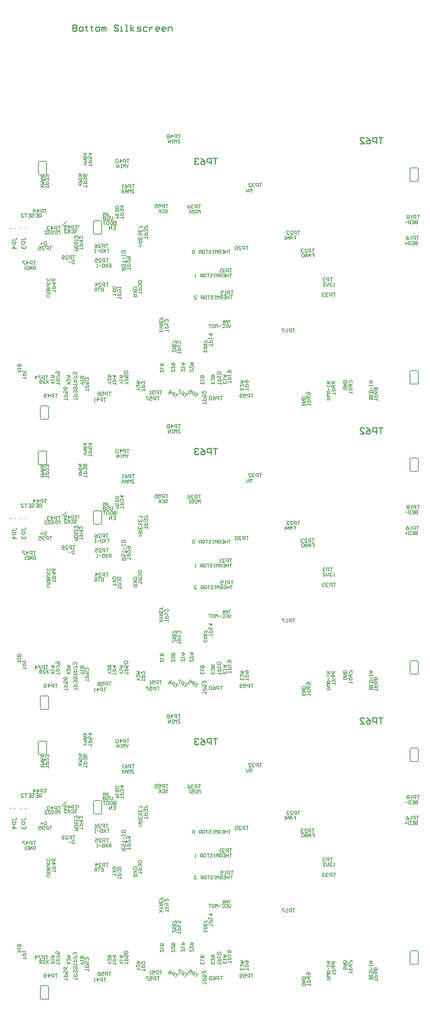
<source format=gbo>
G04 Layer_Color=32896*
%FSLAX24Y24*%
%MOIN*%
G70*
G01*
G75*
%ADD10C,0.0070*%
%ADD12C,0.0100*%
%ADD14C,0.0080*%
%ADD68C,0.0060*%
%ADD149C,0.0050*%
%ADD154C,0.0079*%
G54D10*
X3082Y19905D02*
Y20039D01*
Y19972D01*
X3415D01*
X3482Y20039D01*
Y20105D01*
X3415Y20172D01*
X3482Y19772D02*
X3082D01*
Y19572D01*
X3149Y19505D01*
X3282D01*
X3349Y19572D01*
Y19772D01*
X3482Y19172D02*
X3082D01*
X3282Y19372D01*
Y19106D01*
X3982Y19935D02*
Y20069D01*
Y20002D01*
X4315D01*
X4382Y20069D01*
Y20135D01*
X4315Y20202D01*
X4382Y19802D02*
X3982D01*
Y19602D01*
X4049Y19535D01*
X4182D01*
X4249Y19602D01*
Y19802D01*
X4049Y19402D02*
X3982Y19336D01*
Y19202D01*
X4049Y19136D01*
X4115D01*
X4182Y19202D01*
Y19269D01*
Y19202D01*
X4249Y19136D01*
X4315D01*
X4382Y19202D01*
Y19336D01*
X4315Y19402D01*
X3082Y47897D02*
Y48031D01*
Y47964D01*
X3415D01*
X3482Y48031D01*
Y48097D01*
X3415Y48164D01*
X3482Y47764D02*
X3082D01*
Y47564D01*
X3149Y47498D01*
X3282D01*
X3349Y47564D01*
Y47764D01*
X3482Y47164D02*
X3082D01*
X3282Y47364D01*
Y47098D01*
X3982Y47927D02*
Y48061D01*
Y47994D01*
X4315D01*
X4382Y48061D01*
Y48127D01*
X4315Y48194D01*
X4382Y47794D02*
X3982D01*
Y47594D01*
X4049Y47528D01*
X4182D01*
X4249Y47594D01*
Y47794D01*
X4049Y47394D02*
X3982Y47328D01*
Y47194D01*
X4049Y47128D01*
X4115D01*
X4182Y47194D01*
Y47261D01*
Y47194D01*
X4249Y47128D01*
X4315D01*
X4382Y47194D01*
Y47328D01*
X4315Y47394D01*
X3082Y75890D02*
Y76023D01*
Y75956D01*
X3415D01*
X3482Y76023D01*
Y76090D01*
X3415Y76156D01*
X3482Y75756D02*
X3082D01*
Y75556D01*
X3149Y75490D01*
X3282D01*
X3349Y75556D01*
Y75756D01*
X3482Y75156D02*
X3082D01*
X3282Y75356D01*
Y75090D01*
X3982Y75920D02*
Y76053D01*
Y75986D01*
X4315D01*
X4382Y76053D01*
Y76119D01*
X4315Y76186D01*
X4382Y75786D02*
X3982D01*
Y75586D01*
X4049Y75520D01*
X4182D01*
X4249Y75586D01*
Y75786D01*
X4049Y75386D02*
X3982Y75320D01*
Y75186D01*
X4049Y75120D01*
X4115D01*
X4182Y75186D01*
Y75253D01*
Y75186D01*
X4249Y75120D01*
X4315D01*
X4382Y75186D01*
Y75320D01*
X4315Y75386D01*
G54D12*
X8928Y96728D02*
Y96128D01*
X9228D01*
X9328Y96228D01*
Y96328D01*
X9228Y96428D01*
X8928D01*
X9228D01*
X9328Y96528D01*
Y96628D01*
X9228Y96728D01*
X8928D01*
X9628Y96128D02*
X9828D01*
X9928Y96228D01*
Y96428D01*
X9828Y96528D01*
X9628D01*
X9528Y96428D01*
Y96228D01*
X9628Y96128D01*
X10228Y96628D02*
Y96528D01*
X10128D01*
X10328D01*
X10228D01*
Y96228D01*
X10328Y96128D01*
X10728Y96628D02*
Y96528D01*
X10628D01*
X10828D01*
X10728D01*
Y96228D01*
X10828Y96128D01*
X11228D02*
X11428D01*
X11528Y96228D01*
Y96428D01*
X11428Y96528D01*
X11228D01*
X11128Y96428D01*
Y96228D01*
X11228Y96128D01*
X11727D02*
Y96528D01*
X11827D01*
X11927Y96428D01*
Y96128D01*
Y96428D01*
X12027Y96528D01*
X12127Y96428D01*
Y96128D01*
X13327Y96628D02*
X13227Y96728D01*
X13027D01*
X12927Y96628D01*
Y96528D01*
X13027Y96428D01*
X13227D01*
X13327Y96328D01*
Y96228D01*
X13227Y96128D01*
X13027D01*
X12927Y96228D01*
X13527Y96128D02*
X13727D01*
X13627D01*
Y96528D01*
X13527D01*
X14027Y96128D02*
X14227D01*
X14127D01*
Y96728D01*
X14027D01*
X14527Y96128D02*
Y96728D01*
Y96328D02*
X14826Y96528D01*
X14527Y96328D02*
X14826Y96128D01*
X15126D02*
X15426D01*
X15526Y96228D01*
X15426Y96328D01*
X15226D01*
X15126Y96428D01*
X15226Y96528D01*
X15526D01*
X16126D02*
X15826D01*
X15726Y96428D01*
Y96228D01*
X15826Y96128D01*
X16126D01*
X16326Y96528D02*
Y96128D01*
Y96328D01*
X16426Y96428D01*
X16526Y96528D01*
X16626D01*
X17226Y96128D02*
X17026D01*
X16926Y96228D01*
Y96428D01*
X17026Y96528D01*
X17226D01*
X17326Y96428D01*
Y96328D01*
X16926D01*
X17825Y96128D02*
X17626D01*
X17526Y96228D01*
Y96428D01*
X17626Y96528D01*
X17825D01*
X17925Y96428D01*
Y96328D01*
X17526D01*
X18125Y96128D02*
Y96528D01*
X18425D01*
X18525Y96428D01*
Y96128D01*
X22869Y27869D02*
X22469D01*
X22669D01*
Y27269D01*
X22270D02*
Y27869D01*
X21970D01*
X21870Y27769D01*
Y27569D01*
X21970Y27469D01*
X22270D01*
X21270Y27869D02*
X21470Y27769D01*
X21670Y27569D01*
Y27369D01*
X21570Y27269D01*
X21370D01*
X21270Y27369D01*
Y27469D01*
X21370Y27569D01*
X21670D01*
X21070Y27769D02*
X20970Y27869D01*
X20770D01*
X20670Y27769D01*
Y27669D01*
X20770Y27569D01*
X20870D01*
X20770D01*
X20670Y27469D01*
Y27369D01*
X20770Y27269D01*
X20970D01*
X21070Y27369D01*
X38869Y29869D02*
X38470D01*
X38669D01*
Y29269D01*
X38270D02*
Y29869D01*
X37970D01*
X37870Y29769D01*
Y29569D01*
X37970Y29469D01*
X38270D01*
X37270Y29869D02*
X37470Y29769D01*
X37670Y29569D01*
Y29369D01*
X37570Y29269D01*
X37370D01*
X37270Y29369D01*
Y29469D01*
X37370Y29569D01*
X37670D01*
X36670Y29269D02*
X37070D01*
X36670Y29669D01*
Y29769D01*
X36770Y29869D01*
X36970D01*
X37070Y29769D01*
X22869Y55861D02*
X22469D01*
X22669D01*
Y55262D01*
X22270D02*
Y55861D01*
X21970D01*
X21870Y55761D01*
Y55561D01*
X21970Y55461D01*
X22270D01*
X21270Y55861D02*
X21470Y55761D01*
X21670Y55561D01*
Y55361D01*
X21570Y55262D01*
X21370D01*
X21270Y55361D01*
Y55461D01*
X21370Y55561D01*
X21670D01*
X21070Y55761D02*
X20970Y55861D01*
X20770D01*
X20670Y55761D01*
Y55661D01*
X20770Y55561D01*
X20870D01*
X20770D01*
X20670Y55461D01*
Y55361D01*
X20770Y55262D01*
X20970D01*
X21070Y55361D01*
X38869Y57861D02*
X38470D01*
X38669D01*
Y57262D01*
X38270D02*
Y57861D01*
X37970D01*
X37870Y57761D01*
Y57561D01*
X37970Y57461D01*
X38270D01*
X37270Y57861D02*
X37470Y57761D01*
X37670Y57561D01*
Y57361D01*
X37570Y57262D01*
X37370D01*
X37270Y57361D01*
Y57461D01*
X37370Y57561D01*
X37670D01*
X36670Y57262D02*
X37070D01*
X36670Y57661D01*
Y57761D01*
X36770Y57861D01*
X36970D01*
X37070Y57761D01*
X22869Y83853D02*
X22469D01*
X22669D01*
Y83254D01*
X22270D02*
Y83853D01*
X21970D01*
X21870Y83753D01*
Y83554D01*
X21970Y83454D01*
X22270D01*
X21270Y83853D02*
X21470Y83753D01*
X21670Y83554D01*
Y83354D01*
X21570Y83254D01*
X21370D01*
X21270Y83354D01*
Y83454D01*
X21370Y83554D01*
X21670D01*
X21070Y83753D02*
X20970Y83853D01*
X20770D01*
X20670Y83753D01*
Y83653D01*
X20770Y83554D01*
X20870D01*
X20770D01*
X20670Y83454D01*
Y83354D01*
X20770Y83254D01*
X20970D01*
X21070Y83354D01*
X38869Y85853D02*
X38470D01*
X38669D01*
Y85254D01*
X38270D02*
Y85853D01*
X37970D01*
X37870Y85753D01*
Y85554D01*
X37970Y85454D01*
X38270D01*
X37270Y85853D02*
X37470Y85753D01*
X37670Y85554D01*
Y85354D01*
X37570Y85254D01*
X37370D01*
X37270Y85354D01*
Y85454D01*
X37370Y85554D01*
X37670D01*
X36670Y85254D02*
X37070D01*
X36670Y85653D01*
Y85753D01*
X36770Y85853D01*
X36970D01*
X37070Y85753D01*
G54D14*
X9382Y21132D02*
X9552Y21362D01*
X7862Y21332D02*
X8332Y21732D01*
X9382Y49124D02*
X9552Y49354D01*
X7862Y49324D02*
X8332Y49724D01*
X9382Y77116D02*
X9552Y77346D01*
X7862Y77316D02*
X8332Y77716D01*
G54D68*
X11631Y20543D02*
X11702Y20573D01*
X11731Y20643D01*
Y21743D02*
X11702Y21814D01*
X11631Y21843D01*
X11031D02*
X10961Y21814D01*
X10931Y21743D01*
Y20643D02*
X10961Y20573D01*
X11031Y20543D01*
X41522Y25722D02*
X41551Y25651D01*
X41622Y25622D01*
Y26922D02*
X41551Y26893D01*
X41522Y26822D01*
X42322D02*
X42293Y26893D01*
X42222Y26922D01*
Y25622D02*
X42293Y25651D01*
X42322Y25722D01*
X5782Y2772D02*
X5811Y2701D01*
X5882Y2672D01*
Y3972D02*
X5811Y3943D01*
X5782Y3872D01*
X6582D02*
X6553Y3943D01*
X6482Y3972D01*
Y2672D02*
X6553Y2701D01*
X6582Y2772D01*
X5602Y26382D02*
X5631Y26311D01*
X5702Y26282D01*
Y27582D02*
X5631Y27553D01*
X5602Y27482D01*
X6402D02*
X6373Y27553D01*
X6302Y27582D01*
Y26282D02*
X6373Y26311D01*
X6402Y26382D01*
X42309Y7259D02*
X42280Y7330D01*
X42209Y7359D01*
Y6059D02*
X42280Y6089D01*
X42309Y6159D01*
X41509D02*
X41539Y6089D01*
X41609Y6059D01*
Y7359D02*
X41539Y7330D01*
X41509Y7259D01*
X10931Y20643D02*
Y21743D01*
X11031Y21843D02*
X11631D01*
X11031Y20543D02*
X11631D01*
X11731Y20643D02*
Y21743D01*
X42322Y25722D02*
Y26822D01*
X41622Y25622D02*
X42222D01*
X41622Y26922D02*
X42222D01*
X41522Y25722D02*
Y26822D01*
X6582Y2772D02*
Y3872D01*
X5882Y2672D02*
X6482D01*
X5882Y3972D02*
X6482D01*
X5782Y2772D02*
Y3872D01*
X6402Y26382D02*
Y27482D01*
X5702Y26282D02*
X6302D01*
X5702Y27582D02*
X6302D01*
X5602Y26382D02*
Y27482D01*
X41509Y6159D02*
Y7259D01*
X41609Y7359D02*
X42209D01*
X41609Y6059D02*
X42209D01*
X42309Y6159D02*
Y7259D01*
X14869Y25329D02*
X14636D01*
X14753D01*
Y24979D01*
X14519D02*
Y25329D01*
X14345D01*
X14286Y25271D01*
Y25154D01*
X14345Y25096D01*
X14519D01*
X13936Y25329D02*
X14053Y25271D01*
X14170Y25154D01*
Y25038D01*
X14111Y24979D01*
X13995D01*
X13936Y25038D01*
Y25096D01*
X13995Y25154D01*
X14170D01*
X13820Y24979D02*
X13703D01*
X13761D01*
Y25329D01*
X13820Y25271D01*
X6579Y24999D02*
Y25233D01*
Y25116D01*
X6229D01*
Y25349D02*
X6579D01*
Y25524D01*
X6521Y25583D01*
X6404D01*
X6346Y25524D01*
Y25349D01*
X6229Y25932D02*
Y25699D01*
X6463Y25932D01*
X6521D01*
X6579Y25874D01*
Y25757D01*
X6521Y25699D01*
X6579Y26049D02*
Y26282D01*
X6521D01*
X6288Y26049D01*
X6229D01*
X23412Y4902D02*
X23179D01*
X23295D01*
Y4552D01*
X23062D02*
Y4902D01*
X22887D01*
X22829Y4843D01*
Y4727D01*
X22887Y4669D01*
X23062D01*
X22479Y4902D02*
X22595Y4843D01*
X22712Y4727D01*
Y4610D01*
X22654Y4552D01*
X22537D01*
X22479Y4610D01*
Y4669D01*
X22537Y4727D01*
X22712D01*
X22362Y4843D02*
X22304Y4902D01*
X22187D01*
X22129Y4843D01*
Y4610D01*
X22187Y4552D01*
X22304D01*
X22362Y4610D01*
Y4843D01*
X26362Y5112D02*
X26129D01*
X26245D01*
Y4762D01*
X26012D02*
Y5112D01*
X25837D01*
X25779Y5053D01*
Y4937D01*
X25837Y4879D01*
X26012D01*
X25429Y5112D02*
X25662D01*
Y4937D01*
X25545Y4995D01*
X25487D01*
X25429Y4937D01*
Y4820D01*
X25487Y4762D01*
X25604D01*
X25662Y4820D01*
X25312D02*
X25254Y4762D01*
X25137D01*
X25079Y4820D01*
Y5053D01*
X25137Y5112D01*
X25254D01*
X25312Y5053D01*
Y4995D01*
X25254Y4937D01*
X25079D01*
X12622Y5302D02*
X12389D01*
X12505D01*
Y4952D01*
X12272D02*
Y5302D01*
X12097D01*
X12039Y5243D01*
Y5127D01*
X12097Y5069D01*
X12272D01*
X11689Y5302D02*
X11922D01*
Y5127D01*
X11805Y5185D01*
X11747D01*
X11689Y5127D01*
Y5010D01*
X11747Y4952D01*
X11864D01*
X11922Y5010D01*
X11572Y5243D02*
X11514Y5302D01*
X11397D01*
X11339Y5243D01*
Y5185D01*
X11397Y5127D01*
X11339Y5069D01*
Y5010D01*
X11397Y4952D01*
X11514D01*
X11572Y5010D01*
Y5069D01*
X11514Y5127D01*
X11572Y5185D01*
Y5243D01*
X11514Y5127D02*
X11397D01*
X17292Y4842D02*
X17059D01*
X17175D01*
Y4492D01*
X16942D02*
Y4842D01*
X16767D01*
X16709Y4783D01*
Y4667D01*
X16767Y4609D01*
X16942D01*
X16359Y4842D02*
X16592D01*
Y4667D01*
X16475Y4725D01*
X16417D01*
X16359Y4667D01*
Y4550D01*
X16417Y4492D01*
X16534D01*
X16592Y4550D01*
X16242Y4842D02*
X16009D01*
Y4783D01*
X16242Y4550D01*
Y4492D01*
X8412D02*
Y4725D01*
Y4609D01*
X8062D01*
Y4842D02*
X8412D01*
Y5017D01*
X8353Y5075D01*
X8237D01*
X8179Y5017D01*
Y4842D01*
X8412Y5425D02*
Y5192D01*
X8237D01*
X8295Y5308D01*
Y5367D01*
X8237Y5425D01*
X8120D01*
X8062Y5367D01*
Y5250D01*
X8120Y5192D01*
X8412Y5775D02*
X8353Y5658D01*
X8237Y5542D01*
X8120D01*
X8062Y5600D01*
Y5716D01*
X8120Y5775D01*
X8179D01*
X8237Y5716D01*
Y5542D01*
X7439Y5109D02*
X7206D01*
X7323D01*
Y4759D01*
X7089D02*
Y5109D01*
X6915D01*
X6856Y5051D01*
Y4934D01*
X6915Y4876D01*
X7089D01*
X6565Y4759D02*
Y5109D01*
X6740Y4934D01*
X6506D01*
X6390Y4818D02*
X6331Y4759D01*
X6215D01*
X6156Y4818D01*
Y5051D01*
X6215Y5109D01*
X6331D01*
X6390Y5051D01*
Y4993D01*
X6331Y4934D01*
X6156D01*
X12152Y4732D02*
X11919D01*
X12035D01*
Y4382D01*
X11802D02*
Y4732D01*
X11627D01*
X11569Y4673D01*
Y4557D01*
X11627Y4499D01*
X11802D01*
X11277Y4382D02*
Y4732D01*
X11452Y4557D01*
X11219D01*
X11102Y4382D02*
X10986D01*
X11044D01*
Y4732D01*
X11102Y4673D01*
X9349Y4529D02*
Y4763D01*
Y4646D01*
X8999D01*
Y4879D02*
X9349D01*
Y5054D01*
X9291Y5113D01*
X9174D01*
X9116Y5054D01*
Y4879D01*
X9291Y5229D02*
X9349Y5287D01*
Y5404D01*
X9291Y5462D01*
X9233D01*
X9174Y5404D01*
Y5346D01*
Y5404D01*
X9116Y5462D01*
X9058D01*
X8999Y5404D01*
Y5287D01*
X9058Y5229D01*
Y5579D02*
X8999Y5637D01*
Y5754D01*
X9058Y5812D01*
X9291D01*
X9349Y5754D01*
Y5637D01*
X9291Y5579D01*
X9233D01*
X9174Y5637D01*
Y5812D01*
X18132Y23412D02*
X17899D01*
X18015D01*
Y23062D01*
X17782D02*
Y23412D01*
X17607D01*
X17549Y23353D01*
Y23237D01*
X17607Y23179D01*
X17782D01*
X17199Y23412D02*
X17432D01*
Y23237D01*
X17315Y23295D01*
X17257D01*
X17199Y23237D01*
Y23120D01*
X17257Y23062D01*
X17374D01*
X17432Y23120D01*
X16849Y23412D02*
X17082D01*
Y23237D01*
X16966Y23295D01*
X16907D01*
X16849Y23237D01*
Y23120D01*
X16907Y23062D01*
X17024D01*
X17082Y23120D01*
X10749Y27089D02*
Y27323D01*
Y27206D01*
X10399D01*
Y27439D02*
X10749D01*
Y27614D01*
X10691Y27673D01*
X10574D01*
X10516Y27614D01*
Y27439D01*
X10749Y28022D02*
Y27789D01*
X10574D01*
X10633Y27906D01*
Y27964D01*
X10574Y28022D01*
X10458D01*
X10399Y27964D01*
Y27847D01*
X10458Y27789D01*
X10399Y28314D02*
X10749D01*
X10574Y28139D01*
Y28372D01*
X6912Y19362D02*
X6679D01*
X6795D01*
Y19012D01*
X6562D02*
Y19362D01*
X6387D01*
X6329Y19303D01*
Y19187D01*
X6387Y19129D01*
X6562D01*
X6212Y19303D02*
X6154Y19362D01*
X6037D01*
X5979Y19303D01*
Y19245D01*
X6037Y19187D01*
X6095D01*
X6037D01*
X5979Y19129D01*
Y19070D01*
X6037Y19012D01*
X6154D01*
X6212Y19070D01*
X5629Y19362D02*
X5862D01*
Y19187D01*
X5746Y19245D01*
X5687D01*
X5629Y19187D01*
Y19070D01*
X5687Y19012D01*
X5804D01*
X5862Y19070D01*
X9152Y18462D02*
X8919D01*
X9035D01*
Y18112D01*
X8802D02*
Y18462D01*
X8627D01*
X8569Y18403D01*
Y18287D01*
X8627Y18229D01*
X8802D01*
X8219Y18112D02*
X8452D01*
X8219Y18345D01*
Y18403D01*
X8277Y18462D01*
X8394D01*
X8452Y18403D01*
X8102D02*
X8044Y18462D01*
X7927D01*
X7869Y18403D01*
Y18345D01*
X7927Y18287D01*
X7869Y18229D01*
Y18170D01*
X7927Y18112D01*
X8044D01*
X8102Y18170D01*
Y18229D01*
X8044Y18287D01*
X8102Y18345D01*
Y18403D01*
X8044Y18287D02*
X7927D01*
X22412Y9732D02*
Y9965D01*
Y9849D01*
X22062D01*
Y10082D02*
X22412D01*
Y10257D01*
X22353Y10315D01*
X22237D01*
X22179Y10257D01*
Y10082D01*
X22062Y10432D02*
Y10548D01*
Y10490D01*
X22412D01*
X22353Y10432D01*
X22062Y10898D02*
X22412D01*
X22237Y10723D01*
Y10956D01*
X19342Y8992D02*
Y9225D01*
Y9109D01*
X18992D01*
Y9342D02*
X19342D01*
Y9517D01*
X19283Y9575D01*
X19167D01*
X19109Y9517D01*
Y9342D01*
X18992Y9692D02*
Y9808D01*
Y9750D01*
X19342D01*
X19283Y9692D01*
Y9983D02*
X19342Y10042D01*
Y10158D01*
X19283Y10216D01*
X19225D01*
X19167Y10158D01*
Y10100D01*
Y10158D01*
X19109Y10216D01*
X19050D01*
X18992Y10158D01*
Y10042D01*
X19050Y9983D01*
X18149Y11119D02*
Y11353D01*
Y11236D01*
X17799D01*
Y11469D02*
X18149D01*
Y11644D01*
X18091Y11703D01*
X17974D01*
X17916Y11644D01*
Y11469D01*
X17799Y11819D02*
Y11936D01*
Y11877D01*
X18149D01*
X18091Y11819D01*
X17799Y12344D02*
Y12111D01*
X18033Y12344D01*
X18091D01*
X18149Y12286D01*
Y12169D01*
X18091Y12111D01*
X9312Y5922D02*
Y6155D01*
Y6039D01*
X8962D01*
Y6272D02*
X9312D01*
Y6447D01*
X9253Y6505D01*
X9137D01*
X9079Y6447D01*
Y6272D01*
X9312Y6622D02*
Y6855D01*
X9253D01*
X9020Y6622D01*
X8962D01*
X9253Y6972D02*
X9312Y7030D01*
Y7146D01*
X9253Y7205D01*
X9195D01*
X9137Y7146D01*
Y7088D01*
Y7146D01*
X9079Y7205D01*
X9020D01*
X8962Y7146D01*
Y7030D01*
X9020Y6972D01*
X6532Y6882D02*
X6299D01*
X6415D01*
Y6532D01*
X6182D02*
Y6882D01*
X6007D01*
X5949Y6823D01*
Y6707D01*
X6007Y6649D01*
X6182D01*
X5832Y6882D02*
X5599D01*
Y6823D01*
X5832Y6590D01*
Y6532D01*
X5307D02*
Y6882D01*
X5482Y6707D01*
X5249D01*
X7619Y6019D02*
Y6253D01*
Y6136D01*
X7269D01*
Y6369D02*
X7619D01*
Y6544D01*
X7561Y6603D01*
X7444D01*
X7386Y6544D01*
Y6369D01*
X7619Y6719D02*
Y6952D01*
X7561D01*
X7328Y6719D01*
X7269D01*
X7619Y7302D02*
Y7069D01*
X7444D01*
X7503Y7186D01*
Y7244D01*
X7444Y7302D01*
X7328D01*
X7269Y7244D01*
Y7127D01*
X7328Y7069D01*
X27192Y25442D02*
X26959D01*
X27075D01*
Y25092D01*
X26842D02*
Y25442D01*
X26667D01*
X26609Y25383D01*
Y25267D01*
X26667Y25209D01*
X26842D01*
X26492Y25383D02*
X26434Y25442D01*
X26317D01*
X26259Y25383D01*
Y25325D01*
X26317Y25267D01*
X26375D01*
X26317D01*
X26259Y25209D01*
Y25150D01*
X26317Y25092D01*
X26434D01*
X26492Y25150D01*
X25909Y25092D02*
X26142D01*
X25909Y25325D01*
Y25383D01*
X25967Y25442D01*
X26084D01*
X26142Y25383D01*
X13582Y14282D02*
Y14515D01*
Y14399D01*
X13232D01*
Y14632D02*
X13582D01*
Y14807D01*
X13523Y14865D01*
X13407D01*
X13349Y14807D01*
Y14632D01*
X13523Y14982D02*
X13582Y15040D01*
Y15157D01*
X13523Y15215D01*
X13465D01*
X13407Y15157D01*
Y15098D01*
Y15157D01*
X13349Y15215D01*
X13290D01*
X13232Y15157D01*
Y15040D01*
X13290Y14982D01*
X13232Y15332D02*
Y15448D01*
Y15390D01*
X13582D01*
X13523Y15332D01*
X15592Y14772D02*
Y15005D01*
Y14889D01*
X15242D01*
Y15122D02*
X15592D01*
Y15297D01*
X15533Y15355D01*
X15417D01*
X15359Y15297D01*
Y15122D01*
X15533Y15472D02*
X15592Y15530D01*
Y15647D01*
X15533Y15705D01*
X15475D01*
X15417Y15647D01*
Y15588D01*
Y15647D01*
X15359Y15705D01*
X15300D01*
X15242Y15647D01*
Y15530D01*
X15300Y15472D01*
X15533Y15822D02*
X15592Y15880D01*
Y15996D01*
X15533Y16055D01*
X15300D01*
X15242Y15996D01*
Y15880D01*
X15300Y15822D01*
X15533D01*
X14482Y17102D02*
Y17335D01*
Y17219D01*
X14132D01*
Y17452D02*
X14482D01*
Y17627D01*
X14423Y17685D01*
X14307D01*
X14249Y17627D01*
Y17452D01*
X14132Y18035D02*
Y17802D01*
X14365Y18035D01*
X14423D01*
X14482Y17977D01*
Y17860D01*
X14423Y17802D01*
X14190Y18152D02*
X14132Y18210D01*
Y18326D01*
X14190Y18385D01*
X14423D01*
X14482Y18326D01*
Y18210D01*
X14423Y18152D01*
X14365D01*
X14307Y18210D01*
Y18385D01*
X12322Y19582D02*
X12089D01*
X12205D01*
Y19232D01*
X11972D02*
Y19582D01*
X11797D01*
X11739Y19523D01*
Y19407D01*
X11797Y19349D01*
X11972D01*
X11389Y19232D02*
X11622D01*
X11389Y19465D01*
Y19523D01*
X11447Y19582D01*
X11564D01*
X11622Y19523D01*
X11039Y19582D02*
X11156Y19523D01*
X11272Y19407D01*
Y19290D01*
X11214Y19232D01*
X11097D01*
X11039Y19290D01*
Y19349D01*
X11097Y19407D01*
X11272D01*
X12372Y18182D02*
X12139D01*
X12255D01*
Y17832D01*
X12022D02*
Y18182D01*
X11847D01*
X11789Y18123D01*
Y18007D01*
X11847Y17949D01*
X12022D01*
X11439Y17832D02*
X11672D01*
X11439Y18065D01*
Y18123D01*
X11497Y18182D01*
X11614D01*
X11672Y18123D01*
X11089Y18182D02*
X11322D01*
Y18007D01*
X11206Y18065D01*
X11147D01*
X11089Y18007D01*
Y17890D01*
X11147Y17832D01*
X11264D01*
X11322Y17890D01*
X12362Y15822D02*
X12129D01*
X12245D01*
Y15472D01*
X12012D02*
Y15822D01*
X11837D01*
X11779Y15763D01*
Y15647D01*
X11837Y15589D01*
X12012D01*
X11429Y15472D02*
X11662D01*
X11429Y15705D01*
Y15763D01*
X11487Y15822D01*
X11604D01*
X11662Y15763D01*
X11137Y15472D02*
Y15822D01*
X11312Y15647D01*
X11079D01*
X42442Y22362D02*
X42209D01*
X42325D01*
Y22012D01*
X42092D02*
Y22362D01*
X41917D01*
X41859Y22303D01*
Y22187D01*
X41917Y22129D01*
X42092D01*
X41742Y22012D02*
X41625D01*
X41684D01*
Y22362D01*
X41742Y22303D01*
X41451D02*
X41392Y22362D01*
X41276D01*
X41217Y22303D01*
Y22245D01*
X41276Y22187D01*
X41217Y22129D01*
Y22070D01*
X41276Y22012D01*
X41392D01*
X41451Y22070D01*
Y22129D01*
X41392Y22187D01*
X41451Y22245D01*
Y22303D01*
X41392Y22187D02*
X41276D01*
X30392Y11412D02*
X30159D01*
X30275D01*
Y11062D01*
X30042D02*
Y11412D01*
X29867D01*
X29809Y11353D01*
Y11237D01*
X29867Y11179D01*
X30042D01*
X29692Y11062D02*
X29575D01*
X29634D01*
Y11412D01*
X29692Y11353D01*
X29401Y11412D02*
X29167D01*
Y11353D01*
X29401Y11120D01*
Y11062D01*
X42362Y20342D02*
X42129D01*
X42245D01*
Y19992D01*
X42012D02*
Y20342D01*
X41837D01*
X41779Y20283D01*
Y20167D01*
X41837Y20109D01*
X42012D01*
X41662Y19992D02*
X41545D01*
X41604D01*
Y20342D01*
X41662Y20283D01*
X41137Y20342D02*
X41254Y20283D01*
X41371Y20167D01*
Y20050D01*
X41312Y19992D01*
X41196D01*
X41137Y20050D01*
Y20109D01*
X41196Y20167D01*
X41371D01*
X34039Y16329D02*
X33806D01*
X33923D01*
Y15979D01*
X33689D02*
Y16329D01*
X33515D01*
X33456Y16271D01*
Y16154D01*
X33515Y16096D01*
X33689D01*
X33340Y16271D02*
X33281Y16329D01*
X33165D01*
X33106Y16271D01*
Y16213D01*
X33165Y16154D01*
X33223D01*
X33165D01*
X33106Y16096D01*
Y16038D01*
X33165Y15979D01*
X33281D01*
X33340Y16038D01*
X24299Y17209D02*
X24066D01*
X24183D01*
Y16859D01*
X23949D02*
Y17209D01*
X23775D01*
X23716Y17151D01*
Y17034D01*
X23775Y16976D01*
X23949D01*
X23366Y16859D02*
X23600D01*
X23366Y17093D01*
Y17151D01*
X23425Y17209D01*
X23541D01*
X23600Y17151D01*
X23250Y16859D02*
X23133D01*
X23191D01*
Y17209D01*
X23250Y17151D01*
X25892Y19372D02*
X25659D01*
X25775D01*
Y19022D01*
X25542D02*
Y19372D01*
X25367D01*
X25309Y19313D01*
Y19197D01*
X25367Y19139D01*
X25542D01*
X24959Y19022D02*
X25192D01*
X24959Y19255D01*
Y19313D01*
X25017Y19372D01*
X25134D01*
X25192Y19313D01*
X24842D02*
X24784Y19372D01*
X24667D01*
X24609Y19313D01*
Y19080D01*
X24667Y19022D01*
X24784D01*
X24842Y19080D01*
Y19313D01*
X24439Y15069D02*
X24206D01*
X24323D01*
Y14719D01*
X24089D02*
Y15069D01*
X23915D01*
X23856Y15011D01*
Y14894D01*
X23915Y14836D01*
X24089D01*
X23740Y14719D02*
X23623D01*
X23681D01*
Y15069D01*
X23740Y15011D01*
X23215Y15069D02*
X23448D01*
Y14894D01*
X23331Y14953D01*
X23273D01*
X23215Y14894D01*
Y14778D01*
X23273Y14719D01*
X23390D01*
X23448Y14778D01*
X13832Y22032D02*
Y22265D01*
Y22149D01*
X13482D01*
Y22382D02*
X13832D01*
Y22557D01*
X13773Y22615D01*
X13657D01*
X13599Y22557D01*
Y22382D01*
X13773Y22732D02*
X13832Y22790D01*
Y22907D01*
X13773Y22965D01*
X13715D01*
X13657Y22907D01*
Y22848D01*
Y22907D01*
X13599Y22965D01*
X13540D01*
X13482Y22907D01*
Y22790D01*
X13540Y22732D01*
X13482Y23256D02*
X13832D01*
X13657Y23082D01*
Y23315D01*
X21302Y23372D02*
X21069D01*
X21185D01*
Y23022D01*
X20952D02*
Y23372D01*
X20777D01*
X20719Y23313D01*
Y23197D01*
X20777Y23139D01*
X20952D01*
X20602Y23313D02*
X20544Y23372D01*
X20427D01*
X20369Y23313D01*
Y23255D01*
X20427Y23197D01*
X20485D01*
X20427D01*
X20369Y23139D01*
Y23080D01*
X20427Y23022D01*
X20544D01*
X20602Y23080D01*
X20019Y23372D02*
X20136Y23313D01*
X20252Y23197D01*
Y23080D01*
X20194Y23022D01*
X20077D01*
X20019Y23080D01*
Y23139D01*
X20077Y23197D01*
X20252D01*
X16142Y20082D02*
Y20315D01*
Y20199D01*
X15792D01*
Y20432D02*
X16142D01*
Y20607D01*
X16083Y20665D01*
X15967D01*
X15909Y20607D01*
Y20432D01*
X16083Y20782D02*
X16142Y20840D01*
Y20957D01*
X16083Y21015D01*
X16025D01*
X15967Y20957D01*
Y20898D01*
Y20957D01*
X15909Y21015D01*
X15850D01*
X15792Y20957D01*
Y20840D01*
X15850Y20782D01*
X16142Y21132D02*
Y21365D01*
X16083D01*
X15850Y21132D01*
X15792D01*
X10269Y25049D02*
Y25283D01*
Y25166D01*
X9919D01*
Y25399D02*
X10269D01*
Y25574D01*
X10211Y25633D01*
X10094D01*
X10036Y25574D01*
Y25399D01*
X10211Y25749D02*
X10269Y25807D01*
Y25924D01*
X10211Y25982D01*
X10153D01*
X10094Y25924D01*
Y25866D01*
Y25924D01*
X10036Y25982D01*
X9978D01*
X9919Y25924D01*
Y25807D01*
X9978Y25749D01*
X10211Y26099D02*
X10269Y26157D01*
Y26274D01*
X10211Y26332D01*
X10153D01*
X10094Y26274D01*
X10036Y26332D01*
X9978D01*
X9919Y26274D01*
Y26157D01*
X9978Y26099D01*
X10036D01*
X10094Y26157D01*
X10153Y26099D01*
X10211D01*
X10094Y26157D02*
Y26274D01*
X14379Y27759D02*
X14146D01*
X14263D01*
Y27409D01*
X14029D02*
Y27759D01*
X13855D01*
X13796Y27701D01*
Y27584D01*
X13855Y27526D01*
X14029D01*
X13505Y27409D02*
Y27759D01*
X13680Y27584D01*
X13446D01*
X13330Y27701D02*
X13271Y27759D01*
X13155D01*
X13096Y27701D01*
Y27468D01*
X13155Y27409D01*
X13271D01*
X13330Y27468D01*
Y27701D01*
X9882Y19062D02*
Y19295D01*
Y19179D01*
X9532D01*
Y19412D02*
X9882D01*
Y19587D01*
X9823Y19645D01*
X9707D01*
X9649Y19587D01*
Y19412D01*
X9532Y19937D02*
X9882D01*
X9707Y19762D01*
Y19995D01*
X9532Y20345D02*
Y20112D01*
X9765Y20345D01*
X9823D01*
X9882Y20286D01*
Y20170D01*
X9823Y20112D01*
X7732Y21292D02*
X7499D01*
X7615D01*
Y20942D01*
X7382D02*
Y21292D01*
X7207D01*
X7149Y21233D01*
Y21117D01*
X7207Y21059D01*
X7382D01*
X6857Y20942D02*
Y21292D01*
X7032Y21117D01*
X6799D01*
X6682Y21233D02*
X6624Y21292D01*
X6507D01*
X6449Y21233D01*
Y21175D01*
X6507Y21117D01*
X6566D01*
X6507D01*
X6449Y21059D01*
Y21000D01*
X6507Y20942D01*
X6624D01*
X6682Y21000D01*
X6389Y22939D02*
X6156D01*
X6273D01*
Y22589D01*
X6039D02*
Y22939D01*
X5865D01*
X5806Y22881D01*
Y22764D01*
X5865Y22706D01*
X6039D01*
X5515Y22589D02*
Y22939D01*
X5690Y22764D01*
X5456D01*
X5165Y22589D02*
Y22939D01*
X5340Y22764D01*
X5106D01*
X9382Y21372D02*
X9149D01*
X9265D01*
Y21022D01*
X9032D02*
Y21372D01*
X8857D01*
X8799Y21313D01*
Y21197D01*
X8857Y21139D01*
X9032D01*
X8507Y21022D02*
Y21372D01*
X8682Y21197D01*
X8449D01*
X8099Y21372D02*
X8332D01*
Y21197D01*
X8216Y21255D01*
X8157D01*
X8099Y21197D01*
Y21080D01*
X8157Y21022D01*
X8274D01*
X8332Y21080D01*
X7252Y14952D02*
Y15185D01*
Y15069D01*
X6902D01*
Y15302D02*
X7252D01*
Y15477D01*
X7193Y15535D01*
X7077D01*
X7019Y15477D01*
Y15302D01*
X6902Y15827D02*
X7252D01*
X7077Y15652D01*
Y15885D01*
X7252Y16235D02*
X7193Y16118D01*
X7077Y16002D01*
X6960D01*
X6902Y16060D01*
Y16176D01*
X6960Y16235D01*
X7019D01*
X7077Y16176D01*
Y16002D01*
X5322Y17922D02*
X5089D01*
X5205D01*
Y17572D01*
X4972D02*
Y17922D01*
X4797D01*
X4739Y17863D01*
Y17747D01*
X4797Y17689D01*
X4972D01*
X4447Y17572D02*
Y17922D01*
X4622Y17747D01*
X4389D01*
X4272Y17922D02*
X4039D01*
Y17863D01*
X4272Y17630D01*
Y17572D01*
X19322Y30152D02*
X19089D01*
X19205D01*
Y29802D01*
X18972D02*
Y30152D01*
X18797D01*
X18739Y30093D01*
Y29977D01*
X18797Y29919D01*
X18972D01*
X18447Y29802D02*
Y30152D01*
X18622Y29977D01*
X18389D01*
X18272Y30093D02*
X18214Y30152D01*
X18097D01*
X18039Y30093D01*
Y30035D01*
X18097Y29977D01*
X18039Y29919D01*
Y29860D01*
X18097Y29802D01*
X18214D01*
X18272Y29860D01*
Y29919D01*
X18214Y29977D01*
X18272Y30035D01*
Y30093D01*
X18214Y29977D02*
X18097D01*
X34292Y5052D02*
Y5285D01*
Y5169D01*
X33942D01*
Y5402D02*
X34292D01*
Y5577D01*
X34233Y5635D01*
X34117D01*
X34059Y5577D01*
Y5402D01*
X34292Y5985D02*
X34233Y5868D01*
X34117Y5752D01*
X34000D01*
X33942Y5810D01*
Y5927D01*
X34000Y5985D01*
X34059D01*
X34117Y5927D01*
Y5752D01*
X34292Y6335D02*
X34233Y6218D01*
X34117Y6102D01*
X34000D01*
X33942Y6160D01*
Y6276D01*
X34000Y6335D01*
X34059D01*
X34117Y6276D01*
Y6102D01*
X35922Y5142D02*
Y5375D01*
Y5259D01*
X35572D01*
Y5492D02*
X35922D01*
Y5667D01*
X35863Y5725D01*
X35747D01*
X35689Y5667D01*
Y5492D01*
X35922Y6075D02*
X35863Y5958D01*
X35747Y5842D01*
X35630D01*
X35572Y5900D01*
Y6017D01*
X35630Y6075D01*
X35689D01*
X35747Y6017D01*
Y5842D01*
X35922Y6192D02*
Y6425D01*
X35863D01*
X35630Y6192D01*
X35572D01*
X38382Y4452D02*
Y4685D01*
Y4569D01*
X38032D01*
Y4802D02*
X38382D01*
Y4977D01*
X38323Y5035D01*
X38207D01*
X38149Y4977D01*
Y4802D01*
X38382Y5385D02*
X38323Y5268D01*
X38207Y5152D01*
X38090D01*
X38032Y5210D01*
Y5327D01*
X38090Y5385D01*
X38149D01*
X38207Y5327D01*
Y5152D01*
X38323Y5502D02*
X38382Y5560D01*
Y5676D01*
X38323Y5735D01*
X38265D01*
X38207Y5676D01*
X38149Y5735D01*
X38090D01*
X38032Y5676D01*
Y5560D01*
X38090Y5502D01*
X38149D01*
X38207Y5560D01*
X38265Y5502D01*
X38323D01*
X38207Y5560D02*
Y5676D01*
X31872Y3972D02*
Y4205D01*
Y4089D01*
X31522D01*
Y4322D02*
X31872D01*
Y4497D01*
X31813Y4555D01*
X31697D01*
X31639Y4497D01*
Y4322D01*
X31872Y4905D02*
X31813Y4788D01*
X31697Y4672D01*
X31580D01*
X31522Y4730D01*
Y4847D01*
X31580Y4905D01*
X31639D01*
X31697Y4847D01*
Y4672D01*
X31580Y5022D02*
X31522Y5080D01*
Y5196D01*
X31580Y5255D01*
X31813D01*
X31872Y5196D01*
Y5080D01*
X31813Y5022D01*
X31755D01*
X31697Y5080D01*
Y5255D01*
X4392Y6542D02*
Y6775D01*
Y6659D01*
X4042D01*
Y6892D02*
X4392D01*
Y7067D01*
X4333Y7125D01*
X4217D01*
X4159Y7067D01*
Y6892D01*
X4042Y7242D02*
Y7358D01*
Y7300D01*
X4392D01*
X4333Y7242D01*
X15872Y5392D02*
Y5625D01*
Y5509D01*
X15522D01*
Y5742D02*
X15872D01*
Y5917D01*
X15813Y5975D01*
X15697D01*
X15639Y5917D01*
Y5742D01*
X15522Y6325D02*
Y6092D01*
X15755Y6325D01*
X15813D01*
X15872Y6267D01*
Y6150D01*
X15813Y6092D01*
X13092Y6002D02*
Y6235D01*
Y6119D01*
X12742D01*
Y6352D02*
X13092D01*
Y6527D01*
X13033Y6585D01*
X12917D01*
X12859Y6527D01*
Y6352D01*
X12742Y6877D02*
X13092D01*
X12917Y6702D01*
Y6935D01*
X14242Y6042D02*
Y6275D01*
Y6159D01*
X13892D01*
Y6392D02*
X14242D01*
Y6567D01*
X14183Y6625D01*
X14067D01*
X14009Y6567D01*
Y6392D01*
X14242Y6975D02*
Y6742D01*
X14067D01*
X14125Y6858D01*
Y6917D01*
X14067Y6975D01*
X13950D01*
X13892Y6917D01*
Y6800D01*
X13950Y6742D01*
X14183Y7092D02*
X14242Y7150D01*
Y7266D01*
X14183Y7325D01*
X13950D01*
X13892Y7266D01*
Y7150D01*
X13950Y7092D01*
X14183D01*
X10452Y5392D02*
Y5625D01*
Y5509D01*
X10102D01*
Y5742D02*
X10452D01*
Y5917D01*
X10393Y5975D01*
X10277D01*
X10219Y5917D01*
Y5742D01*
X10452Y6325D02*
Y6092D01*
X10277D01*
X10335Y6208D01*
Y6267D01*
X10277Y6325D01*
X10160D01*
X10102Y6267D01*
Y6150D01*
X10160Y6092D01*
X10393Y6442D02*
X10452Y6500D01*
Y6616D01*
X10393Y6675D01*
X10335D01*
X10277Y6616D01*
Y6558D01*
Y6616D01*
X10219Y6675D01*
X10160D01*
X10102Y6616D01*
Y6500D01*
X10160Y6442D01*
X21057Y5075D02*
X20855Y5192D01*
X20956Y5133D01*
X20781Y4830D01*
X20579Y4947D02*
X20754Y5250D01*
X20602Y5337D01*
X20523Y5316D01*
X20464Y5215D01*
X20486Y5135D01*
X20637Y5048D01*
X20249Y5541D02*
X20451Y5425D01*
X20363Y5273D01*
X20291Y5382D01*
X20241Y5411D01*
X20161Y5390D01*
X20103Y5289D01*
X20124Y5209D01*
X20225Y5151D01*
X20305Y5172D01*
X19117Y5035D02*
X18915Y5152D01*
X19016Y5093D01*
X18841Y4790D01*
X18639Y4907D02*
X18814Y5210D01*
X18662Y5297D01*
X18583Y5276D01*
X18524Y5175D01*
X18546Y5095D01*
X18697Y5008D01*
X18309Y5501D02*
X18381Y5393D01*
X18423Y5233D01*
X18365Y5132D01*
X18285Y5111D01*
X18184Y5169D01*
X18163Y5249D01*
X18192Y5299D01*
X18272Y5321D01*
X18423Y5233D01*
X20037Y5075D02*
X19835Y5192D01*
X19936Y5133D01*
X19761Y4830D01*
X19559Y4947D02*
X19734Y5250D01*
X19582Y5337D01*
X19503Y5316D01*
X19444Y5215D01*
X19466Y5135D01*
X19617Y5048D01*
X19431Y5425D02*
X19229Y5541D01*
X19200Y5491D01*
X19285Y5172D01*
X19256Y5122D01*
X17522Y5432D02*
X17289D01*
X17405D01*
Y5082D01*
X17172D02*
Y5432D01*
X16997D01*
X16939Y5373D01*
Y5257D01*
X16997Y5199D01*
X17172D01*
X16589Y5432D02*
X16822D01*
Y5257D01*
X16705Y5315D01*
X16647D01*
X16589Y5257D01*
Y5140D01*
X16647Y5082D01*
X16764D01*
X16822Y5140D01*
X16472Y5082D02*
X16356D01*
X16414D01*
Y5432D01*
X16472Y5373D01*
X25892Y5462D02*
Y5695D01*
Y5579D01*
X25542D01*
Y5812D02*
X25892D01*
Y5987D01*
X25833Y6045D01*
X25717D01*
X25659Y5987D01*
Y5812D01*
X25600Y6162D02*
X25542Y6220D01*
Y6337D01*
X25600Y6395D01*
X25833D01*
X25892Y6337D01*
Y6220D01*
X25833Y6162D01*
X25775D01*
X25717Y6220D01*
Y6395D01*
X23242Y6012D02*
Y6245D01*
Y6129D01*
X22892D01*
Y6362D02*
X23242D01*
Y6537D01*
X23183Y6595D01*
X23067D01*
X23009Y6537D01*
Y6362D01*
X22892Y6712D02*
Y6828D01*
Y6770D01*
X23242D01*
X23183Y6712D01*
Y7003D02*
X23242Y7062D01*
Y7178D01*
X23183Y7236D01*
X22950D01*
X22892Y7178D01*
Y7062D01*
X22950Y7003D01*
X23183D01*
X24229Y6159D02*
Y6393D01*
Y6276D01*
X23879D01*
Y6509D02*
X24229D01*
Y6684D01*
X24171Y6743D01*
X24054D01*
X23996Y6684D01*
Y6509D01*
X23879Y6859D02*
Y6976D01*
Y6917D01*
X24229D01*
X24171Y6859D01*
X23938Y7151D02*
X23879Y7209D01*
Y7326D01*
X23938Y7384D01*
X24171D01*
X24229Y7326D01*
Y7209D01*
X24171Y7151D01*
X24113D01*
X24054Y7209D01*
Y7384D01*
X21812Y4132D02*
Y4365D01*
Y4249D01*
X21462D01*
Y4482D02*
X21812D01*
Y4657D01*
X21753Y4715D01*
X21637D01*
X21579Y4657D01*
Y4482D01*
X21812Y5065D02*
Y4832D01*
X21637D01*
X21695Y4948D01*
Y5007D01*
X21637Y5065D01*
X21520D01*
X21462Y5007D01*
Y4890D01*
X21520Y4832D01*
X21462Y5415D02*
Y5182D01*
X21695Y5415D01*
X21753D01*
X21812Y5356D01*
Y5240D01*
X21753Y5182D01*
X30872Y20832D02*
X30639D01*
X30755D01*
Y20482D01*
X30522D02*
Y20832D01*
X30347D01*
X30289Y20773D01*
Y20657D01*
X30347Y20599D01*
X30522D01*
X29939Y20482D02*
X30172D01*
X29939Y20715D01*
Y20773D01*
X29997Y20832D01*
X30114D01*
X30172Y20773D01*
X29589Y20482D02*
X29822D01*
X29589Y20715D01*
Y20773D01*
X29647Y20832D01*
X29764D01*
X29822Y20773D01*
X32279Y19119D02*
X32046D01*
X32163D01*
Y18769D01*
X31929D02*
Y19119D01*
X31755D01*
X31696Y19061D01*
Y18944D01*
X31755Y18886D01*
X31929D01*
X31346Y18769D02*
X31580D01*
X31346Y19003D01*
Y19061D01*
X31405Y19119D01*
X31521D01*
X31580Y19061D01*
X31230D02*
X31171Y19119D01*
X31055D01*
X30996Y19061D01*
Y19003D01*
X31055Y18944D01*
X31113D01*
X31055D01*
X30996Y18886D01*
Y18828D01*
X31055Y18769D01*
X31171D01*
X31230Y18828D01*
X34332Y14862D02*
X34099D01*
X34215D01*
Y14512D01*
X33982D02*
Y14862D01*
X33807D01*
X33749Y14803D01*
Y14687D01*
X33807Y14629D01*
X33982D01*
X33632Y14803D02*
X33574Y14862D01*
X33457D01*
X33399Y14803D01*
Y14745D01*
X33457Y14687D01*
X33515D01*
X33457D01*
X33399Y14629D01*
Y14570D01*
X33457Y14512D01*
X33574D01*
X33632Y14570D01*
X33282Y14803D02*
X33224Y14862D01*
X33107D01*
X33049Y14803D01*
Y14745D01*
X33107Y14687D01*
X33166D01*
X33107D01*
X33049Y14629D01*
Y14570D01*
X33107Y14512D01*
X33224D01*
X33282Y14570D01*
X24199Y11839D02*
Y11626D01*
X24093Y11519D01*
X23986Y11626D01*
Y11839D01*
X23666Y11786D02*
X23720Y11839D01*
X23826D01*
X23879Y11786D01*
Y11573D01*
X23826Y11519D01*
X23720D01*
X23666Y11573D01*
X23346Y11786D02*
X23400Y11839D01*
X23506D01*
X23560Y11786D01*
Y11573D01*
X23506Y11519D01*
X23400D01*
X23346Y11573D01*
X23240Y11679D02*
X23026D01*
X22920Y11519D02*
Y11839D01*
X22813Y11733D01*
X22707Y11839D01*
Y11519D01*
X22440Y11839D02*
X22547D01*
X22600Y11786D01*
Y11573D01*
X22547Y11519D01*
X22440D01*
X22387Y11573D01*
Y11786D01*
X22440Y11839D01*
X22280D02*
X22067D01*
X22173D01*
Y11519D01*
X6142Y25047D02*
X5822Y25260D01*
X6142D02*
X5822Y25047D01*
Y25367D02*
X6142D01*
X6035Y25473D01*
X6142Y25580D01*
X5822D01*
Y25687D02*
X6035D01*
X6142Y25793D01*
X6035Y25900D01*
X5822D01*
X5982D01*
Y25687D01*
X6142Y26007D02*
X5822Y26220D01*
X6142D02*
X5822Y26007D01*
X10259Y27189D02*
X10206D01*
X10099Y27296D01*
X10206Y27403D01*
X10259D01*
X10099Y27296D02*
X9939D01*
Y27509D02*
X10259D01*
X10153Y27616D01*
X10259Y27723D01*
X9939D01*
Y27829D02*
X10153D01*
X10259Y27936D01*
X10153Y28042D01*
X9939D01*
X10099D01*
Y27829D01*
X10259Y28149D02*
X9939Y28362D01*
X10259D02*
X9939Y28149D01*
X14832Y24822D02*
X14619D01*
Y24768D01*
X14832Y24555D01*
Y24502D01*
X14619D01*
X14512D02*
Y24822D01*
X14405Y24715D01*
X14299Y24822D01*
Y24502D01*
X14192D02*
Y24715D01*
X14085Y24822D01*
X13979Y24715D01*
Y24502D01*
Y24662D01*
X14192D01*
X13872Y24822D02*
X13659Y24502D01*
Y24822D02*
X13872Y24502D01*
X14302Y27272D02*
Y27218D01*
X14195Y27112D01*
X14089Y27218D01*
Y27272D01*
X14195Y27112D02*
Y26952D01*
X13982D02*
Y27272D01*
X13875Y27165D01*
X13769Y27272D01*
Y26952D01*
X13662Y27272D02*
X13555D01*
X13609D01*
Y26952D01*
X13662D01*
X13555D01*
X13396D02*
Y27272D01*
X13182Y26952D01*
Y27272D01*
X3922Y7192D02*
X3602Y7405D01*
X3922D02*
X3602Y7192D01*
Y7512D02*
Y7618D01*
Y7565D01*
X3922D01*
X3868Y7512D01*
X3922Y7778D02*
X3602D01*
Y7938D01*
X3655Y7992D01*
X3709D01*
X3762Y7938D01*
Y7778D01*
Y7938D01*
X3815Y7992D01*
X3868D01*
X3922Y7938D01*
Y7778D01*
X7152Y6102D02*
X6832Y6315D01*
X7152D02*
X6832Y6102D01*
Y6422D02*
Y6528D01*
Y6475D01*
X7152D01*
X7098Y6422D01*
X6832Y6688D02*
X7045D01*
X7152Y6795D01*
X7045Y6902D01*
X6832D01*
X6992D01*
Y6688D01*
X8682Y6052D02*
X8362Y6265D01*
X8682D02*
X8362Y6052D01*
Y6585D02*
Y6372D01*
X8575Y6585D01*
X8628D01*
X8682Y6532D01*
Y6425D01*
X8628Y6372D01*
X8362Y6692D02*
X8575D01*
X8682Y6798D01*
X8575Y6905D01*
X8362D01*
X8522D01*
Y6692D01*
X42239Y21849D02*
Y21529D01*
X42079D01*
X42026Y21583D01*
Y21636D01*
X42079Y21689D01*
X42239D01*
X42079D01*
X42026Y21743D01*
Y21796D01*
X42079Y21849D01*
X42239D01*
X41706D02*
X41919D01*
Y21529D01*
X41706D01*
X41919Y21689D02*
X41813D01*
X41600Y21849D02*
Y21529D01*
X41440D01*
X41386Y21583D01*
Y21796D01*
X41440Y21849D01*
X41600D01*
X41280Y21689D02*
X41066D01*
X42229Y19839D02*
Y19519D01*
X42069D01*
X42016Y19573D01*
Y19626D01*
X42069Y19679D01*
X42229D01*
X42069D01*
X42016Y19733D01*
Y19786D01*
X42069Y19839D01*
X42229D01*
X41696D02*
X41909D01*
Y19519D01*
X41696D01*
X41909Y19679D02*
X41803D01*
X41590Y19839D02*
Y19519D01*
X41430D01*
X41376Y19573D01*
Y19786D01*
X41430Y19839D01*
X41590D01*
X41270Y19679D02*
X41056D01*
X41163Y19786D02*
Y19573D01*
X6732Y14472D02*
X6465D01*
X6412Y14525D01*
Y14632D01*
X6465Y14685D01*
X6732D01*
X6678Y15005D02*
X6732Y14952D01*
Y14845D01*
X6678Y14792D01*
X6625D01*
X6572Y14845D01*
Y14952D01*
X6519Y15005D01*
X6465D01*
X6412Y14952D01*
Y14845D01*
X6465Y14792D01*
X6732Y15112D02*
X6412D01*
Y15272D01*
X6465Y15325D01*
X6519D01*
X6572Y15272D01*
Y15112D01*
Y15272D01*
X6625Y15325D01*
X6678D01*
X6732Y15272D01*
Y15112D01*
Y15432D02*
X6519D01*
X6412Y15538D01*
X6519Y15645D01*
X6732D01*
X6678Y15965D02*
X6732Y15911D01*
Y15805D01*
X6678Y15751D01*
X6465D01*
X6412Y15805D01*
Y15911D01*
X6465Y15965D01*
X6678Y16285D02*
X6732Y16231D01*
Y16125D01*
X6678Y16071D01*
X6465D01*
X6412Y16125D01*
Y16231D01*
X6465Y16285D01*
X5109Y17398D02*
X5162Y17452D01*
X5269D01*
X5322Y17398D01*
Y17185D01*
X5269Y17132D01*
X5162D01*
X5109Y17185D01*
Y17292D01*
X5215D01*
X5002Y17132D02*
Y17452D01*
X4789Y17132D01*
Y17452D01*
X4682D02*
Y17132D01*
X4522D01*
X4469Y17185D01*
Y17398D01*
X4522Y17452D01*
X4682D01*
X4362Y17132D02*
X4256D01*
X4309D01*
Y17452D01*
X4362Y17398D01*
X9052Y17992D02*
Y17672D01*
X8892D01*
X8839Y17725D01*
Y17938D01*
X8892Y17992D01*
X9052D01*
X8732Y17832D02*
X8519D01*
X6352Y19802D02*
Y19482D01*
X6192D01*
X6139Y19535D01*
Y19748D01*
X6192Y19802D01*
X6352D01*
X6032Y19642D02*
X5819D01*
X5925Y19748D02*
Y19535D01*
X26029Y24912D02*
X26242D01*
Y24752D01*
X26135Y24805D01*
X26082D01*
X26029Y24752D01*
Y24645D01*
X26082Y24592D01*
X26189D01*
X26242Y24645D01*
X25922Y24912D02*
Y24699D01*
X25815Y24592D01*
X25709Y24699D01*
Y24912D01*
X21252Y22562D02*
Y22882D01*
X21145Y22775D01*
X21039Y22882D01*
Y22562D01*
X20772Y22882D02*
X20879D01*
X20932Y22828D01*
Y22615D01*
X20879Y22562D01*
X20772D01*
X20719Y22615D01*
Y22828D01*
X20772Y22882D01*
X20399Y22828D02*
X20452Y22882D01*
X20559D01*
X20612Y22828D01*
Y22775D01*
X20559Y22722D01*
X20452D01*
X20399Y22669D01*
Y22615D01*
X20452Y22562D01*
X20559D01*
X20612Y22615D01*
X20292Y22882D02*
X20186D01*
X20239D01*
Y22562D01*
X20292D01*
X20186D01*
X17859Y22858D02*
X17912Y22912D01*
X18019D01*
X18072Y22858D01*
Y22805D01*
X18019Y22752D01*
X17912D01*
X17859Y22699D01*
Y22645D01*
X17912Y22592D01*
X18019D01*
X18072Y22645D01*
X17539Y22858D02*
X17592Y22912D01*
X17699D01*
X17752Y22858D01*
Y22645D01*
X17699Y22592D01*
X17592D01*
X17539Y22645D01*
X17432Y22912D02*
Y22592D01*
Y22699D01*
X17219Y22912D01*
X17379Y22752D01*
X17219Y22592D01*
X13042Y22112D02*
X13362D01*
X13255Y22219D01*
X13362Y22325D01*
X13042D01*
X13362Y22432D02*
Y22538D01*
Y22485D01*
X13042D01*
Y22432D01*
Y22538D01*
X13308Y22912D02*
X13362Y22858D01*
Y22752D01*
X13308Y22698D01*
X13255D01*
X13202Y22752D01*
Y22858D01*
X13149Y22912D01*
X13095D01*
X13042Y22858D01*
Y22752D01*
X13095Y22698D01*
X13362Y23178D02*
Y23072D01*
X13308Y23018D01*
X13095D01*
X13042Y23072D01*
Y23178D01*
X13095Y23232D01*
X13308D01*
X13362Y23178D01*
X19282Y29652D02*
X19069D01*
Y29598D01*
X19282Y29385D01*
Y29332D01*
X19069D01*
X18962D02*
Y29652D01*
X18855Y29545D01*
X18749Y29652D01*
Y29332D01*
X18642Y29652D02*
X18535D01*
X18589D01*
Y29332D01*
X18642D01*
X18535D01*
X18376D02*
Y29652D01*
X18162Y29332D01*
Y29652D01*
X9789Y25219D02*
X9469Y25433D01*
X9789D02*
X9469Y25219D01*
Y25539D02*
X9789D01*
X9683Y25646D01*
X9789Y25753D01*
X9469D01*
X9789Y25859D02*
Y25966D01*
Y25912D01*
X9469D01*
Y25859D01*
Y25966D01*
Y26126D02*
X9789D01*
X9469Y26339D01*
X9789D01*
X7672Y20552D02*
Y20872D01*
X7565Y20765D01*
X7459Y20872D01*
Y20552D01*
X7352Y20872D02*
X7245D01*
X7299D01*
Y20552D01*
X7352D01*
X7245D01*
X6872Y20818D02*
X6925Y20872D01*
X7032D01*
X7085Y20818D01*
Y20765D01*
X7032Y20712D01*
X6925D01*
X6872Y20659D01*
Y20605D01*
X6925Y20552D01*
X7032D01*
X7085Y20605D01*
X6606Y20872D02*
X6712D01*
X6766Y20818D01*
Y20605D01*
X6712Y20552D01*
X6606D01*
X6552Y20605D01*
Y20818D01*
X6606Y20872D01*
X6232Y20552D02*
X6446D01*
X6232Y20765D01*
Y20818D01*
X6286Y20872D01*
X6392D01*
X6446Y20818D01*
X9059Y20908D02*
X9112Y20962D01*
X9219D01*
X9272Y20908D01*
Y20855D01*
X9219Y20802D01*
X9112D01*
X9059Y20749D01*
Y20695D01*
X9112Y20642D01*
X9219D01*
X9272Y20695D01*
X8739Y20908D02*
X8792Y20962D01*
X8899D01*
X8952Y20908D01*
Y20695D01*
X8899Y20642D01*
X8792D01*
X8739Y20695D01*
X8632Y20962D02*
Y20642D01*
Y20749D01*
X8419Y20962D01*
X8579Y20802D01*
X8419Y20642D01*
X8099D02*
X8312D01*
X8099Y20855D01*
Y20908D01*
X8152Y20962D01*
X8259D01*
X8312Y20908D01*
X9102Y18952D02*
X9422D01*
X9315Y19059D01*
X9422Y19165D01*
X9102D01*
X9422Y19432D02*
Y19325D01*
X9368Y19272D01*
X9155D01*
X9102Y19325D01*
Y19432D01*
X9155Y19485D01*
X9368D01*
X9422Y19432D01*
X9368Y19805D02*
X9422Y19752D01*
Y19645D01*
X9368Y19592D01*
X9315D01*
X9262Y19645D01*
Y19752D01*
X9209Y19805D01*
X9155D01*
X9102Y19752D01*
Y19645D01*
X9155Y19592D01*
X9422Y19912D02*
Y20018D01*
Y19965D01*
X9102D01*
Y19912D01*
Y20018D01*
Y20391D02*
Y20178D01*
X9315Y20391D01*
X9368D01*
X9422Y20338D01*
Y20231D01*
X9368Y20178D01*
X12452Y19082D02*
X12239D01*
X12345D01*
Y18762D01*
X12132Y19082D02*
X11919Y18762D01*
Y19082D02*
X12132Y18762D01*
X11812Y19028D02*
X11759Y19082D01*
X11652D01*
X11599Y19028D01*
Y18815D01*
X11652Y18762D01*
X11759D01*
X11812Y18815D01*
Y19028D01*
X11492Y18922D02*
X11279D01*
X11172Y19082D02*
X11066D01*
X11119D01*
Y18762D01*
X11172D01*
X11066D01*
X11892Y15352D02*
Y15032D01*
X11732D01*
X11679Y15085D01*
Y15298D01*
X11732Y15352D01*
X11892D01*
X11572D02*
X11359D01*
X11465D01*
Y15032D01*
X11252D02*
Y15352D01*
X11092D01*
X11039Y15298D01*
Y15192D01*
X11092Y15139D01*
X11252D01*
X11145D02*
X11039Y15032D01*
X13092Y14602D02*
Y14815D01*
Y14709D01*
X12772D01*
X13092Y14922D02*
X12772Y15135D01*
X13092D02*
X12772Y14922D01*
X13038Y15242D02*
X13092Y15295D01*
Y15402D01*
X13038Y15455D01*
X12825D01*
X12772Y15402D01*
Y15295D01*
X12825Y15242D01*
X13038D01*
X24342Y14602D02*
X24129D01*
X24235D01*
Y14282D01*
X24022Y14602D02*
Y14282D01*
Y14442D01*
X23809D01*
Y14602D01*
Y14282D01*
X23489Y14602D02*
X23702D01*
Y14282D01*
X23489D01*
X23702Y14442D02*
X23595D01*
X23382Y14282D02*
Y14602D01*
X23222D01*
X23169Y14548D01*
Y14442D01*
X23222Y14389D01*
X23382D01*
X23276D02*
X23169Y14282D01*
X23062D02*
Y14602D01*
X22956Y14495D01*
X22849Y14602D01*
Y14282D01*
X22742Y14602D02*
X22636D01*
X22689D01*
Y14282D01*
X22742D01*
X22636D01*
X22263Y14548D02*
X22316Y14602D01*
X22423D01*
X22476Y14548D01*
Y14495D01*
X22423Y14442D01*
X22316D01*
X22263Y14389D01*
Y14335D01*
X22316Y14282D01*
X22423D01*
X22476Y14335D01*
X22156Y14602D02*
X21943D01*
X22049D01*
Y14282D01*
X21676Y14602D02*
X21783D01*
X21836Y14548D01*
Y14335D01*
X21783Y14282D01*
X21676D01*
X21623Y14335D01*
Y14548D01*
X21676Y14602D01*
X21516Y14282D02*
Y14602D01*
X21356D01*
X21303Y14548D01*
Y14442D01*
X21356Y14389D01*
X21516D01*
X21409D02*
X21303Y14282D01*
X20663D02*
X20876D01*
X20663Y14495D01*
Y14548D01*
X20716Y14602D01*
X20823D01*
X20876Y14548D01*
X24299Y16709D02*
X24086D01*
X24193D01*
Y16389D01*
X23979Y16709D02*
Y16389D01*
Y16549D01*
X23766D01*
Y16709D01*
Y16389D01*
X23446Y16709D02*
X23660D01*
Y16389D01*
X23446D01*
X23660Y16549D02*
X23553D01*
X23340Y16389D02*
Y16709D01*
X23180D01*
X23126Y16656D01*
Y16549D01*
X23180Y16496D01*
X23340D01*
X23233D02*
X23126Y16389D01*
X23020D02*
Y16709D01*
X22913Y16603D01*
X22807Y16709D01*
Y16389D01*
X22700Y16709D02*
X22593D01*
X22647D01*
Y16389D01*
X22700D01*
X22593D01*
X22220Y16656D02*
X22273Y16709D01*
X22380D01*
X22433Y16656D01*
Y16603D01*
X22380Y16549D01*
X22273D01*
X22220Y16496D01*
Y16443D01*
X22273Y16389D01*
X22380D01*
X22433Y16443D01*
X22113Y16709D02*
X21900D01*
X22007D01*
Y16389D01*
X21634Y16709D02*
X21740D01*
X21794Y16656D01*
Y16443D01*
X21740Y16389D01*
X21634D01*
X21580Y16443D01*
Y16656D01*
X21634Y16709D01*
X21474Y16389D02*
Y16709D01*
X21314D01*
X21260Y16656D01*
Y16549D01*
X21314Y16496D01*
X21474D01*
X21367D02*
X21260Y16389D01*
X20834D02*
X20727D01*
X20780D01*
Y16709D01*
X20834Y16656D01*
X24162Y19002D02*
X23949D01*
X24055D01*
Y18682D01*
X23842Y19002D02*
Y18682D01*
Y18842D01*
X23629D01*
Y19002D01*
Y18682D01*
X23309Y19002D02*
X23522D01*
Y18682D01*
X23309D01*
X23522Y18842D02*
X23415D01*
X23202Y18682D02*
Y19002D01*
X23042D01*
X22989Y18948D01*
Y18842D01*
X23042Y18789D01*
X23202D01*
X23096D02*
X22989Y18682D01*
X22882D02*
Y19002D01*
X22776Y18895D01*
X22669Y19002D01*
Y18682D01*
X22562Y19002D02*
X22456D01*
X22509D01*
Y18682D01*
X22562D01*
X22456D01*
X22083Y18948D02*
X22136Y19002D01*
X22243D01*
X22296Y18948D01*
Y18895D01*
X22243Y18842D01*
X22136D01*
X22083Y18789D01*
Y18735D01*
X22136Y18682D01*
X22243D01*
X22296Y18735D01*
X21976Y19002D02*
X21763D01*
X21869D01*
Y18682D01*
X21496Y19002D02*
X21603D01*
X21656Y18948D01*
Y18735D01*
X21603Y18682D01*
X21496D01*
X21443Y18735D01*
Y18948D01*
X21496Y19002D01*
X21336Y18682D02*
Y19002D01*
X21176D01*
X21123Y18948D01*
Y18842D01*
X21176Y18789D01*
X21336D01*
X21230D02*
X21123Y18682D01*
X20696Y18948D02*
X20643Y19002D01*
X20536D01*
X20483Y18948D01*
Y18735D01*
X20536Y18682D01*
X20643D01*
X20696Y18735D01*
Y18948D01*
X30239Y20342D02*
X30452D01*
Y20182D01*
X30345D01*
X30452D01*
Y20022D01*
X30132D02*
Y20235D01*
X30025Y20342D01*
X29919Y20235D01*
Y20022D01*
Y20182D01*
X30132D01*
X29812Y20022D02*
Y20342D01*
X29599Y20022D01*
Y20342D01*
X29492Y20022D02*
X29386D01*
X29439D01*
Y20342D01*
X29492Y20288D01*
X32026Y18649D02*
X32239D01*
Y18489D01*
X32133D01*
X32239D01*
Y18329D01*
X31919D02*
Y18543D01*
X31813Y18649D01*
X31706Y18543D01*
Y18329D01*
Y18489D01*
X31919D01*
X31600Y18329D02*
Y18649D01*
X31386Y18329D01*
Y18649D01*
X31280Y18596D02*
X31226Y18649D01*
X31120D01*
X31066Y18596D01*
Y18383D01*
X31120Y18329D01*
X31226D01*
X31280Y18383D01*
Y18596D01*
X34229Y15519D02*
X34123D01*
X34176D01*
Y15839D01*
X34229Y15786D01*
X33750Y15519D02*
X33963D01*
X33750Y15733D01*
Y15786D01*
X33803Y15839D01*
X33909D01*
X33963Y15786D01*
X33643Y15839D02*
Y15626D01*
X33536Y15519D01*
X33430Y15626D01*
Y15839D01*
X33110Y15519D02*
X33323D01*
X33110Y15733D01*
Y15786D01*
X33163Y15839D01*
X33270D01*
X33323Y15786D01*
X37919Y4609D02*
X37599D01*
Y4769D01*
X37653Y4823D01*
X37706D01*
X37759Y4769D01*
Y4609D01*
Y4769D01*
X37813Y4823D01*
X37866D01*
X37919Y4769D01*
Y4609D01*
Y5143D02*
Y4929D01*
X37599D01*
Y5143D01*
X37759Y4929D02*
Y5036D01*
X37919Y5249D02*
X37599D01*
Y5409D01*
X37653Y5462D01*
X37866D01*
X37919Y5409D01*
Y5249D01*
X37759Y5569D02*
Y5782D01*
X37919Y5889D02*
Y5996D01*
Y5942D01*
X37599D01*
Y5889D01*
Y5996D01*
Y6156D02*
X37919D01*
X37599Y6369D01*
X37919D01*
X35368Y5765D02*
X35422Y5712D01*
Y5605D01*
X35368Y5552D01*
X35155D01*
X35102Y5605D01*
Y5712D01*
X35155Y5765D01*
X35262D01*
Y5659D01*
X35102Y5872D02*
X35422D01*
X35102Y6085D01*
X35422D01*
Y6192D02*
X35102D01*
Y6352D01*
X35155Y6405D01*
X35368D01*
X35422Y6352D01*
Y6192D01*
X33469Y4549D02*
X33789D01*
Y4709D01*
X33736Y4763D01*
X33629D01*
X33576Y4709D01*
Y4549D01*
X33789Y4869D02*
X33469D01*
X33576Y4976D01*
X33469Y5083D01*
X33789D01*
X33469Y5189D02*
X33789D01*
Y5349D01*
X33736Y5402D01*
X33629D01*
X33576Y5349D01*
Y5189D01*
Y5296D02*
X33469Y5402D01*
X33629Y5509D02*
Y5722D01*
X33789Y5829D02*
Y5936D01*
Y5882D01*
X33469D01*
Y5829D01*
Y5936D01*
Y6096D02*
X33789D01*
X33469Y6309D01*
X33789D01*
X31356Y4213D02*
X31409Y4159D01*
Y4053D01*
X31356Y3999D01*
X31143D01*
X31089Y4053D01*
Y4159D01*
X31143Y4213D01*
X31249D01*
Y4106D01*
X31089Y4319D02*
X31409D01*
X31089Y4533D01*
X31409D01*
Y4639D02*
X31089D01*
Y4799D01*
X31143Y4852D01*
X31356D01*
X31409Y4799D01*
Y4639D01*
X21622Y6305D02*
Y6092D01*
X21302D01*
Y6305D01*
X21462Y6092D02*
Y6199D01*
X21302Y6412D02*
Y6518D01*
Y6465D01*
X21622D01*
X21568Y6412D01*
X21622Y6678D02*
X21302D01*
Y6838D01*
X21355Y6892D01*
X21409D01*
X21462Y6838D01*
Y6678D01*
Y6838D01*
X21515Y6892D01*
X21568D01*
X21622Y6838D01*
Y6678D01*
X23772Y6355D02*
Y6142D01*
X23452D01*
Y6355D01*
X23612Y6142D02*
Y6249D01*
X23452Y6462D02*
Y6568D01*
Y6515D01*
X23772D01*
X23718Y6462D01*
X23452Y6728D02*
X23665D01*
X23772Y6835D01*
X23665Y6942D01*
X23452D01*
X23612D01*
Y6728D01*
X25429Y5733D02*
Y5519D01*
X25109D01*
Y5733D01*
X25269Y5519D02*
Y5626D01*
X25109Y6053D02*
Y5839D01*
X25323Y6053D01*
X25376D01*
X25429Y5999D01*
Y5893D01*
X25376Y5839D01*
X25109Y6159D02*
X25323D01*
X25429Y6266D01*
X25323Y6372D01*
X25109D01*
X25269D01*
Y6159D01*
X22632Y6315D02*
Y6102D01*
X22312D01*
Y6315D01*
X22472Y6102D02*
Y6209D01*
X22312Y6635D02*
Y6422D01*
X22525Y6635D01*
X22578D01*
X22632Y6582D01*
Y6475D01*
X22578Y6422D01*
X22632Y6742D02*
X22312D01*
Y6902D01*
X22365Y6955D01*
X22419D01*
X22472Y6902D01*
Y6742D01*
Y6902D01*
X22525Y6955D01*
X22578D01*
X22632Y6902D01*
Y6742D01*
X18799Y7249D02*
Y7463D01*
X18746D01*
X18533Y7249D01*
X18479D01*
Y7463D01*
Y7783D02*
Y7569D01*
X18693Y7783D01*
X18746D01*
X18799Y7729D01*
Y7623D01*
X18746Y7569D01*
X18799Y7889D02*
X18479D01*
Y8049D01*
X18533Y8102D01*
X18586D01*
X18639Y8049D01*
Y7889D01*
Y8049D01*
X18693Y8102D01*
X18746D01*
X18799Y8049D01*
Y7889D01*
X20579Y7279D02*
Y7493D01*
X20526D01*
X20313Y7279D01*
X20259D01*
Y7493D01*
Y7813D02*
Y7599D01*
X20473Y7813D01*
X20526D01*
X20579Y7759D01*
Y7653D01*
X20526Y7599D01*
X20259Y7919D02*
X20473D01*
X20579Y8026D01*
X20473Y8132D01*
X20259D01*
X20419D01*
Y7919D01*
X19739Y7319D02*
Y7533D01*
X19686D01*
X19473Y7319D01*
X19419D01*
Y7533D01*
Y7639D02*
Y7746D01*
Y7693D01*
X19739D01*
X19686Y7639D01*
X19419Y7906D02*
X19633D01*
X19739Y8012D01*
X19633Y8119D01*
X19419D01*
X19579D01*
Y7906D01*
X17699Y7239D02*
Y7453D01*
X17646D01*
X17433Y7239D01*
X17379D01*
Y7453D01*
Y7559D02*
Y7666D01*
Y7613D01*
X17699D01*
X17646Y7559D01*
X17699Y7826D02*
X17379D01*
Y7986D01*
X17433Y8039D01*
X17486D01*
X17539Y7986D01*
Y7826D01*
Y7986D01*
X17593Y8039D01*
X17646D01*
X17699Y7986D01*
Y7826D01*
X12632Y6082D02*
X12578D01*
X12472Y6189D01*
X12578Y6295D01*
X12632D01*
X12472Y6189D02*
X12312D01*
Y6615D02*
Y6402D01*
X12525Y6615D01*
X12578D01*
X12632Y6562D01*
Y6455D01*
X12578Y6402D01*
X12632Y6722D02*
X12312D01*
Y6882D01*
X12365Y6935D01*
X12419D01*
X12472Y6882D01*
Y6722D01*
Y6882D01*
X12525Y6935D01*
X12578D01*
X12632Y6882D01*
Y6722D01*
X15402Y5472D02*
X15348D01*
X15242Y5579D01*
X15348Y5685D01*
X15402D01*
X15242Y5579D02*
X15082D01*
Y6005D02*
Y5792D01*
X15295Y6005D01*
X15348D01*
X15402Y5952D01*
Y5845D01*
X15348Y5792D01*
X15082Y6112D02*
X15295D01*
X15402Y6218D01*
X15295Y6325D01*
X15082D01*
X15242D01*
Y6112D01*
X13762Y6092D02*
X13708D01*
X13602Y6199D01*
X13708Y6305D01*
X13762D01*
X13602Y6199D02*
X13442D01*
Y6412D02*
Y6518D01*
Y6465D01*
X13762D01*
X13708Y6412D01*
X13442Y6678D02*
X13655D01*
X13762Y6785D01*
X13655Y6892D01*
X13442D01*
X13602D01*
Y6678D01*
X9972Y6052D02*
X9918D01*
X9812Y6159D01*
X9918Y6265D01*
X9972D01*
X9812Y6159D02*
X9652D01*
Y6372D02*
Y6478D01*
Y6425D01*
X9972D01*
X9918Y6372D01*
X9972Y6638D02*
X9652D01*
Y6798D01*
X9705Y6852D01*
X9759D01*
X9812Y6798D01*
Y6638D01*
Y6798D01*
X9865Y6852D01*
X9918D01*
X9972Y6798D01*
Y6638D01*
X6572Y6452D02*
X6359Y6132D01*
Y6452D02*
X6572Y6132D01*
X6039D02*
X6252D01*
X6039Y6345D01*
Y6398D01*
X6092Y6452D01*
X6199D01*
X6252Y6398D01*
X5932Y6452D02*
Y6132D01*
X5772D01*
X5719Y6185D01*
Y6239D01*
X5772Y6292D01*
X5932D01*
X5772D01*
X5719Y6345D01*
Y6398D01*
X5772Y6452D01*
X5932D01*
X21892Y9395D02*
Y9182D01*
X21572D01*
Y9395D01*
X21732Y9182D02*
Y9289D01*
X21572Y9502D02*
X21892D01*
Y9662D01*
X21838Y9715D01*
X21732D01*
X21679Y9662D01*
Y9502D01*
Y9608D02*
X21572Y9715D01*
X21892Y10035D02*
Y9822D01*
X21572D01*
Y10035D01*
X21732Y9822D02*
Y9928D01*
X21892Y10355D02*
Y10142D01*
X21732D01*
Y10248D01*
Y10142D01*
X21572D01*
X18869Y9169D02*
Y9383D01*
X18816D01*
X18603Y9169D01*
X18549D01*
Y9383D01*
Y9489D02*
X18869D01*
Y9649D01*
X18816Y9703D01*
X18709D01*
X18656Y9649D01*
Y9489D01*
Y9596D02*
X18549Y9703D01*
X18869Y10022D02*
Y9809D01*
X18549D01*
Y10022D01*
X18709Y9809D02*
Y9916D01*
X18869Y10342D02*
Y10129D01*
X18709D01*
Y10236D01*
Y10129D01*
X18549D01*
X17619Y11069D02*
X17299Y11283D01*
X17619D02*
X17299Y11069D01*
X17619Y11389D02*
X17566D01*
X17459Y11496D01*
X17566Y11603D01*
X17619D01*
X17459Y11496D02*
X17299D01*
Y11709D02*
X17619D01*
Y11869D01*
X17566Y11922D01*
X17459D01*
X17406Y11869D01*
Y11709D01*
Y11816D02*
X17299Y11922D01*
X17619Y12242D02*
Y12029D01*
X17299D01*
Y12242D01*
X17459Y12029D02*
Y12136D01*
X17619Y12562D02*
Y12349D01*
X17459D01*
Y12456D01*
Y12349D01*
X17299D01*
X14782Y14512D02*
X15132D01*
Y14687D01*
X15073Y14745D01*
X14957D01*
X14899Y14687D01*
Y14512D01*
Y14629D02*
X14782Y14745D01*
X15132Y14862D02*
X14782Y15095D01*
X15132D02*
X14782Y14862D01*
X15073Y15212D02*
X15132Y15270D01*
Y15387D01*
X15073Y15445D01*
X14840D01*
X14782Y15387D01*
Y15270D01*
X14840Y15212D01*
X15073D01*
X13662Y17062D02*
X14012D01*
Y17237D01*
X13953Y17295D01*
X13837D01*
X13779Y17237D01*
Y17062D01*
Y17179D02*
X13662Y17295D01*
X13953Y17645D02*
X14012Y17587D01*
Y17470D01*
X13953Y17412D01*
X13895D01*
X13837Y17470D01*
Y17587D01*
X13779Y17645D01*
X13720D01*
X13662Y17587D01*
Y17470D01*
X13720Y17412D01*
X14012Y17762D02*
Y17995D01*
Y17878D01*
X13662D01*
X13837Y18112D02*
Y18345D01*
X14012Y18461D02*
Y18578D01*
Y18520D01*
X13662D01*
Y18461D01*
Y18578D01*
X14012Y18928D02*
Y18811D01*
X13953Y18753D01*
X13720D01*
X13662Y18811D01*
Y18928D01*
X13720Y18986D01*
X13953D01*
X14012Y18928D01*
X12622Y17342D02*
Y17662D01*
X12462D01*
X12409Y17608D01*
Y17502D01*
X12462Y17449D01*
X12622D01*
X12515D02*
X12409Y17342D01*
X12302Y17662D02*
X12089Y17342D01*
Y17662D02*
X12302Y17342D01*
X11982Y17608D02*
X11929Y17662D01*
X11822D01*
X11769Y17608D01*
Y17395D01*
X11822Y17342D01*
X11929D01*
X11982Y17395D01*
Y17608D01*
X11662Y17502D02*
X11449D01*
X11342Y17662D02*
X11236D01*
X11289D01*
Y17342D01*
X11342D01*
X11236D01*
X12792Y22262D02*
Y21970D01*
X12734Y21912D01*
X12617D01*
X12559Y21970D01*
Y22262D01*
X12209Y22203D02*
X12267Y22262D01*
X12384D01*
X12442Y22203D01*
Y22145D01*
X12384Y22087D01*
X12267D01*
X12209Y22029D01*
Y21970D01*
X12267Y21912D01*
X12384D01*
X12442Y21970D01*
X12092Y22262D02*
Y21912D01*
X11917D01*
X11859Y21970D01*
Y22029D01*
X11917Y22087D01*
X12092D01*
X11917D01*
X11859Y22145D01*
Y22203D01*
X11917Y22262D01*
X12092D01*
X13132Y21802D02*
Y21452D01*
X12957D01*
X12899Y21510D01*
Y21569D01*
X12957Y21627D01*
X13132D01*
X12957D01*
X12899Y21685D01*
Y21743D01*
X12957Y21802D01*
X13132D01*
X12607D02*
X12724D01*
X12782Y21743D01*
Y21510D01*
X12724Y21452D01*
X12607D01*
X12549Y21510D01*
Y21743D01*
X12607Y21802D01*
X12257D02*
X12374D01*
X12432Y21743D01*
Y21510D01*
X12374Y21452D01*
X12257D01*
X12199Y21510D01*
Y21743D01*
X12257Y21802D01*
X12082D02*
X11849D01*
X11966D01*
Y21452D01*
X12809Y21322D02*
X13042D01*
Y20972D01*
X12809D01*
X13042Y21147D02*
X12925D01*
X12692Y20972D02*
Y21322D01*
X12459Y20972D01*
Y21322D01*
X5889Y22159D02*
Y22509D01*
X5714D01*
X5656Y22451D01*
Y22334D01*
X5714Y22276D01*
X5889D01*
X5773D02*
X5656Y22159D01*
X5306Y22509D02*
X5539D01*
Y22159D01*
X5306D01*
X5539Y22334D02*
X5423D01*
X4956Y22451D02*
X5015Y22509D01*
X5131D01*
X5190Y22451D01*
Y22393D01*
X5131Y22334D01*
X5015D01*
X4956Y22276D01*
Y22218D01*
X5015Y22159D01*
X5131D01*
X5190Y22218D01*
X4606Y22509D02*
X4840D01*
Y22159D01*
X4606D01*
X4840Y22334D02*
X4723D01*
X4490Y22509D02*
X4257D01*
X4373D01*
Y22159D01*
X3907D02*
X4140D01*
X3907Y22393D01*
Y22451D01*
X3965Y22509D01*
X4082D01*
X4140Y22451D01*
X15282Y19382D02*
X15515D01*
Y19557D01*
X15457Y19615D01*
X15282D01*
Y19732D02*
X15632D01*
Y19907D01*
X15573Y19965D01*
X15457D01*
X15399Y19907D01*
Y19732D01*
Y19848D02*
X15282Y19965D01*
X15632Y20315D02*
Y20082D01*
X15282D01*
Y20315D01*
X15457Y20082D02*
Y20198D01*
X15573Y20665D02*
X15632Y20606D01*
Y20490D01*
X15573Y20432D01*
X15515D01*
X15457Y20490D01*
Y20606D01*
X15399Y20665D01*
X15340D01*
X15282Y20606D01*
Y20490D01*
X15340Y20432D01*
X15632Y21015D02*
Y20781D01*
X15282D01*
Y21015D01*
X15457Y20781D02*
Y20898D01*
X15632Y21131D02*
Y21365D01*
Y21248D01*
X15282D01*
X11631Y48536D02*
X11702Y48565D01*
X11731Y48636D01*
Y49736D02*
X11702Y49806D01*
X11631Y49836D01*
X11031D02*
X10961Y49806D01*
X10931Y49736D01*
Y48636D02*
X10961Y48565D01*
X11031Y48536D01*
X41522Y53714D02*
X41551Y53643D01*
X41622Y53614D01*
Y54914D02*
X41551Y54885D01*
X41522Y54814D01*
X42322D02*
X42293Y54885D01*
X42222Y54914D01*
Y53614D02*
X42293Y53643D01*
X42322Y53714D01*
X5782Y30764D02*
X5811Y30693D01*
X5882Y30664D01*
Y31964D02*
X5811Y31935D01*
X5782Y31864D01*
X6582D02*
X6553Y31935D01*
X6482Y31964D01*
Y30664D02*
X6553Y30693D01*
X6582Y30764D01*
X5602Y54374D02*
X5631Y54303D01*
X5702Y54274D01*
Y55574D02*
X5631Y55545D01*
X5602Y55474D01*
X6402D02*
X6373Y55545D01*
X6302Y55574D01*
Y54274D02*
X6373Y54303D01*
X6402Y54374D01*
X42309Y35252D02*
X42280Y35322D01*
X42209Y35352D01*
Y34051D02*
X42280Y34081D01*
X42309Y34151D01*
X41509D02*
X41539Y34081D01*
X41609Y34051D01*
Y35352D02*
X41539Y35322D01*
X41509Y35252D01*
X10931Y48636D02*
Y49736D01*
X11031Y49836D02*
X11631D01*
X11031Y48536D02*
X11631D01*
X11731Y48636D02*
Y49736D01*
X42322Y53714D02*
Y54814D01*
X41622Y53614D02*
X42222D01*
X41622Y54914D02*
X42222D01*
X41522Y53714D02*
Y54814D01*
X6582Y30764D02*
Y31864D01*
X5882Y30664D02*
X6482D01*
X5882Y31964D02*
X6482D01*
X5782Y30764D02*
Y31864D01*
X6402Y54374D02*
Y55474D01*
X5702Y54274D02*
X6302D01*
X5702Y55574D02*
X6302D01*
X5602Y54374D02*
Y55474D01*
X41509Y34151D02*
Y35252D01*
X41609Y35352D02*
X42209D01*
X41609Y34051D02*
X42209D01*
X42309Y34151D02*
Y35252D01*
X14869Y53321D02*
X14636D01*
X14753D01*
Y52972D01*
X14519D02*
Y53321D01*
X14345D01*
X14286Y53263D01*
Y53146D01*
X14345Y53088D01*
X14519D01*
X13936Y53321D02*
X14053Y53263D01*
X14170Y53146D01*
Y53030D01*
X14111Y52972D01*
X13995D01*
X13936Y53030D01*
Y53088D01*
X13995Y53146D01*
X14170D01*
X13820Y52972D02*
X13703D01*
X13761D01*
Y53321D01*
X13820Y53263D01*
X6579Y52991D02*
Y53225D01*
Y53108D01*
X6229D01*
Y53341D02*
X6579D01*
Y53516D01*
X6521Y53575D01*
X6404D01*
X6346Y53516D01*
Y53341D01*
X6229Y53925D02*
Y53691D01*
X6463Y53925D01*
X6521D01*
X6579Y53866D01*
Y53750D01*
X6521Y53691D01*
X6579Y54041D02*
Y54274D01*
X6521D01*
X6288Y54041D01*
X6229D01*
X23412Y32894D02*
X23179D01*
X23295D01*
Y32544D01*
X23062D02*
Y32894D01*
X22887D01*
X22829Y32836D01*
Y32719D01*
X22887Y32661D01*
X23062D01*
X22479Y32894D02*
X22595Y32836D01*
X22712Y32719D01*
Y32602D01*
X22654Y32544D01*
X22537D01*
X22479Y32602D01*
Y32661D01*
X22537Y32719D01*
X22712D01*
X22362Y32836D02*
X22304Y32894D01*
X22187D01*
X22129Y32836D01*
Y32602D01*
X22187Y32544D01*
X22304D01*
X22362Y32602D01*
Y32836D01*
X26362Y33104D02*
X26129D01*
X26245D01*
Y32754D01*
X26012D02*
Y33104D01*
X25837D01*
X25779Y33046D01*
Y32929D01*
X25837Y32871D01*
X26012D01*
X25429Y33104D02*
X25662D01*
Y32929D01*
X25545Y32987D01*
X25487D01*
X25429Y32929D01*
Y32812D01*
X25487Y32754D01*
X25604D01*
X25662Y32812D01*
X25312D02*
X25254Y32754D01*
X25137D01*
X25079Y32812D01*
Y33046D01*
X25137Y33104D01*
X25254D01*
X25312Y33046D01*
Y32987D01*
X25254Y32929D01*
X25079D01*
X12622Y33294D02*
X12389D01*
X12505D01*
Y32944D01*
X12272D02*
Y33294D01*
X12097D01*
X12039Y33236D01*
Y33119D01*
X12097Y33061D01*
X12272D01*
X11689Y33294D02*
X11922D01*
Y33119D01*
X11805Y33177D01*
X11747D01*
X11689Y33119D01*
Y33002D01*
X11747Y32944D01*
X11864D01*
X11922Y33002D01*
X11572Y33236D02*
X11514Y33294D01*
X11397D01*
X11339Y33236D01*
Y33177D01*
X11397Y33119D01*
X11339Y33061D01*
Y33002D01*
X11397Y32944D01*
X11514D01*
X11572Y33002D01*
Y33061D01*
X11514Y33119D01*
X11572Y33177D01*
Y33236D01*
X11514Y33119D02*
X11397D01*
X17292Y32834D02*
X17059D01*
X17175D01*
Y32484D01*
X16942D02*
Y32834D01*
X16767D01*
X16709Y32776D01*
Y32659D01*
X16767Y32601D01*
X16942D01*
X16359Y32834D02*
X16592D01*
Y32659D01*
X16475Y32717D01*
X16417D01*
X16359Y32659D01*
Y32542D01*
X16417Y32484D01*
X16534D01*
X16592Y32542D01*
X16242Y32834D02*
X16009D01*
Y32776D01*
X16242Y32542D01*
Y32484D01*
X8412D02*
Y32717D01*
Y32601D01*
X8062D01*
Y32834D02*
X8412D01*
Y33009D01*
X8353Y33067D01*
X8237D01*
X8179Y33009D01*
Y32834D01*
X8412Y33417D02*
Y33184D01*
X8237D01*
X8295Y33300D01*
Y33359D01*
X8237Y33417D01*
X8120D01*
X8062Y33359D01*
Y33242D01*
X8120Y33184D01*
X8412Y33767D02*
X8353Y33650D01*
X8237Y33534D01*
X8120D01*
X8062Y33592D01*
Y33709D01*
X8120Y33767D01*
X8179D01*
X8237Y33709D01*
Y33534D01*
X7439Y33101D02*
X7206D01*
X7323D01*
Y32752D01*
X7089D02*
Y33101D01*
X6915D01*
X6856Y33043D01*
Y32926D01*
X6915Y32868D01*
X7089D01*
X6565Y32752D02*
Y33101D01*
X6740Y32926D01*
X6506D01*
X6390Y32810D02*
X6331Y32752D01*
X6215D01*
X6156Y32810D01*
Y33043D01*
X6215Y33101D01*
X6331D01*
X6390Y33043D01*
Y32985D01*
X6331Y32926D01*
X6156D01*
X12152Y32724D02*
X11919D01*
X12035D01*
Y32374D01*
X11802D02*
Y32724D01*
X11627D01*
X11569Y32666D01*
Y32549D01*
X11627Y32491D01*
X11802D01*
X11277Y32374D02*
Y32724D01*
X11452Y32549D01*
X11219D01*
X11102Y32374D02*
X10986D01*
X11044D01*
Y32724D01*
X11102Y32666D01*
X9349Y32522D02*
Y32755D01*
Y32638D01*
X8999D01*
Y32871D02*
X9349D01*
Y33046D01*
X9291Y33105D01*
X9174D01*
X9116Y33046D01*
Y32871D01*
X9291Y33221D02*
X9349Y33280D01*
Y33396D01*
X9291Y33455D01*
X9233D01*
X9174Y33396D01*
Y33338D01*
Y33396D01*
X9116Y33455D01*
X9058D01*
X8999Y33396D01*
Y33280D01*
X9058Y33221D01*
Y33571D02*
X8999Y33629D01*
Y33746D01*
X9058Y33804D01*
X9291D01*
X9349Y33746D01*
Y33629D01*
X9291Y33571D01*
X9233D01*
X9174Y33629D01*
Y33804D01*
X18132Y51404D02*
X17899D01*
X18015D01*
Y51054D01*
X17782D02*
Y51404D01*
X17607D01*
X17549Y51346D01*
Y51229D01*
X17607Y51171D01*
X17782D01*
X17199Y51404D02*
X17432D01*
Y51229D01*
X17315Y51287D01*
X17257D01*
X17199Y51229D01*
Y51112D01*
X17257Y51054D01*
X17374D01*
X17432Y51112D01*
X16849Y51404D02*
X17082D01*
Y51229D01*
X16966Y51287D01*
X16907D01*
X16849Y51229D01*
Y51112D01*
X16907Y51054D01*
X17024D01*
X17082Y51112D01*
X10749Y55082D02*
Y55315D01*
Y55198D01*
X10399D01*
Y55431D02*
X10749D01*
Y55606D01*
X10691Y55665D01*
X10574D01*
X10516Y55606D01*
Y55431D01*
X10749Y56015D02*
Y55781D01*
X10574D01*
X10633Y55898D01*
Y55956D01*
X10574Y56015D01*
X10458D01*
X10399Y55956D01*
Y55840D01*
X10458Y55781D01*
X10399Y56306D02*
X10749D01*
X10574Y56131D01*
Y56364D01*
X6912Y47354D02*
X6679D01*
X6795D01*
Y47004D01*
X6562D02*
Y47354D01*
X6387D01*
X6329Y47296D01*
Y47179D01*
X6387Y47121D01*
X6562D01*
X6212Y47296D02*
X6154Y47354D01*
X6037D01*
X5979Y47296D01*
Y47237D01*
X6037Y47179D01*
X6095D01*
X6037D01*
X5979Y47121D01*
Y47062D01*
X6037Y47004D01*
X6154D01*
X6212Y47062D01*
X5629Y47354D02*
X5862D01*
Y47179D01*
X5746Y47237D01*
X5687D01*
X5629Y47179D01*
Y47062D01*
X5687Y47004D01*
X5804D01*
X5862Y47062D01*
X9152Y46454D02*
X8919D01*
X9035D01*
Y46104D01*
X8802D02*
Y46454D01*
X8627D01*
X8569Y46396D01*
Y46279D01*
X8627Y46221D01*
X8802D01*
X8219Y46104D02*
X8452D01*
X8219Y46337D01*
Y46396D01*
X8277Y46454D01*
X8394D01*
X8452Y46396D01*
X8102D02*
X8044Y46454D01*
X7927D01*
X7869Y46396D01*
Y46337D01*
X7927Y46279D01*
X7869Y46221D01*
Y46162D01*
X7927Y46104D01*
X8044D01*
X8102Y46162D01*
Y46221D01*
X8044Y46279D01*
X8102Y46337D01*
Y46396D01*
X8044Y46279D02*
X7927D01*
X22412Y37724D02*
Y37957D01*
Y37841D01*
X22062D01*
Y38074D02*
X22412D01*
Y38249D01*
X22353Y38307D01*
X22237D01*
X22179Y38249D01*
Y38074D01*
X22062Y38424D02*
Y38540D01*
Y38482D01*
X22412D01*
X22353Y38424D01*
X22062Y38890D02*
X22412D01*
X22237Y38715D01*
Y38949D01*
X19342Y36984D02*
Y37217D01*
Y37101D01*
X18992D01*
Y37334D02*
X19342D01*
Y37509D01*
X19283Y37567D01*
X19167D01*
X19109Y37509D01*
Y37334D01*
X18992Y37684D02*
Y37800D01*
Y37742D01*
X19342D01*
X19283Y37684D01*
Y37975D02*
X19342Y38034D01*
Y38150D01*
X19283Y38209D01*
X19225D01*
X19167Y38150D01*
Y38092D01*
Y38150D01*
X19109Y38209D01*
X19050D01*
X18992Y38150D01*
Y38034D01*
X19050Y37975D01*
X18149Y39111D02*
Y39345D01*
Y39228D01*
X17799D01*
Y39461D02*
X18149D01*
Y39636D01*
X18091Y39695D01*
X17974D01*
X17916Y39636D01*
Y39461D01*
X17799Y39811D02*
Y39928D01*
Y39870D01*
X18149D01*
X18091Y39811D01*
X17799Y40336D02*
Y40103D01*
X18033Y40336D01*
X18091D01*
X18149Y40278D01*
Y40161D01*
X18091Y40103D01*
X9312Y33914D02*
Y34147D01*
Y34031D01*
X8962D01*
Y34264D02*
X9312D01*
Y34439D01*
X9253Y34497D01*
X9137D01*
X9079Y34439D01*
Y34264D01*
X9312Y34614D02*
Y34847D01*
X9253D01*
X9020Y34614D01*
X8962D01*
X9253Y34964D02*
X9312Y35022D01*
Y35139D01*
X9253Y35197D01*
X9195D01*
X9137Y35139D01*
Y35080D01*
Y35139D01*
X9079Y35197D01*
X9020D01*
X8962Y35139D01*
Y35022D01*
X9020Y34964D01*
X6532Y34874D02*
X6299D01*
X6415D01*
Y34524D01*
X6182D02*
Y34874D01*
X6007D01*
X5949Y34816D01*
Y34699D01*
X6007Y34641D01*
X6182D01*
X5832Y34874D02*
X5599D01*
Y34816D01*
X5832Y34582D01*
Y34524D01*
X5307D02*
Y34874D01*
X5482Y34699D01*
X5249D01*
X7619Y34011D02*
Y34245D01*
Y34128D01*
X7269D01*
Y34361D02*
X7619D01*
Y34536D01*
X7561Y34595D01*
X7444D01*
X7386Y34536D01*
Y34361D01*
X7619Y34711D02*
Y34945D01*
X7561D01*
X7328Y34711D01*
X7269D01*
X7619Y35294D02*
Y35061D01*
X7444D01*
X7503Y35178D01*
Y35236D01*
X7444Y35294D01*
X7328D01*
X7269Y35236D01*
Y35119D01*
X7328Y35061D01*
X27192Y53434D02*
X26959D01*
X27075D01*
Y53084D01*
X26842D02*
Y53434D01*
X26667D01*
X26609Y53376D01*
Y53259D01*
X26667Y53201D01*
X26842D01*
X26492Y53376D02*
X26434Y53434D01*
X26317D01*
X26259Y53376D01*
Y53317D01*
X26317Y53259D01*
X26375D01*
X26317D01*
X26259Y53201D01*
Y53142D01*
X26317Y53084D01*
X26434D01*
X26492Y53142D01*
X25909Y53084D02*
X26142D01*
X25909Y53317D01*
Y53376D01*
X25967Y53434D01*
X26084D01*
X26142Y53376D01*
X13582Y42274D02*
Y42507D01*
Y42391D01*
X13232D01*
Y42624D02*
X13582D01*
Y42799D01*
X13523Y42857D01*
X13407D01*
X13349Y42799D01*
Y42624D01*
X13523Y42974D02*
X13582Y43032D01*
Y43149D01*
X13523Y43207D01*
X13465D01*
X13407Y43149D01*
Y43090D01*
Y43149D01*
X13349Y43207D01*
X13290D01*
X13232Y43149D01*
Y43032D01*
X13290Y42974D01*
X13232Y43324D02*
Y43440D01*
Y43382D01*
X13582D01*
X13523Y43324D01*
X15592Y42764D02*
Y42997D01*
Y42881D01*
X15242D01*
Y43114D02*
X15592D01*
Y43289D01*
X15533Y43347D01*
X15417D01*
X15359Y43289D01*
Y43114D01*
X15533Y43464D02*
X15592Y43522D01*
Y43639D01*
X15533Y43697D01*
X15475D01*
X15417Y43639D01*
Y43580D01*
Y43639D01*
X15359Y43697D01*
X15300D01*
X15242Y43639D01*
Y43522D01*
X15300Y43464D01*
X15533Y43814D02*
X15592Y43872D01*
Y43989D01*
X15533Y44047D01*
X15300D01*
X15242Y43989D01*
Y43872D01*
X15300Y43814D01*
X15533D01*
X14482Y45094D02*
Y45327D01*
Y45211D01*
X14132D01*
Y45444D02*
X14482D01*
Y45619D01*
X14423Y45677D01*
X14307D01*
X14249Y45619D01*
Y45444D01*
X14132Y46027D02*
Y45794D01*
X14365Y46027D01*
X14423D01*
X14482Y45969D01*
Y45852D01*
X14423Y45794D01*
X14190Y46144D02*
X14132Y46202D01*
Y46319D01*
X14190Y46377D01*
X14423D01*
X14482Y46319D01*
Y46202D01*
X14423Y46144D01*
X14365D01*
X14307Y46202D01*
Y46377D01*
X12322Y47574D02*
X12089D01*
X12205D01*
Y47224D01*
X11972D02*
Y47574D01*
X11797D01*
X11739Y47516D01*
Y47399D01*
X11797Y47341D01*
X11972D01*
X11389Y47224D02*
X11622D01*
X11389Y47457D01*
Y47516D01*
X11447Y47574D01*
X11564D01*
X11622Y47516D01*
X11039Y47574D02*
X11156Y47516D01*
X11272Y47399D01*
Y47282D01*
X11214Y47224D01*
X11097D01*
X11039Y47282D01*
Y47341D01*
X11097Y47399D01*
X11272D01*
X12372Y46174D02*
X12139D01*
X12255D01*
Y45824D01*
X12022D02*
Y46174D01*
X11847D01*
X11789Y46116D01*
Y45999D01*
X11847Y45941D01*
X12022D01*
X11439Y45824D02*
X11672D01*
X11439Y46057D01*
Y46116D01*
X11497Y46174D01*
X11614D01*
X11672Y46116D01*
X11089Y46174D02*
X11322D01*
Y45999D01*
X11206Y46057D01*
X11147D01*
X11089Y45999D01*
Y45882D01*
X11147Y45824D01*
X11264D01*
X11322Y45882D01*
X12362Y43814D02*
X12129D01*
X12245D01*
Y43464D01*
X12012D02*
Y43814D01*
X11837D01*
X11779Y43756D01*
Y43639D01*
X11837Y43581D01*
X12012D01*
X11429Y43464D02*
X11662D01*
X11429Y43697D01*
Y43756D01*
X11487Y43814D01*
X11604D01*
X11662Y43756D01*
X11137Y43464D02*
Y43814D01*
X11312Y43639D01*
X11079D01*
X42442Y50354D02*
X42209D01*
X42325D01*
Y50004D01*
X42092D02*
Y50354D01*
X41917D01*
X41859Y50296D01*
Y50179D01*
X41917Y50121D01*
X42092D01*
X41742Y50004D02*
X41625D01*
X41684D01*
Y50354D01*
X41742Y50296D01*
X41451D02*
X41392Y50354D01*
X41276D01*
X41217Y50296D01*
Y50237D01*
X41276Y50179D01*
X41217Y50121D01*
Y50062D01*
X41276Y50004D01*
X41392D01*
X41451Y50062D01*
Y50121D01*
X41392Y50179D01*
X41451Y50237D01*
Y50296D01*
X41392Y50179D02*
X41276D01*
X30392Y39404D02*
X30159D01*
X30275D01*
Y39054D01*
X30042D02*
Y39404D01*
X29867D01*
X29809Y39346D01*
Y39229D01*
X29867Y39171D01*
X30042D01*
X29692Y39054D02*
X29575D01*
X29634D01*
Y39404D01*
X29692Y39346D01*
X29401Y39404D02*
X29167D01*
Y39346D01*
X29401Y39112D01*
Y39054D01*
X42362Y48334D02*
X42129D01*
X42245D01*
Y47984D01*
X42012D02*
Y48334D01*
X41837D01*
X41779Y48276D01*
Y48159D01*
X41837Y48101D01*
X42012D01*
X41662Y47984D02*
X41545D01*
X41604D01*
Y48334D01*
X41662Y48276D01*
X41137Y48334D02*
X41254Y48276D01*
X41371Y48159D01*
Y48042D01*
X41312Y47984D01*
X41196D01*
X41137Y48042D01*
Y48101D01*
X41196Y48159D01*
X41371D01*
X34039Y44321D02*
X33806D01*
X33923D01*
Y43972D01*
X33689D02*
Y44321D01*
X33515D01*
X33456Y44263D01*
Y44146D01*
X33515Y44088D01*
X33689D01*
X33340Y44263D02*
X33281Y44321D01*
X33165D01*
X33106Y44263D01*
Y44205D01*
X33165Y44146D01*
X33223D01*
X33165D01*
X33106Y44088D01*
Y44030D01*
X33165Y43972D01*
X33281D01*
X33340Y44030D01*
X24299Y45201D02*
X24066D01*
X24183D01*
Y44851D01*
X23949D02*
Y45201D01*
X23775D01*
X23716Y45143D01*
Y45026D01*
X23775Y44968D01*
X23949D01*
X23366Y44851D02*
X23600D01*
X23366Y45085D01*
Y45143D01*
X23425Y45201D01*
X23541D01*
X23600Y45143D01*
X23250Y44851D02*
X23133D01*
X23191D01*
Y45201D01*
X23250Y45143D01*
X25892Y47364D02*
X25659D01*
X25775D01*
Y47014D01*
X25542D02*
Y47364D01*
X25367D01*
X25309Y47306D01*
Y47189D01*
X25367Y47131D01*
X25542D01*
X24959Y47014D02*
X25192D01*
X24959Y47247D01*
Y47306D01*
X25017Y47364D01*
X25134D01*
X25192Y47306D01*
X24842D02*
X24784Y47364D01*
X24667D01*
X24609Y47306D01*
Y47072D01*
X24667Y47014D01*
X24784D01*
X24842Y47072D01*
Y47306D01*
X24439Y43061D02*
X24206D01*
X24323D01*
Y42712D01*
X24089D02*
Y43061D01*
X23915D01*
X23856Y43003D01*
Y42886D01*
X23915Y42828D01*
X24089D01*
X23740Y42712D02*
X23623D01*
X23681D01*
Y43061D01*
X23740Y43003D01*
X23215Y43061D02*
X23448D01*
Y42886D01*
X23331Y42945D01*
X23273D01*
X23215Y42886D01*
Y42770D01*
X23273Y42712D01*
X23390D01*
X23448Y42770D01*
X13832Y50024D02*
Y50257D01*
Y50141D01*
X13482D01*
Y50374D02*
X13832D01*
Y50549D01*
X13773Y50607D01*
X13657D01*
X13599Y50549D01*
Y50374D01*
X13773Y50724D02*
X13832Y50782D01*
Y50899D01*
X13773Y50957D01*
X13715D01*
X13657Y50899D01*
Y50840D01*
Y50899D01*
X13599Y50957D01*
X13540D01*
X13482Y50899D01*
Y50782D01*
X13540Y50724D01*
X13482Y51249D02*
X13832D01*
X13657Y51074D01*
Y51307D01*
X21302Y51364D02*
X21069D01*
X21185D01*
Y51014D01*
X20952D02*
Y51364D01*
X20777D01*
X20719Y51306D01*
Y51189D01*
X20777Y51131D01*
X20952D01*
X20602Y51306D02*
X20544Y51364D01*
X20427D01*
X20369Y51306D01*
Y51247D01*
X20427Y51189D01*
X20485D01*
X20427D01*
X20369Y51131D01*
Y51072D01*
X20427Y51014D01*
X20544D01*
X20602Y51072D01*
X20019Y51364D02*
X20136Y51306D01*
X20252Y51189D01*
Y51072D01*
X20194Y51014D01*
X20077D01*
X20019Y51072D01*
Y51131D01*
X20077Y51189D01*
X20252D01*
X16142Y48074D02*
Y48307D01*
Y48191D01*
X15792D01*
Y48424D02*
X16142D01*
Y48599D01*
X16083Y48657D01*
X15967D01*
X15909Y48599D01*
Y48424D01*
X16083Y48774D02*
X16142Y48832D01*
Y48949D01*
X16083Y49007D01*
X16025D01*
X15967Y48949D01*
Y48890D01*
Y48949D01*
X15909Y49007D01*
X15850D01*
X15792Y48949D01*
Y48832D01*
X15850Y48774D01*
X16142Y49124D02*
Y49357D01*
X16083D01*
X15850Y49124D01*
X15792D01*
X10269Y53042D02*
Y53275D01*
Y53158D01*
X9919D01*
Y53391D02*
X10269D01*
Y53566D01*
X10211Y53625D01*
X10094D01*
X10036Y53566D01*
Y53391D01*
X10211Y53741D02*
X10269Y53800D01*
Y53916D01*
X10211Y53975D01*
X10153D01*
X10094Y53916D01*
Y53858D01*
Y53916D01*
X10036Y53975D01*
X9978D01*
X9919Y53916D01*
Y53800D01*
X9978Y53741D01*
X10211Y54091D02*
X10269Y54149D01*
Y54266D01*
X10211Y54324D01*
X10153D01*
X10094Y54266D01*
X10036Y54324D01*
X9978D01*
X9919Y54266D01*
Y54149D01*
X9978Y54091D01*
X10036D01*
X10094Y54149D01*
X10153Y54091D01*
X10211D01*
X10094Y54149D02*
Y54266D01*
X14379Y55751D02*
X14146D01*
X14263D01*
Y55402D01*
X14029D02*
Y55751D01*
X13855D01*
X13796Y55693D01*
Y55576D01*
X13855Y55518D01*
X14029D01*
X13505Y55402D02*
Y55751D01*
X13680Y55576D01*
X13446D01*
X13330Y55693D02*
X13271Y55751D01*
X13155D01*
X13096Y55693D01*
Y55460D01*
X13155Y55402D01*
X13271D01*
X13330Y55460D01*
Y55693D01*
X9882Y47054D02*
Y47287D01*
Y47171D01*
X9532D01*
Y47404D02*
X9882D01*
Y47579D01*
X9823Y47637D01*
X9707D01*
X9649Y47579D01*
Y47404D01*
X9532Y47929D02*
X9882D01*
X9707Y47754D01*
Y47987D01*
X9532Y48337D02*
Y48104D01*
X9765Y48337D01*
X9823D01*
X9882Y48279D01*
Y48162D01*
X9823Y48104D01*
X7732Y49284D02*
X7499D01*
X7615D01*
Y48934D01*
X7382D02*
Y49284D01*
X7207D01*
X7149Y49226D01*
Y49109D01*
X7207Y49051D01*
X7382D01*
X6857Y48934D02*
Y49284D01*
X7032Y49109D01*
X6799D01*
X6682Y49226D02*
X6624Y49284D01*
X6507D01*
X6449Y49226D01*
Y49167D01*
X6507Y49109D01*
X6566D01*
X6507D01*
X6449Y49051D01*
Y48992D01*
X6507Y48934D01*
X6624D01*
X6682Y48992D01*
X6389Y50931D02*
X6156D01*
X6273D01*
Y50581D01*
X6039D02*
Y50931D01*
X5865D01*
X5806Y50873D01*
Y50756D01*
X5865Y50698D01*
X6039D01*
X5515Y50581D02*
Y50931D01*
X5690Y50756D01*
X5456D01*
X5165Y50581D02*
Y50931D01*
X5340Y50756D01*
X5106D01*
X9382Y49364D02*
X9149D01*
X9265D01*
Y49014D01*
X9032D02*
Y49364D01*
X8857D01*
X8799Y49306D01*
Y49189D01*
X8857Y49131D01*
X9032D01*
X8507Y49014D02*
Y49364D01*
X8682Y49189D01*
X8449D01*
X8099Y49364D02*
X8332D01*
Y49189D01*
X8216Y49247D01*
X8157D01*
X8099Y49189D01*
Y49072D01*
X8157Y49014D01*
X8274D01*
X8332Y49072D01*
X7252Y42944D02*
Y43177D01*
Y43061D01*
X6902D01*
Y43294D02*
X7252D01*
Y43469D01*
X7193Y43527D01*
X7077D01*
X7019Y43469D01*
Y43294D01*
X6902Y43819D02*
X7252D01*
X7077Y43644D01*
Y43877D01*
X7252Y44227D02*
X7193Y44110D01*
X7077Y43994D01*
X6960D01*
X6902Y44052D01*
Y44169D01*
X6960Y44227D01*
X7019D01*
X7077Y44169D01*
Y43994D01*
X5322Y45914D02*
X5089D01*
X5205D01*
Y45564D01*
X4972D02*
Y45914D01*
X4797D01*
X4739Y45856D01*
Y45739D01*
X4797Y45681D01*
X4972D01*
X4447Y45564D02*
Y45914D01*
X4622Y45739D01*
X4389D01*
X4272Y45914D02*
X4039D01*
Y45856D01*
X4272Y45622D01*
Y45564D01*
X19322Y58144D02*
X19089D01*
X19205D01*
Y57794D01*
X18972D02*
Y58144D01*
X18797D01*
X18739Y58086D01*
Y57969D01*
X18797Y57911D01*
X18972D01*
X18447Y57794D02*
Y58144D01*
X18622Y57969D01*
X18389D01*
X18272Y58086D02*
X18214Y58144D01*
X18097D01*
X18039Y58086D01*
Y58027D01*
X18097Y57969D01*
X18039Y57911D01*
Y57852D01*
X18097Y57794D01*
X18214D01*
X18272Y57852D01*
Y57911D01*
X18214Y57969D01*
X18272Y58027D01*
Y58086D01*
X18214Y57969D02*
X18097D01*
X34292Y33044D02*
Y33277D01*
Y33161D01*
X33942D01*
Y33394D02*
X34292D01*
Y33569D01*
X34233Y33627D01*
X34117D01*
X34059Y33569D01*
Y33394D01*
X34292Y33977D02*
X34233Y33860D01*
X34117Y33744D01*
X34000D01*
X33942Y33802D01*
Y33919D01*
X34000Y33977D01*
X34059D01*
X34117Y33919D01*
Y33744D01*
X34292Y34327D02*
X34233Y34210D01*
X34117Y34094D01*
X34000D01*
X33942Y34152D01*
Y34269D01*
X34000Y34327D01*
X34059D01*
X34117Y34269D01*
Y34094D01*
X35922Y33134D02*
Y33367D01*
Y33251D01*
X35572D01*
Y33484D02*
X35922D01*
Y33659D01*
X35863Y33717D01*
X35747D01*
X35689Y33659D01*
Y33484D01*
X35922Y34067D02*
X35863Y33950D01*
X35747Y33834D01*
X35630D01*
X35572Y33892D01*
Y34009D01*
X35630Y34067D01*
X35689D01*
X35747Y34009D01*
Y33834D01*
X35922Y34184D02*
Y34417D01*
X35863D01*
X35630Y34184D01*
X35572D01*
X38382Y32444D02*
Y32677D01*
Y32561D01*
X38032D01*
Y32794D02*
X38382D01*
Y32969D01*
X38323Y33027D01*
X38207D01*
X38149Y32969D01*
Y32794D01*
X38382Y33377D02*
X38323Y33260D01*
X38207Y33144D01*
X38090D01*
X38032Y33202D01*
Y33319D01*
X38090Y33377D01*
X38149D01*
X38207Y33319D01*
Y33144D01*
X38323Y33494D02*
X38382Y33552D01*
Y33669D01*
X38323Y33727D01*
X38265D01*
X38207Y33669D01*
X38149Y33727D01*
X38090D01*
X38032Y33669D01*
Y33552D01*
X38090Y33494D01*
X38149D01*
X38207Y33552D01*
X38265Y33494D01*
X38323D01*
X38207Y33552D02*
Y33669D01*
X31872Y31964D02*
Y32197D01*
Y32081D01*
X31522D01*
Y32314D02*
X31872D01*
Y32489D01*
X31813Y32547D01*
X31697D01*
X31639Y32489D01*
Y32314D01*
X31872Y32897D02*
X31813Y32780D01*
X31697Y32664D01*
X31580D01*
X31522Y32722D01*
Y32839D01*
X31580Y32897D01*
X31639D01*
X31697Y32839D01*
Y32664D01*
X31580Y33014D02*
X31522Y33072D01*
Y33189D01*
X31580Y33247D01*
X31813D01*
X31872Y33189D01*
Y33072D01*
X31813Y33014D01*
X31755D01*
X31697Y33072D01*
Y33247D01*
X4392Y34534D02*
Y34767D01*
Y34651D01*
X4042D01*
Y34884D02*
X4392D01*
Y35059D01*
X4333Y35117D01*
X4217D01*
X4159Y35059D01*
Y34884D01*
X4042Y35234D02*
Y35350D01*
Y35292D01*
X4392D01*
X4333Y35234D01*
X15872Y33384D02*
Y33617D01*
Y33501D01*
X15522D01*
Y33734D02*
X15872D01*
Y33909D01*
X15813Y33967D01*
X15697D01*
X15639Y33909D01*
Y33734D01*
X15522Y34317D02*
Y34084D01*
X15755Y34317D01*
X15813D01*
X15872Y34259D01*
Y34142D01*
X15813Y34084D01*
X13092Y33994D02*
Y34227D01*
Y34111D01*
X12742D01*
Y34344D02*
X13092D01*
Y34519D01*
X13033Y34577D01*
X12917D01*
X12859Y34519D01*
Y34344D01*
X12742Y34869D02*
X13092D01*
X12917Y34694D01*
Y34927D01*
X14242Y34034D02*
Y34267D01*
Y34151D01*
X13892D01*
Y34384D02*
X14242D01*
Y34559D01*
X14183Y34617D01*
X14067D01*
X14009Y34559D01*
Y34384D01*
X14242Y34967D02*
Y34734D01*
X14067D01*
X14125Y34850D01*
Y34909D01*
X14067Y34967D01*
X13950D01*
X13892Y34909D01*
Y34792D01*
X13950Y34734D01*
X14183Y35084D02*
X14242Y35142D01*
Y35259D01*
X14183Y35317D01*
X13950D01*
X13892Y35259D01*
Y35142D01*
X13950Y35084D01*
X14183D01*
X10452Y33384D02*
Y33617D01*
Y33501D01*
X10102D01*
Y33734D02*
X10452D01*
Y33909D01*
X10393Y33967D01*
X10277D01*
X10219Y33909D01*
Y33734D01*
X10452Y34317D02*
Y34084D01*
X10277D01*
X10335Y34200D01*
Y34259D01*
X10277Y34317D01*
X10160D01*
X10102Y34259D01*
Y34142D01*
X10160Y34084D01*
X10393Y34434D02*
X10452Y34492D01*
Y34609D01*
X10393Y34667D01*
X10335D01*
X10277Y34609D01*
Y34550D01*
Y34609D01*
X10219Y34667D01*
X10160D01*
X10102Y34609D01*
Y34492D01*
X10160Y34434D01*
X21057Y33067D02*
X20855Y33184D01*
X20956Y33125D01*
X20781Y32822D01*
X20579Y32939D02*
X20754Y33242D01*
X20602Y33329D01*
X20523Y33308D01*
X20464Y33207D01*
X20486Y33127D01*
X20637Y33040D01*
X20249Y33534D02*
X20451Y33417D01*
X20363Y33265D01*
X20291Y33374D01*
X20241Y33403D01*
X20161Y33382D01*
X20103Y33281D01*
X20124Y33201D01*
X20225Y33143D01*
X20305Y33164D01*
X19117Y33027D02*
X18915Y33144D01*
X19016Y33085D01*
X18841Y32782D01*
X18639Y32899D02*
X18814Y33202D01*
X18662Y33289D01*
X18583Y33268D01*
X18524Y33167D01*
X18546Y33087D01*
X18697Y33000D01*
X18309Y33494D02*
X18381Y33385D01*
X18423Y33225D01*
X18365Y33124D01*
X18285Y33103D01*
X18184Y33161D01*
X18163Y33241D01*
X18192Y33292D01*
X18272Y33313D01*
X18423Y33225D01*
X20037Y33067D02*
X19835Y33184D01*
X19936Y33125D01*
X19761Y32822D01*
X19559Y32939D02*
X19734Y33242D01*
X19582Y33329D01*
X19503Y33308D01*
X19444Y33207D01*
X19466Y33127D01*
X19617Y33040D01*
X19431Y33417D02*
X19229Y33534D01*
X19200Y33483D01*
X19285Y33164D01*
X19256Y33114D01*
X17522Y33424D02*
X17289D01*
X17405D01*
Y33074D01*
X17172D02*
Y33424D01*
X16997D01*
X16939Y33366D01*
Y33249D01*
X16997Y33191D01*
X17172D01*
X16589Y33424D02*
X16822D01*
Y33249D01*
X16705Y33307D01*
X16647D01*
X16589Y33249D01*
Y33132D01*
X16647Y33074D01*
X16764D01*
X16822Y33132D01*
X16472Y33074D02*
X16356D01*
X16414D01*
Y33424D01*
X16472Y33366D01*
X25892Y33454D02*
Y33687D01*
Y33571D01*
X25542D01*
Y33804D02*
X25892D01*
Y33979D01*
X25833Y34037D01*
X25717D01*
X25659Y33979D01*
Y33804D01*
X25600Y34154D02*
X25542Y34212D01*
Y34329D01*
X25600Y34387D01*
X25833D01*
X25892Y34329D01*
Y34212D01*
X25833Y34154D01*
X25775D01*
X25717Y34212D01*
Y34387D01*
X23242Y34004D02*
Y34237D01*
Y34121D01*
X22892D01*
Y34354D02*
X23242D01*
Y34529D01*
X23183Y34587D01*
X23067D01*
X23009Y34529D01*
Y34354D01*
X22892Y34704D02*
Y34820D01*
Y34762D01*
X23242D01*
X23183Y34704D01*
Y34995D02*
X23242Y35054D01*
Y35170D01*
X23183Y35229D01*
X22950D01*
X22892Y35170D01*
Y35054D01*
X22950Y34995D01*
X23183D01*
X24229Y34151D02*
Y34385D01*
Y34268D01*
X23879D01*
Y34501D02*
X24229D01*
Y34676D01*
X24171Y34735D01*
X24054D01*
X23996Y34676D01*
Y34501D01*
X23879Y34851D02*
Y34968D01*
Y34910D01*
X24229D01*
X24171Y34851D01*
X23938Y35143D02*
X23879Y35201D01*
Y35318D01*
X23938Y35376D01*
X24171D01*
X24229Y35318D01*
Y35201D01*
X24171Y35143D01*
X24113D01*
X24054Y35201D01*
Y35376D01*
X21812Y32124D02*
Y32357D01*
Y32241D01*
X21462D01*
Y32474D02*
X21812D01*
Y32649D01*
X21753Y32707D01*
X21637D01*
X21579Y32649D01*
Y32474D01*
X21812Y33057D02*
Y32824D01*
X21637D01*
X21695Y32940D01*
Y32999D01*
X21637Y33057D01*
X21520D01*
X21462Y32999D01*
Y32882D01*
X21520Y32824D01*
X21462Y33407D02*
Y33174D01*
X21695Y33407D01*
X21753D01*
X21812Y33349D01*
Y33232D01*
X21753Y33174D01*
X30872Y48824D02*
X30639D01*
X30755D01*
Y48474D01*
X30522D02*
Y48824D01*
X30347D01*
X30289Y48766D01*
Y48649D01*
X30347Y48591D01*
X30522D01*
X29939Y48474D02*
X30172D01*
X29939Y48707D01*
Y48766D01*
X29997Y48824D01*
X30114D01*
X30172Y48766D01*
X29589Y48474D02*
X29822D01*
X29589Y48707D01*
Y48766D01*
X29647Y48824D01*
X29764D01*
X29822Y48766D01*
X32279Y47111D02*
X32046D01*
X32163D01*
Y46761D01*
X31929D02*
Y47111D01*
X31755D01*
X31696Y47053D01*
Y46936D01*
X31755Y46878D01*
X31929D01*
X31346Y46761D02*
X31580D01*
X31346Y46995D01*
Y47053D01*
X31405Y47111D01*
X31521D01*
X31580Y47053D01*
X31230D02*
X31171Y47111D01*
X31055D01*
X30996Y47053D01*
Y46995D01*
X31055Y46936D01*
X31113D01*
X31055D01*
X30996Y46878D01*
Y46820D01*
X31055Y46761D01*
X31171D01*
X31230Y46820D01*
X34332Y42854D02*
X34099D01*
X34215D01*
Y42504D01*
X33982D02*
Y42854D01*
X33807D01*
X33749Y42796D01*
Y42679D01*
X33807Y42621D01*
X33982D01*
X33632Y42796D02*
X33574Y42854D01*
X33457D01*
X33399Y42796D01*
Y42737D01*
X33457Y42679D01*
X33515D01*
X33457D01*
X33399Y42621D01*
Y42562D01*
X33457Y42504D01*
X33574D01*
X33632Y42562D01*
X33282Y42796D02*
X33224Y42854D01*
X33107D01*
X33049Y42796D01*
Y42737D01*
X33107Y42679D01*
X33166D01*
X33107D01*
X33049Y42621D01*
Y42562D01*
X33107Y42504D01*
X33224D01*
X33282Y42562D01*
X24199Y39831D02*
Y39618D01*
X24093Y39511D01*
X23986Y39618D01*
Y39831D01*
X23666Y39778D02*
X23720Y39831D01*
X23826D01*
X23879Y39778D01*
Y39565D01*
X23826Y39511D01*
X23720D01*
X23666Y39565D01*
X23346Y39778D02*
X23400Y39831D01*
X23506D01*
X23560Y39778D01*
Y39565D01*
X23506Y39511D01*
X23400D01*
X23346Y39565D01*
X23240Y39671D02*
X23026D01*
X22920Y39511D02*
Y39831D01*
X22813Y39725D01*
X22707Y39831D01*
Y39511D01*
X22440Y39831D02*
X22547D01*
X22600Y39778D01*
Y39565D01*
X22547Y39511D01*
X22440D01*
X22387Y39565D01*
Y39778D01*
X22440Y39831D01*
X22280D02*
X22067D01*
X22173D01*
Y39511D01*
X6142Y53039D02*
X5822Y53252D01*
X6142D02*
X5822Y53039D01*
Y53359D02*
X6142D01*
X6035Y53466D01*
X6142Y53572D01*
X5822D01*
Y53679D02*
X6035D01*
X6142Y53785D01*
X6035Y53892D01*
X5822D01*
X5982D01*
Y53679D01*
X6142Y53999D02*
X5822Y54212D01*
X6142D02*
X5822Y53999D01*
X10259Y55181D02*
X10206D01*
X10099Y55288D01*
X10206Y55395D01*
X10259D01*
X10099Y55288D02*
X9939D01*
Y55501D02*
X10259D01*
X10153Y55608D01*
X10259Y55715D01*
X9939D01*
Y55821D02*
X10153D01*
X10259Y55928D01*
X10153Y56035D01*
X9939D01*
X10099D01*
Y55821D01*
X10259Y56141D02*
X9939Y56354D01*
X10259D02*
X9939Y56141D01*
X14832Y52814D02*
X14619D01*
Y52761D01*
X14832Y52547D01*
Y52494D01*
X14619D01*
X14512D02*
Y52814D01*
X14405Y52707D01*
X14299Y52814D01*
Y52494D01*
X14192D02*
Y52707D01*
X14085Y52814D01*
X13979Y52707D01*
Y52494D01*
Y52654D01*
X14192D01*
X13872Y52814D02*
X13659Y52494D01*
Y52814D02*
X13872Y52494D01*
X14302Y55264D02*
Y55211D01*
X14195Y55104D01*
X14089Y55211D01*
Y55264D01*
X14195Y55104D02*
Y54944D01*
X13982D02*
Y55264D01*
X13875Y55157D01*
X13769Y55264D01*
Y54944D01*
X13662Y55264D02*
X13555D01*
X13609D01*
Y54944D01*
X13662D01*
X13555D01*
X13396D02*
Y55264D01*
X13182Y54944D01*
Y55264D01*
X3922Y35184D02*
X3602Y35397D01*
X3922D02*
X3602Y35184D01*
Y35504D02*
Y35611D01*
Y35557D01*
X3922D01*
X3868Y35504D01*
X3922Y35770D02*
X3602D01*
Y35930D01*
X3655Y35984D01*
X3709D01*
X3762Y35930D01*
Y35770D01*
Y35930D01*
X3815Y35984D01*
X3868D01*
X3922Y35930D01*
Y35770D01*
X7152Y34094D02*
X6832Y34307D01*
X7152D02*
X6832Y34094D01*
Y34414D02*
Y34521D01*
Y34467D01*
X7152D01*
X7098Y34414D01*
X6832Y34680D02*
X7045D01*
X7152Y34787D01*
X7045Y34894D01*
X6832D01*
X6992D01*
Y34680D01*
X8682Y34044D02*
X8362Y34257D01*
X8682D02*
X8362Y34044D01*
Y34577D02*
Y34364D01*
X8575Y34577D01*
X8628D01*
X8682Y34524D01*
Y34417D01*
X8628Y34364D01*
X8362Y34684D02*
X8575D01*
X8682Y34790D01*
X8575Y34897D01*
X8362D01*
X8522D01*
Y34684D01*
X42239Y49841D02*
Y49521D01*
X42079D01*
X42026Y49575D01*
Y49628D01*
X42079Y49681D01*
X42239D01*
X42079D01*
X42026Y49735D01*
Y49788D01*
X42079Y49841D01*
X42239D01*
X41706D02*
X41919D01*
Y49521D01*
X41706D01*
X41919Y49681D02*
X41813D01*
X41600Y49841D02*
Y49521D01*
X41440D01*
X41386Y49575D01*
Y49788D01*
X41440Y49841D01*
X41600D01*
X41280Y49681D02*
X41066D01*
X42229Y47831D02*
Y47512D01*
X42069D01*
X42016Y47565D01*
Y47618D01*
X42069Y47671D01*
X42229D01*
X42069D01*
X42016Y47725D01*
Y47778D01*
X42069Y47831D01*
X42229D01*
X41696D02*
X41909D01*
Y47512D01*
X41696D01*
X41909Y47671D02*
X41803D01*
X41590Y47831D02*
Y47512D01*
X41430D01*
X41376Y47565D01*
Y47778D01*
X41430Y47831D01*
X41590D01*
X41270Y47671D02*
X41056D01*
X41163Y47778D02*
Y47565D01*
X6732Y42464D02*
X6465D01*
X6412Y42517D01*
Y42624D01*
X6465Y42677D01*
X6732D01*
X6678Y42997D02*
X6732Y42944D01*
Y42837D01*
X6678Y42784D01*
X6625D01*
X6572Y42837D01*
Y42944D01*
X6519Y42997D01*
X6465D01*
X6412Y42944D01*
Y42837D01*
X6465Y42784D01*
X6732Y43104D02*
X6412D01*
Y43264D01*
X6465Y43317D01*
X6519D01*
X6572Y43264D01*
Y43104D01*
Y43264D01*
X6625Y43317D01*
X6678D01*
X6732Y43264D01*
Y43104D01*
Y43424D02*
X6519D01*
X6412Y43530D01*
X6519Y43637D01*
X6732D01*
X6678Y43957D02*
X6732Y43904D01*
Y43797D01*
X6678Y43744D01*
X6465D01*
X6412Y43797D01*
Y43904D01*
X6465Y43957D01*
X6678Y44277D02*
X6732Y44223D01*
Y44117D01*
X6678Y44064D01*
X6465D01*
X6412Y44117D01*
Y44223D01*
X6465Y44277D01*
X5109Y45391D02*
X5162Y45444D01*
X5269D01*
X5322Y45391D01*
Y45177D01*
X5269Y45124D01*
X5162D01*
X5109Y45177D01*
Y45284D01*
X5215D01*
X5002Y45124D02*
Y45444D01*
X4789Y45124D01*
Y45444D01*
X4682D02*
Y45124D01*
X4522D01*
X4469Y45177D01*
Y45391D01*
X4522Y45444D01*
X4682D01*
X4362Y45124D02*
X4256D01*
X4309D01*
Y45444D01*
X4362Y45391D01*
X9052Y45984D02*
Y45664D01*
X8892D01*
X8839Y45717D01*
Y45931D01*
X8892Y45984D01*
X9052D01*
X8732Y45824D02*
X8519D01*
X6352Y47794D02*
Y47474D01*
X6192D01*
X6139Y47527D01*
Y47741D01*
X6192Y47794D01*
X6352D01*
X6032Y47634D02*
X5819D01*
X5925Y47741D02*
Y47527D01*
X26029Y52904D02*
X26242D01*
Y52744D01*
X26135Y52797D01*
X26082D01*
X26029Y52744D01*
Y52637D01*
X26082Y52584D01*
X26189D01*
X26242Y52637D01*
X25922Y52904D02*
Y52691D01*
X25815Y52584D01*
X25709Y52691D01*
Y52904D01*
X21252Y50554D02*
Y50874D01*
X21145Y50767D01*
X21039Y50874D01*
Y50554D01*
X20772Y50874D02*
X20879D01*
X20932Y50821D01*
Y50607D01*
X20879Y50554D01*
X20772D01*
X20719Y50607D01*
Y50821D01*
X20772Y50874D01*
X20399Y50821D02*
X20452Y50874D01*
X20559D01*
X20612Y50821D01*
Y50767D01*
X20559Y50714D01*
X20452D01*
X20399Y50661D01*
Y50607D01*
X20452Y50554D01*
X20559D01*
X20612Y50607D01*
X20292Y50874D02*
X20186D01*
X20239D01*
Y50554D01*
X20292D01*
X20186D01*
X17859Y50851D02*
X17912Y50904D01*
X18019D01*
X18072Y50851D01*
Y50797D01*
X18019Y50744D01*
X17912D01*
X17859Y50691D01*
Y50637D01*
X17912Y50584D01*
X18019D01*
X18072Y50637D01*
X17539Y50851D02*
X17592Y50904D01*
X17699D01*
X17752Y50851D01*
Y50637D01*
X17699Y50584D01*
X17592D01*
X17539Y50637D01*
X17432Y50904D02*
Y50584D01*
Y50691D01*
X17219Y50904D01*
X17379Y50744D01*
X17219Y50584D01*
X13042Y50104D02*
X13362D01*
X13255Y50211D01*
X13362Y50317D01*
X13042D01*
X13362Y50424D02*
Y50531D01*
Y50477D01*
X13042D01*
Y50424D01*
Y50531D01*
X13308Y50904D02*
X13362Y50850D01*
Y50744D01*
X13308Y50690D01*
X13255D01*
X13202Y50744D01*
Y50850D01*
X13149Y50904D01*
X13095D01*
X13042Y50850D01*
Y50744D01*
X13095Y50690D01*
X13362Y51170D02*
Y51064D01*
X13308Y51010D01*
X13095D01*
X13042Y51064D01*
Y51170D01*
X13095Y51224D01*
X13308D01*
X13362Y51170D01*
X19282Y57644D02*
X19069D01*
Y57591D01*
X19282Y57377D01*
Y57324D01*
X19069D01*
X18962D02*
Y57644D01*
X18855Y57537D01*
X18749Y57644D01*
Y57324D01*
X18642Y57644D02*
X18535D01*
X18589D01*
Y57324D01*
X18642D01*
X18535D01*
X18376D02*
Y57644D01*
X18162Y57324D01*
Y57644D01*
X9789Y53211D02*
X9469Y53425D01*
X9789D02*
X9469Y53211D01*
Y53531D02*
X9789D01*
X9683Y53638D01*
X9789Y53745D01*
X9469D01*
X9789Y53851D02*
Y53958D01*
Y53905D01*
X9469D01*
Y53851D01*
Y53958D01*
Y54118D02*
X9789D01*
X9469Y54331D01*
X9789D01*
X7672Y48544D02*
Y48864D01*
X7565Y48757D01*
X7459Y48864D01*
Y48544D01*
X7352Y48864D02*
X7245D01*
X7299D01*
Y48544D01*
X7352D01*
X7245D01*
X6872Y48811D02*
X6925Y48864D01*
X7032D01*
X7085Y48811D01*
Y48757D01*
X7032Y48704D01*
X6925D01*
X6872Y48651D01*
Y48597D01*
X6925Y48544D01*
X7032D01*
X7085Y48597D01*
X6606Y48864D02*
X6712D01*
X6766Y48811D01*
Y48597D01*
X6712Y48544D01*
X6606D01*
X6552Y48597D01*
Y48811D01*
X6606Y48864D01*
X6232Y48544D02*
X6446D01*
X6232Y48757D01*
Y48811D01*
X6286Y48864D01*
X6392D01*
X6446Y48811D01*
X9059Y48901D02*
X9112Y48954D01*
X9219D01*
X9272Y48901D01*
Y48847D01*
X9219Y48794D01*
X9112D01*
X9059Y48741D01*
Y48687D01*
X9112Y48634D01*
X9219D01*
X9272Y48687D01*
X8739Y48901D02*
X8792Y48954D01*
X8899D01*
X8952Y48901D01*
Y48687D01*
X8899Y48634D01*
X8792D01*
X8739Y48687D01*
X8632Y48954D02*
Y48634D01*
Y48741D01*
X8419Y48954D01*
X8579Y48794D01*
X8419Y48634D01*
X8099D02*
X8312D01*
X8099Y48847D01*
Y48901D01*
X8152Y48954D01*
X8259D01*
X8312Y48901D01*
X9102Y46944D02*
X9422D01*
X9315Y47051D01*
X9422Y47157D01*
X9102D01*
X9422Y47424D02*
Y47317D01*
X9368Y47264D01*
X9155D01*
X9102Y47317D01*
Y47424D01*
X9155Y47477D01*
X9368D01*
X9422Y47424D01*
X9368Y47797D02*
X9422Y47744D01*
Y47637D01*
X9368Y47584D01*
X9315D01*
X9262Y47637D01*
Y47744D01*
X9209Y47797D01*
X9155D01*
X9102Y47744D01*
Y47637D01*
X9155Y47584D01*
X9422Y47904D02*
Y48010D01*
Y47957D01*
X9102D01*
Y47904D01*
Y48010D01*
Y48384D02*
Y48170D01*
X9315Y48384D01*
X9368D01*
X9422Y48330D01*
Y48224D01*
X9368Y48170D01*
X12452Y47074D02*
X12239D01*
X12345D01*
Y46754D01*
X12132Y47074D02*
X11919Y46754D01*
Y47074D02*
X12132Y46754D01*
X11812Y47021D02*
X11759Y47074D01*
X11652D01*
X11599Y47021D01*
Y46807D01*
X11652Y46754D01*
X11759D01*
X11812Y46807D01*
Y47021D01*
X11492Y46914D02*
X11279D01*
X11172Y47074D02*
X11066D01*
X11119D01*
Y46754D01*
X11172D01*
X11066D01*
X11892Y43344D02*
Y43024D01*
X11732D01*
X11679Y43077D01*
Y43291D01*
X11732Y43344D01*
X11892D01*
X11572D02*
X11359D01*
X11465D01*
Y43024D01*
X11252D02*
Y43344D01*
X11092D01*
X11039Y43291D01*
Y43184D01*
X11092Y43131D01*
X11252D01*
X11145D02*
X11039Y43024D01*
X13092Y42594D02*
Y42807D01*
Y42701D01*
X12772D01*
X13092Y42914D02*
X12772Y43127D01*
X13092D02*
X12772Y42914D01*
X13038Y43234D02*
X13092Y43287D01*
Y43394D01*
X13038Y43447D01*
X12825D01*
X12772Y43394D01*
Y43287D01*
X12825Y43234D01*
X13038D01*
X24342Y42594D02*
X24129D01*
X24235D01*
Y42274D01*
X24022Y42594D02*
Y42274D01*
Y42434D01*
X23809D01*
Y42594D01*
Y42274D01*
X23489Y42594D02*
X23702D01*
Y42274D01*
X23489D01*
X23702Y42434D02*
X23595D01*
X23382Y42274D02*
Y42594D01*
X23222D01*
X23169Y42541D01*
Y42434D01*
X23222Y42381D01*
X23382D01*
X23276D02*
X23169Y42274D01*
X23062D02*
Y42594D01*
X22956Y42487D01*
X22849Y42594D01*
Y42274D01*
X22742Y42594D02*
X22636D01*
X22689D01*
Y42274D01*
X22742D01*
X22636D01*
X22263Y42541D02*
X22316Y42594D01*
X22423D01*
X22476Y42541D01*
Y42487D01*
X22423Y42434D01*
X22316D01*
X22263Y42381D01*
Y42327D01*
X22316Y42274D01*
X22423D01*
X22476Y42327D01*
X22156Y42594D02*
X21943D01*
X22049D01*
Y42274D01*
X21676Y42594D02*
X21783D01*
X21836Y42541D01*
Y42327D01*
X21783Y42274D01*
X21676D01*
X21623Y42327D01*
Y42541D01*
X21676Y42594D01*
X21516Y42274D02*
Y42594D01*
X21356D01*
X21303Y42541D01*
Y42434D01*
X21356Y42381D01*
X21516D01*
X21409D02*
X21303Y42274D01*
X20663D02*
X20876D01*
X20663Y42487D01*
Y42541D01*
X20716Y42594D01*
X20823D01*
X20876Y42541D01*
X24299Y44701D02*
X24086D01*
X24193D01*
Y44381D01*
X23979Y44701D02*
Y44381D01*
Y44541D01*
X23766D01*
Y44701D01*
Y44381D01*
X23446Y44701D02*
X23660D01*
Y44381D01*
X23446D01*
X23660Y44541D02*
X23553D01*
X23340Y44381D02*
Y44701D01*
X23180D01*
X23126Y44648D01*
Y44541D01*
X23180Y44488D01*
X23340D01*
X23233D02*
X23126Y44381D01*
X23020D02*
Y44701D01*
X22913Y44595D01*
X22807Y44701D01*
Y44381D01*
X22700Y44701D02*
X22593D01*
X22647D01*
Y44381D01*
X22700D01*
X22593D01*
X22220Y44648D02*
X22273Y44701D01*
X22380D01*
X22433Y44648D01*
Y44595D01*
X22380Y44541D01*
X22273D01*
X22220Y44488D01*
Y44435D01*
X22273Y44381D01*
X22380D01*
X22433Y44435D01*
X22113Y44701D02*
X21900D01*
X22007D01*
Y44381D01*
X21634Y44701D02*
X21740D01*
X21794Y44648D01*
Y44435D01*
X21740Y44381D01*
X21634D01*
X21580Y44435D01*
Y44648D01*
X21634Y44701D01*
X21474Y44381D02*
Y44701D01*
X21314D01*
X21260Y44648D01*
Y44541D01*
X21314Y44488D01*
X21474D01*
X21367D02*
X21260Y44381D01*
X20834D02*
X20727D01*
X20780D01*
Y44701D01*
X20834Y44648D01*
X24162Y46994D02*
X23949D01*
X24055D01*
Y46674D01*
X23842Y46994D02*
Y46674D01*
Y46834D01*
X23629D01*
Y46994D01*
Y46674D01*
X23309Y46994D02*
X23522D01*
Y46674D01*
X23309D01*
X23522Y46834D02*
X23415D01*
X23202Y46674D02*
Y46994D01*
X23042D01*
X22989Y46941D01*
Y46834D01*
X23042Y46781D01*
X23202D01*
X23096D02*
X22989Y46674D01*
X22882D02*
Y46994D01*
X22776Y46887D01*
X22669Y46994D01*
Y46674D01*
X22562Y46994D02*
X22456D01*
X22509D01*
Y46674D01*
X22562D01*
X22456D01*
X22083Y46941D02*
X22136Y46994D01*
X22243D01*
X22296Y46941D01*
Y46887D01*
X22243Y46834D01*
X22136D01*
X22083Y46781D01*
Y46727D01*
X22136Y46674D01*
X22243D01*
X22296Y46727D01*
X21976Y46994D02*
X21763D01*
X21869D01*
Y46674D01*
X21496Y46994D02*
X21603D01*
X21656Y46941D01*
Y46727D01*
X21603Y46674D01*
X21496D01*
X21443Y46727D01*
Y46941D01*
X21496Y46994D01*
X21336Y46674D02*
Y46994D01*
X21176D01*
X21123Y46941D01*
Y46834D01*
X21176Y46781D01*
X21336D01*
X21230D02*
X21123Y46674D01*
X20696Y46941D02*
X20643Y46994D01*
X20536D01*
X20483Y46941D01*
Y46727D01*
X20536Y46674D01*
X20643D01*
X20696Y46727D01*
Y46941D01*
X30239Y48334D02*
X30452D01*
Y48174D01*
X30345D01*
X30452D01*
Y48014D01*
X30132D02*
Y48227D01*
X30025Y48334D01*
X29919Y48227D01*
Y48014D01*
Y48174D01*
X30132D01*
X29812Y48014D02*
Y48334D01*
X29599Y48014D01*
Y48334D01*
X29492Y48014D02*
X29386D01*
X29439D01*
Y48334D01*
X29492Y48281D01*
X32026Y46641D02*
X32239D01*
Y46481D01*
X32133D01*
X32239D01*
Y46322D01*
X31919D02*
Y46535D01*
X31813Y46641D01*
X31706Y46535D01*
Y46322D01*
Y46481D01*
X31919D01*
X31600Y46322D02*
Y46641D01*
X31386Y46322D01*
Y46641D01*
X31280Y46588D02*
X31226Y46641D01*
X31120D01*
X31066Y46588D01*
Y46375D01*
X31120Y46322D01*
X31226D01*
X31280Y46375D01*
Y46588D01*
X34229Y43512D02*
X34123D01*
X34176D01*
Y43831D01*
X34229Y43778D01*
X33750Y43512D02*
X33963D01*
X33750Y43725D01*
Y43778D01*
X33803Y43831D01*
X33909D01*
X33963Y43778D01*
X33643Y43831D02*
Y43618D01*
X33536Y43512D01*
X33430Y43618D01*
Y43831D01*
X33110Y43512D02*
X33323D01*
X33110Y43725D01*
Y43778D01*
X33163Y43831D01*
X33270D01*
X33323Y43778D01*
X37919Y32601D02*
X37599D01*
Y32761D01*
X37653Y32815D01*
X37706D01*
X37759Y32761D01*
Y32601D01*
Y32761D01*
X37813Y32815D01*
X37866D01*
X37919Y32761D01*
Y32601D01*
Y33135D02*
Y32921D01*
X37599D01*
Y33135D01*
X37759Y32921D02*
Y33028D01*
X37919Y33241D02*
X37599D01*
Y33401D01*
X37653Y33455D01*
X37866D01*
X37919Y33401D01*
Y33241D01*
X37759Y33561D02*
Y33774D01*
X37919Y33881D02*
Y33988D01*
Y33934D01*
X37599D01*
Y33881D01*
Y33988D01*
Y34148D02*
X37919D01*
X37599Y34361D01*
X37919D01*
X35368Y33757D02*
X35422Y33704D01*
Y33597D01*
X35368Y33544D01*
X35155D01*
X35102Y33597D01*
Y33704D01*
X35155Y33757D01*
X35262D01*
Y33651D01*
X35102Y33864D02*
X35422D01*
X35102Y34077D01*
X35422D01*
Y34184D02*
X35102D01*
Y34344D01*
X35155Y34397D01*
X35368D01*
X35422Y34344D01*
Y34184D01*
X33469Y32541D02*
X33789D01*
Y32701D01*
X33736Y32755D01*
X33629D01*
X33576Y32701D01*
Y32541D01*
X33789Y32861D02*
X33469D01*
X33576Y32968D01*
X33469Y33075D01*
X33789D01*
X33469Y33181D02*
X33789D01*
Y33341D01*
X33736Y33395D01*
X33629D01*
X33576Y33341D01*
Y33181D01*
Y33288D02*
X33469Y33395D01*
X33629Y33501D02*
Y33714D01*
X33789Y33821D02*
Y33928D01*
Y33874D01*
X33469D01*
Y33821D01*
Y33928D01*
Y34088D02*
X33789D01*
X33469Y34301D01*
X33789D01*
X31356Y32205D02*
X31409Y32151D01*
Y32045D01*
X31356Y31992D01*
X31143D01*
X31089Y32045D01*
Y32151D01*
X31143Y32205D01*
X31249D01*
Y32098D01*
X31089Y32311D02*
X31409D01*
X31089Y32525D01*
X31409D01*
Y32631D02*
X31089D01*
Y32791D01*
X31143Y32845D01*
X31356D01*
X31409Y32791D01*
Y32631D01*
X21622Y34297D02*
Y34084D01*
X21302D01*
Y34297D01*
X21462Y34084D02*
Y34191D01*
X21302Y34404D02*
Y34511D01*
Y34457D01*
X21622D01*
X21568Y34404D01*
X21622Y34670D02*
X21302D01*
Y34830D01*
X21355Y34884D01*
X21409D01*
X21462Y34830D01*
Y34670D01*
Y34830D01*
X21515Y34884D01*
X21568D01*
X21622Y34830D01*
Y34670D01*
X23772Y34347D02*
Y34134D01*
X23452D01*
Y34347D01*
X23612Y34134D02*
Y34241D01*
X23452Y34454D02*
Y34561D01*
Y34507D01*
X23772D01*
X23718Y34454D01*
X23452Y34720D02*
X23665D01*
X23772Y34827D01*
X23665Y34934D01*
X23452D01*
X23612D01*
Y34720D01*
X25429Y33725D02*
Y33512D01*
X25109D01*
Y33725D01*
X25269Y33512D02*
Y33618D01*
X25109Y34045D02*
Y33831D01*
X25323Y34045D01*
X25376D01*
X25429Y33991D01*
Y33885D01*
X25376Y33831D01*
X25109Y34151D02*
X25323D01*
X25429Y34258D01*
X25323Y34365D01*
X25109D01*
X25269D01*
Y34151D01*
X22632Y34307D02*
Y34094D01*
X22312D01*
Y34307D01*
X22472Y34094D02*
Y34201D01*
X22312Y34627D02*
Y34414D01*
X22525Y34627D01*
X22578D01*
X22632Y34574D01*
Y34467D01*
X22578Y34414D01*
X22632Y34734D02*
X22312D01*
Y34894D01*
X22365Y34947D01*
X22419D01*
X22472Y34894D01*
Y34734D01*
Y34894D01*
X22525Y34947D01*
X22578D01*
X22632Y34894D01*
Y34734D01*
X18799Y35241D02*
Y35455D01*
X18746D01*
X18533Y35241D01*
X18479D01*
Y35455D01*
Y35775D02*
Y35561D01*
X18693Y35775D01*
X18746D01*
X18799Y35721D01*
Y35615D01*
X18746Y35561D01*
X18799Y35881D02*
X18479D01*
Y36041D01*
X18533Y36095D01*
X18586D01*
X18639Y36041D01*
Y35881D01*
Y36041D01*
X18693Y36095D01*
X18746D01*
X18799Y36041D01*
Y35881D01*
X20579Y35271D02*
Y35485D01*
X20526D01*
X20313Y35271D01*
X20259D01*
Y35485D01*
Y35805D02*
Y35591D01*
X20473Y35805D01*
X20526D01*
X20579Y35751D01*
Y35645D01*
X20526Y35591D01*
X20259Y35911D02*
X20473D01*
X20579Y36018D01*
X20473Y36125D01*
X20259D01*
X20419D01*
Y35911D01*
X19739Y35312D02*
Y35525D01*
X19686D01*
X19473Y35312D01*
X19419D01*
Y35525D01*
Y35631D02*
Y35738D01*
Y35685D01*
X19739D01*
X19686Y35631D01*
X19419Y35898D02*
X19633D01*
X19739Y36005D01*
X19633Y36111D01*
X19419D01*
X19579D01*
Y35898D01*
X17699Y35231D02*
Y35445D01*
X17646D01*
X17433Y35231D01*
X17379D01*
Y35445D01*
Y35551D02*
Y35658D01*
Y35605D01*
X17699D01*
X17646Y35551D01*
X17699Y35818D02*
X17379D01*
Y35978D01*
X17433Y36031D01*
X17486D01*
X17539Y35978D01*
Y35818D01*
Y35978D01*
X17593Y36031D01*
X17646D01*
X17699Y35978D01*
Y35818D01*
X12632Y34074D02*
X12578D01*
X12472Y34181D01*
X12578Y34287D01*
X12632D01*
X12472Y34181D02*
X12312D01*
Y34607D02*
Y34394D01*
X12525Y34607D01*
X12578D01*
X12632Y34554D01*
Y34447D01*
X12578Y34394D01*
X12632Y34714D02*
X12312D01*
Y34874D01*
X12365Y34927D01*
X12419D01*
X12472Y34874D01*
Y34714D01*
Y34874D01*
X12525Y34927D01*
X12578D01*
X12632Y34874D01*
Y34714D01*
X15402Y33464D02*
X15348D01*
X15242Y33571D01*
X15348Y33677D01*
X15402D01*
X15242Y33571D02*
X15082D01*
Y33997D02*
Y33784D01*
X15295Y33997D01*
X15348D01*
X15402Y33944D01*
Y33837D01*
X15348Y33784D01*
X15082Y34104D02*
X15295D01*
X15402Y34210D01*
X15295Y34317D01*
X15082D01*
X15242D01*
Y34104D01*
X13762Y34084D02*
X13708D01*
X13602Y34191D01*
X13708Y34297D01*
X13762D01*
X13602Y34191D02*
X13442D01*
Y34404D02*
Y34511D01*
Y34457D01*
X13762D01*
X13708Y34404D01*
X13442Y34670D02*
X13655D01*
X13762Y34777D01*
X13655Y34884D01*
X13442D01*
X13602D01*
Y34670D01*
X9972Y34044D02*
X9918D01*
X9812Y34151D01*
X9918Y34257D01*
X9972D01*
X9812Y34151D02*
X9652D01*
Y34364D02*
Y34471D01*
Y34417D01*
X9972D01*
X9918Y34364D01*
X9972Y34630D02*
X9652D01*
Y34790D01*
X9705Y34844D01*
X9759D01*
X9812Y34790D01*
Y34630D01*
Y34790D01*
X9865Y34844D01*
X9918D01*
X9972Y34790D01*
Y34630D01*
X6572Y34444D02*
X6359Y34124D01*
Y34444D02*
X6572Y34124D01*
X6039D02*
X6252D01*
X6039Y34337D01*
Y34391D01*
X6092Y34444D01*
X6199D01*
X6252Y34391D01*
X5932Y34444D02*
Y34124D01*
X5772D01*
X5719Y34177D01*
Y34231D01*
X5772Y34284D01*
X5932D01*
X5772D01*
X5719Y34337D01*
Y34391D01*
X5772Y34444D01*
X5932D01*
X21892Y37387D02*
Y37174D01*
X21572D01*
Y37387D01*
X21732Y37174D02*
Y37281D01*
X21572Y37494D02*
X21892D01*
Y37654D01*
X21838Y37707D01*
X21732D01*
X21679Y37654D01*
Y37494D01*
Y37601D02*
X21572Y37707D01*
X21892Y38027D02*
Y37814D01*
X21572D01*
Y38027D01*
X21732Y37814D02*
Y37920D01*
X21892Y38347D02*
Y38134D01*
X21732D01*
Y38240D01*
Y38134D01*
X21572D01*
X18869Y37162D02*
Y37375D01*
X18816D01*
X18603Y37162D01*
X18549D01*
Y37375D01*
Y37481D02*
X18869D01*
Y37641D01*
X18816Y37695D01*
X18709D01*
X18656Y37641D01*
Y37481D01*
Y37588D02*
X18549Y37695D01*
X18869Y38015D02*
Y37801D01*
X18549D01*
Y38015D01*
X18709Y37801D02*
Y37908D01*
X18869Y38334D02*
Y38121D01*
X18709D01*
Y38228D01*
Y38121D01*
X18549D01*
X17619Y39062D02*
X17299Y39275D01*
X17619D02*
X17299Y39062D01*
X17619Y39381D02*
X17566D01*
X17459Y39488D01*
X17566Y39595D01*
X17619D01*
X17459Y39488D02*
X17299D01*
Y39701D02*
X17619D01*
Y39861D01*
X17566Y39915D01*
X17459D01*
X17406Y39861D01*
Y39701D01*
Y39808D02*
X17299Y39915D01*
X17619Y40234D02*
Y40021D01*
X17299D01*
Y40234D01*
X17459Y40021D02*
Y40128D01*
X17619Y40554D02*
Y40341D01*
X17459D01*
Y40448D01*
Y40341D01*
X17299D01*
X14782Y42504D02*
X15132D01*
Y42679D01*
X15073Y42737D01*
X14957D01*
X14899Y42679D01*
Y42504D01*
Y42621D02*
X14782Y42737D01*
X15132Y42854D02*
X14782Y43087D01*
X15132D02*
X14782Y42854D01*
X15073Y43204D02*
X15132Y43262D01*
Y43379D01*
X15073Y43437D01*
X14840D01*
X14782Y43379D01*
Y43262D01*
X14840Y43204D01*
X15073D01*
X13662Y45054D02*
X14012D01*
Y45229D01*
X13953Y45287D01*
X13837D01*
X13779Y45229D01*
Y45054D01*
Y45171D02*
X13662Y45287D01*
X13953Y45637D02*
X14012Y45579D01*
Y45462D01*
X13953Y45404D01*
X13895D01*
X13837Y45462D01*
Y45579D01*
X13779Y45637D01*
X13720D01*
X13662Y45579D01*
Y45462D01*
X13720Y45404D01*
X14012Y45754D02*
Y45987D01*
Y45870D01*
X13662D01*
X13837Y46104D02*
Y46337D01*
X14012Y46454D02*
Y46570D01*
Y46512D01*
X13662D01*
Y46454D01*
Y46570D01*
X14012Y46920D02*
Y46803D01*
X13953Y46745D01*
X13720D01*
X13662Y46803D01*
Y46920D01*
X13720Y46978D01*
X13953D01*
X14012Y46920D01*
X12622Y45334D02*
Y45654D01*
X12462D01*
X12409Y45601D01*
Y45494D01*
X12462Y45441D01*
X12622D01*
X12515D02*
X12409Y45334D01*
X12302Y45654D02*
X12089Y45334D01*
Y45654D02*
X12302Y45334D01*
X11982Y45601D02*
X11929Y45654D01*
X11822D01*
X11769Y45601D01*
Y45387D01*
X11822Y45334D01*
X11929D01*
X11982Y45387D01*
Y45601D01*
X11662Y45494D02*
X11449D01*
X11342Y45654D02*
X11236D01*
X11289D01*
Y45334D01*
X11342D01*
X11236D01*
X12792Y50254D02*
Y49962D01*
X12734Y49904D01*
X12617D01*
X12559Y49962D01*
Y50254D01*
X12209Y50196D02*
X12267Y50254D01*
X12384D01*
X12442Y50196D01*
Y50137D01*
X12384Y50079D01*
X12267D01*
X12209Y50021D01*
Y49962D01*
X12267Y49904D01*
X12384D01*
X12442Y49962D01*
X12092Y50254D02*
Y49904D01*
X11917D01*
X11859Y49962D01*
Y50021D01*
X11917Y50079D01*
X12092D01*
X11917D01*
X11859Y50137D01*
Y50196D01*
X11917Y50254D01*
X12092D01*
X13132Y49794D02*
Y49444D01*
X12957D01*
X12899Y49502D01*
Y49561D01*
X12957Y49619D01*
X13132D01*
X12957D01*
X12899Y49677D01*
Y49736D01*
X12957Y49794D01*
X13132D01*
X12607D02*
X12724D01*
X12782Y49736D01*
Y49502D01*
X12724Y49444D01*
X12607D01*
X12549Y49502D01*
Y49736D01*
X12607Y49794D01*
X12257D02*
X12374D01*
X12432Y49736D01*
Y49502D01*
X12374Y49444D01*
X12257D01*
X12199Y49502D01*
Y49736D01*
X12257Y49794D01*
X12082D02*
X11849D01*
X11966D01*
Y49444D01*
X12809Y49314D02*
X13042D01*
Y48964D01*
X12809D01*
X13042Y49139D02*
X12925D01*
X12692Y48964D02*
Y49314D01*
X12459Y48964D01*
Y49314D01*
X5889Y50152D02*
Y50501D01*
X5714D01*
X5656Y50443D01*
Y50326D01*
X5714Y50268D01*
X5889D01*
X5773D02*
X5656Y50152D01*
X5306Y50501D02*
X5539D01*
Y50152D01*
X5306D01*
X5539Y50326D02*
X5423D01*
X4956Y50443D02*
X5015Y50501D01*
X5131D01*
X5190Y50443D01*
Y50385D01*
X5131Y50326D01*
X5015D01*
X4956Y50268D01*
Y50210D01*
X5015Y50152D01*
X5131D01*
X5190Y50210D01*
X4606Y50501D02*
X4840D01*
Y50152D01*
X4606D01*
X4840Y50326D02*
X4723D01*
X4490Y50501D02*
X4257D01*
X4373D01*
Y50152D01*
X3907D02*
X4140D01*
X3907Y50385D01*
Y50443D01*
X3965Y50501D01*
X4082D01*
X4140Y50443D01*
X15282Y47374D02*
X15515D01*
Y47549D01*
X15457Y47607D01*
X15282D01*
Y47724D02*
X15632D01*
Y47899D01*
X15573Y47957D01*
X15457D01*
X15399Y47899D01*
Y47724D01*
Y47841D02*
X15282Y47957D01*
X15632Y48307D02*
Y48074D01*
X15282D01*
Y48307D01*
X15457Y48074D02*
Y48190D01*
X15573Y48657D02*
X15632Y48599D01*
Y48482D01*
X15573Y48424D01*
X15515D01*
X15457Y48482D01*
Y48599D01*
X15399Y48657D01*
X15340D01*
X15282Y48599D01*
Y48482D01*
X15340Y48424D01*
X15632Y49007D02*
Y48774D01*
X15282D01*
Y49007D01*
X15457Y48774D02*
Y48890D01*
X15632Y49123D02*
Y49357D01*
Y49240D01*
X15282D01*
X11631Y76528D02*
X11702Y76557D01*
X11731Y76628D01*
Y77728D02*
X11702Y77798D01*
X11631Y77828D01*
X11031D02*
X10961Y77798D01*
X10931Y77728D01*
Y76628D02*
X10961Y76557D01*
X11031Y76528D01*
X41522Y81706D02*
X41551Y81635D01*
X41622Y81606D01*
Y82906D02*
X41551Y82877D01*
X41522Y82806D01*
X42322D02*
X42293Y82877D01*
X42222Y82906D01*
Y81606D02*
X42293Y81635D01*
X42322Y81706D01*
X5782Y58756D02*
X5811Y58685D01*
X5882Y58656D01*
Y59956D02*
X5811Y59927D01*
X5782Y59856D01*
X6582D02*
X6553Y59927D01*
X6482Y59956D01*
Y58656D02*
X6553Y58685D01*
X6582Y58756D01*
X5602Y82366D02*
X5631Y82295D01*
X5702Y82266D01*
Y83566D02*
X5631Y83537D01*
X5602Y83466D01*
X6402D02*
X6373Y83537D01*
X6302Y83566D01*
Y82266D02*
X6373Y82295D01*
X6402Y82366D01*
X42309Y63244D02*
X42280Y63314D01*
X42209Y63344D01*
Y62044D02*
X42280Y62073D01*
X42309Y62144D01*
X41509D02*
X41539Y62073D01*
X41609Y62044D01*
Y63344D02*
X41539Y63314D01*
X41509Y63244D01*
X10931Y76628D02*
Y77728D01*
X11031Y77828D02*
X11631D01*
X11031Y76528D02*
X11631D01*
X11731Y76628D02*
Y77728D01*
X42322Y81706D02*
Y82806D01*
X41622Y81606D02*
X42222D01*
X41622Y82906D02*
X42222D01*
X41522Y81706D02*
Y82806D01*
X6582Y58756D02*
Y59856D01*
X5882Y58656D02*
X6482D01*
X5882Y59956D02*
X6482D01*
X5782Y58756D02*
Y59856D01*
X6402Y82366D02*
Y83466D01*
X5702Y82266D02*
X6302D01*
X5702Y83566D02*
X6302D01*
X5602Y82366D02*
Y83466D01*
X41509Y62144D02*
Y63244D01*
X41609Y63344D02*
X42209D01*
X41609Y62044D02*
X42209D01*
X42309Y62144D02*
Y63244D01*
X14869Y81314D02*
X14636D01*
X14753D01*
Y80964D01*
X14519D02*
Y81314D01*
X14345D01*
X14286Y81255D01*
Y81139D01*
X14345Y81080D01*
X14519D01*
X13936Y81314D02*
X14053Y81255D01*
X14170Y81139D01*
Y81022D01*
X14111Y80964D01*
X13995D01*
X13936Y81022D01*
Y81080D01*
X13995Y81139D01*
X14170D01*
X13820Y80964D02*
X13703D01*
X13761D01*
Y81314D01*
X13820Y81255D01*
X6579Y80984D02*
Y81217D01*
Y81100D01*
X6229D01*
Y81334D02*
X6579D01*
Y81508D01*
X6521Y81567D01*
X6404D01*
X6346Y81508D01*
Y81334D01*
X6229Y81917D02*
Y81683D01*
X6463Y81917D01*
X6521D01*
X6579Y81858D01*
Y81742D01*
X6521Y81683D01*
X6579Y82033D02*
Y82267D01*
X6521D01*
X6288Y82033D01*
X6229D01*
X23412Y60886D02*
X23179D01*
X23295D01*
Y60536D01*
X23062D02*
Y60886D01*
X22887D01*
X22829Y60828D01*
Y60711D01*
X22887Y60653D01*
X23062D01*
X22479Y60886D02*
X22595Y60828D01*
X22712Y60711D01*
Y60594D01*
X22654Y60536D01*
X22537D01*
X22479Y60594D01*
Y60653D01*
X22537Y60711D01*
X22712D01*
X22362Y60828D02*
X22304Y60886D01*
X22187D01*
X22129Y60828D01*
Y60594D01*
X22187Y60536D01*
X22304D01*
X22362Y60594D01*
Y60828D01*
X26362Y61096D02*
X26129D01*
X26245D01*
Y60746D01*
X26012D02*
Y61096D01*
X25837D01*
X25779Y61038D01*
Y60921D01*
X25837Y60863D01*
X26012D01*
X25429Y61096D02*
X25662D01*
Y60921D01*
X25545Y60979D01*
X25487D01*
X25429Y60921D01*
Y60804D01*
X25487Y60746D01*
X25604D01*
X25662Y60804D01*
X25312D02*
X25254Y60746D01*
X25137D01*
X25079Y60804D01*
Y61038D01*
X25137Y61096D01*
X25254D01*
X25312Y61038D01*
Y60979D01*
X25254Y60921D01*
X25079D01*
X12622Y61286D02*
X12389D01*
X12505D01*
Y60936D01*
X12272D02*
Y61286D01*
X12097D01*
X12039Y61228D01*
Y61111D01*
X12097Y61053D01*
X12272D01*
X11689Y61286D02*
X11922D01*
Y61111D01*
X11805Y61169D01*
X11747D01*
X11689Y61111D01*
Y60994D01*
X11747Y60936D01*
X11864D01*
X11922Y60994D01*
X11572Y61228D02*
X11514Y61286D01*
X11397D01*
X11339Y61228D01*
Y61169D01*
X11397Y61111D01*
X11339Y61053D01*
Y60994D01*
X11397Y60936D01*
X11514D01*
X11572Y60994D01*
Y61053D01*
X11514Y61111D01*
X11572Y61169D01*
Y61228D01*
X11514Y61111D02*
X11397D01*
X17292Y60826D02*
X17059D01*
X17175D01*
Y60476D01*
X16942D02*
Y60826D01*
X16767D01*
X16709Y60768D01*
Y60651D01*
X16767Y60593D01*
X16942D01*
X16359Y60826D02*
X16592D01*
Y60651D01*
X16475Y60709D01*
X16417D01*
X16359Y60651D01*
Y60534D01*
X16417Y60476D01*
X16534D01*
X16592Y60534D01*
X16242Y60826D02*
X16009D01*
Y60768D01*
X16242Y60534D01*
Y60476D01*
X8412D02*
Y60709D01*
Y60593D01*
X8062D01*
Y60826D02*
X8412D01*
Y61001D01*
X8353Y61059D01*
X8237D01*
X8179Y61001D01*
Y60826D01*
X8412Y61409D02*
Y61176D01*
X8237D01*
X8295Y61293D01*
Y61351D01*
X8237Y61409D01*
X8120D01*
X8062Y61351D01*
Y61234D01*
X8120Y61176D01*
X8412Y61759D02*
X8353Y61642D01*
X8237Y61526D01*
X8120D01*
X8062Y61584D01*
Y61701D01*
X8120Y61759D01*
X8179D01*
X8237Y61701D01*
Y61526D01*
X7439Y61094D02*
X7206D01*
X7323D01*
Y60744D01*
X7089D02*
Y61094D01*
X6915D01*
X6856Y61035D01*
Y60919D01*
X6915Y60860D01*
X7089D01*
X6565Y60744D02*
Y61094D01*
X6740Y60919D01*
X6506D01*
X6390Y60802D02*
X6331Y60744D01*
X6215D01*
X6156Y60802D01*
Y61035D01*
X6215Y61094D01*
X6331D01*
X6390Y61035D01*
Y60977D01*
X6331Y60919D01*
X6156D01*
X12152Y60716D02*
X11919D01*
X12035D01*
Y60366D01*
X11802D02*
Y60716D01*
X11627D01*
X11569Y60658D01*
Y60541D01*
X11627Y60483D01*
X11802D01*
X11277Y60366D02*
Y60716D01*
X11452Y60541D01*
X11219D01*
X11102Y60366D02*
X10986D01*
X11044D01*
Y60716D01*
X11102Y60658D01*
X9349Y60514D02*
Y60747D01*
Y60630D01*
X8999D01*
Y60864D02*
X9349D01*
Y61038D01*
X9291Y61097D01*
X9174D01*
X9116Y61038D01*
Y60864D01*
X9291Y61213D02*
X9349Y61272D01*
Y61388D01*
X9291Y61447D01*
X9233D01*
X9174Y61388D01*
Y61330D01*
Y61388D01*
X9116Y61447D01*
X9058D01*
X8999Y61388D01*
Y61272D01*
X9058Y61213D01*
Y61563D02*
X8999Y61622D01*
Y61738D01*
X9058Y61797D01*
X9291D01*
X9349Y61738D01*
Y61622D01*
X9291Y61563D01*
X9233D01*
X9174Y61622D01*
Y61797D01*
X18132Y79396D02*
X17899D01*
X18015D01*
Y79046D01*
X17782D02*
Y79396D01*
X17607D01*
X17549Y79338D01*
Y79221D01*
X17607Y79163D01*
X17782D01*
X17199Y79396D02*
X17432D01*
Y79221D01*
X17315Y79279D01*
X17257D01*
X17199Y79221D01*
Y79104D01*
X17257Y79046D01*
X17374D01*
X17432Y79104D01*
X16849Y79396D02*
X17082D01*
Y79221D01*
X16966Y79279D01*
X16907D01*
X16849Y79221D01*
Y79104D01*
X16907Y79046D01*
X17024D01*
X17082Y79104D01*
X10749Y83074D02*
Y83307D01*
Y83190D01*
X10399D01*
Y83424D02*
X10749D01*
Y83598D01*
X10691Y83657D01*
X10574D01*
X10516Y83598D01*
Y83424D01*
X10749Y84007D02*
Y83773D01*
X10574D01*
X10633Y83890D01*
Y83948D01*
X10574Y84007D01*
X10458D01*
X10399Y83948D01*
Y83832D01*
X10458Y83773D01*
X10399Y84298D02*
X10749D01*
X10574Y84123D01*
Y84357D01*
X6912Y75346D02*
X6679D01*
X6795D01*
Y74996D01*
X6562D02*
Y75346D01*
X6387D01*
X6329Y75288D01*
Y75171D01*
X6387Y75113D01*
X6562D01*
X6212Y75288D02*
X6154Y75346D01*
X6037D01*
X5979Y75288D01*
Y75229D01*
X6037Y75171D01*
X6095D01*
X6037D01*
X5979Y75113D01*
Y75054D01*
X6037Y74996D01*
X6154D01*
X6212Y75054D01*
X5629Y75346D02*
X5862D01*
Y75171D01*
X5746Y75229D01*
X5687D01*
X5629Y75171D01*
Y75054D01*
X5687Y74996D01*
X5804D01*
X5862Y75054D01*
X9152Y74446D02*
X8919D01*
X9035D01*
Y74096D01*
X8802D02*
Y74446D01*
X8627D01*
X8569Y74388D01*
Y74271D01*
X8627Y74213D01*
X8802D01*
X8219Y74096D02*
X8452D01*
X8219Y74329D01*
Y74388D01*
X8277Y74446D01*
X8394D01*
X8452Y74388D01*
X8102D02*
X8044Y74446D01*
X7927D01*
X7869Y74388D01*
Y74329D01*
X7927Y74271D01*
X7869Y74213D01*
Y74154D01*
X7927Y74096D01*
X8044D01*
X8102Y74154D01*
Y74213D01*
X8044Y74271D01*
X8102Y74329D01*
Y74388D01*
X8044Y74271D02*
X7927D01*
X22412Y65716D02*
Y65949D01*
Y65833D01*
X22062D01*
Y66066D02*
X22412D01*
Y66241D01*
X22353Y66299D01*
X22237D01*
X22179Y66241D01*
Y66066D01*
X22062Y66416D02*
Y66533D01*
Y66474D01*
X22412D01*
X22353Y66416D01*
X22062Y66882D02*
X22412D01*
X22237Y66707D01*
Y66941D01*
X19342Y64976D02*
Y65209D01*
Y65093D01*
X18992D01*
Y65326D02*
X19342D01*
Y65501D01*
X19283Y65559D01*
X19167D01*
X19109Y65501D01*
Y65326D01*
X18992Y65676D02*
Y65793D01*
Y65734D01*
X19342D01*
X19283Y65676D01*
Y65967D02*
X19342Y66026D01*
Y66142D01*
X19283Y66201D01*
X19225D01*
X19167Y66142D01*
Y66084D01*
Y66142D01*
X19109Y66201D01*
X19050D01*
X18992Y66142D01*
Y66026D01*
X19050Y65967D01*
X18149Y67104D02*
Y67337D01*
Y67220D01*
X17799D01*
Y67454D02*
X18149D01*
Y67628D01*
X18091Y67687D01*
X17974D01*
X17916Y67628D01*
Y67454D01*
X17799Y67803D02*
Y67920D01*
Y67862D01*
X18149D01*
X18091Y67803D01*
X17799Y68328D02*
Y68095D01*
X18033Y68328D01*
X18091D01*
X18149Y68270D01*
Y68153D01*
X18091Y68095D01*
X9312Y61906D02*
Y62139D01*
Y62023D01*
X8962D01*
Y62256D02*
X9312D01*
Y62431D01*
X9253Y62489D01*
X9137D01*
X9079Y62431D01*
Y62256D01*
X9312Y62606D02*
Y62839D01*
X9253D01*
X9020Y62606D01*
X8962D01*
X9253Y62956D02*
X9312Y63014D01*
Y63131D01*
X9253Y63189D01*
X9195D01*
X9137Y63131D01*
Y63072D01*
Y63131D01*
X9079Y63189D01*
X9020D01*
X8962Y63131D01*
Y63014D01*
X9020Y62956D01*
X6532Y62866D02*
X6299D01*
X6415D01*
Y62516D01*
X6182D02*
Y62866D01*
X6007D01*
X5949Y62808D01*
Y62691D01*
X6007Y62633D01*
X6182D01*
X5832Y62866D02*
X5599D01*
Y62808D01*
X5832Y62574D01*
Y62516D01*
X5307D02*
Y62866D01*
X5482Y62691D01*
X5249D01*
X7619Y62004D02*
Y62237D01*
Y62120D01*
X7269D01*
Y62354D02*
X7619D01*
Y62528D01*
X7561Y62587D01*
X7444D01*
X7386Y62528D01*
Y62354D01*
X7619Y62703D02*
Y62937D01*
X7561D01*
X7328Y62703D01*
X7269D01*
X7619Y63287D02*
Y63053D01*
X7444D01*
X7503Y63170D01*
Y63228D01*
X7444Y63287D01*
X7328D01*
X7269Y63228D01*
Y63112D01*
X7328Y63053D01*
X27192Y81426D02*
X26959D01*
X27075D01*
Y81076D01*
X26842D02*
Y81426D01*
X26667D01*
X26609Y81368D01*
Y81251D01*
X26667Y81193D01*
X26842D01*
X26492Y81368D02*
X26434Y81426D01*
X26317D01*
X26259Y81368D01*
Y81309D01*
X26317Y81251D01*
X26375D01*
X26317D01*
X26259Y81193D01*
Y81134D01*
X26317Y81076D01*
X26434D01*
X26492Y81134D01*
X25909Y81076D02*
X26142D01*
X25909Y81309D01*
Y81368D01*
X25967Y81426D01*
X26084D01*
X26142Y81368D01*
X13582Y70266D02*
Y70499D01*
Y70383D01*
X13232D01*
Y70616D02*
X13582D01*
Y70791D01*
X13523Y70849D01*
X13407D01*
X13349Y70791D01*
Y70616D01*
X13523Y70966D02*
X13582Y71024D01*
Y71141D01*
X13523Y71199D01*
X13465D01*
X13407Y71141D01*
Y71083D01*
Y71141D01*
X13349Y71199D01*
X13290D01*
X13232Y71141D01*
Y71024D01*
X13290Y70966D01*
X13232Y71316D02*
Y71432D01*
Y71374D01*
X13582D01*
X13523Y71316D01*
X15592Y70756D02*
Y70989D01*
Y70873D01*
X15242D01*
Y71106D02*
X15592D01*
Y71281D01*
X15533Y71339D01*
X15417D01*
X15359Y71281D01*
Y71106D01*
X15533Y71456D02*
X15592Y71514D01*
Y71631D01*
X15533Y71689D01*
X15475D01*
X15417Y71631D01*
Y71573D01*
Y71631D01*
X15359Y71689D01*
X15300D01*
X15242Y71631D01*
Y71514D01*
X15300Y71456D01*
X15533Y71806D02*
X15592Y71864D01*
Y71981D01*
X15533Y72039D01*
X15300D01*
X15242Y71981D01*
Y71864D01*
X15300Y71806D01*
X15533D01*
X14482Y73086D02*
Y73319D01*
Y73203D01*
X14132D01*
Y73436D02*
X14482D01*
Y73611D01*
X14423Y73669D01*
X14307D01*
X14249Y73611D01*
Y73436D01*
X14132Y74019D02*
Y73786D01*
X14365Y74019D01*
X14423D01*
X14482Y73961D01*
Y73844D01*
X14423Y73786D01*
X14190Y74136D02*
X14132Y74194D01*
Y74311D01*
X14190Y74369D01*
X14423D01*
X14482Y74311D01*
Y74194D01*
X14423Y74136D01*
X14365D01*
X14307Y74194D01*
Y74369D01*
X12322Y75566D02*
X12089D01*
X12205D01*
Y75216D01*
X11972D02*
Y75566D01*
X11797D01*
X11739Y75508D01*
Y75391D01*
X11797Y75333D01*
X11972D01*
X11389Y75216D02*
X11622D01*
X11389Y75449D01*
Y75508D01*
X11447Y75566D01*
X11564D01*
X11622Y75508D01*
X11039Y75566D02*
X11156Y75508D01*
X11272Y75391D01*
Y75274D01*
X11214Y75216D01*
X11097D01*
X11039Y75274D01*
Y75333D01*
X11097Y75391D01*
X11272D01*
X12372Y74166D02*
X12139D01*
X12255D01*
Y73816D01*
X12022D02*
Y74166D01*
X11847D01*
X11789Y74108D01*
Y73991D01*
X11847Y73933D01*
X12022D01*
X11439Y73816D02*
X11672D01*
X11439Y74049D01*
Y74108D01*
X11497Y74166D01*
X11614D01*
X11672Y74108D01*
X11089Y74166D02*
X11322D01*
Y73991D01*
X11206Y74049D01*
X11147D01*
X11089Y73991D01*
Y73874D01*
X11147Y73816D01*
X11264D01*
X11322Y73874D01*
X12362Y71806D02*
X12129D01*
X12245D01*
Y71456D01*
X12012D02*
Y71806D01*
X11837D01*
X11779Y71748D01*
Y71631D01*
X11837Y71573D01*
X12012D01*
X11429Y71456D02*
X11662D01*
X11429Y71689D01*
Y71748D01*
X11487Y71806D01*
X11604D01*
X11662Y71748D01*
X11137Y71456D02*
Y71806D01*
X11312Y71631D01*
X11079D01*
X42442Y78346D02*
X42209D01*
X42325D01*
Y77996D01*
X42092D02*
Y78346D01*
X41917D01*
X41859Y78288D01*
Y78171D01*
X41917Y78113D01*
X42092D01*
X41742Y77996D02*
X41625D01*
X41684D01*
Y78346D01*
X41742Y78288D01*
X41451D02*
X41392Y78346D01*
X41276D01*
X41217Y78288D01*
Y78229D01*
X41276Y78171D01*
X41217Y78113D01*
Y78054D01*
X41276Y77996D01*
X41392D01*
X41451Y78054D01*
Y78113D01*
X41392Y78171D01*
X41451Y78229D01*
Y78288D01*
X41392Y78171D02*
X41276D01*
X30392Y67396D02*
X30159D01*
X30275D01*
Y67046D01*
X30042D02*
Y67396D01*
X29867D01*
X29809Y67338D01*
Y67221D01*
X29867Y67163D01*
X30042D01*
X29692Y67046D02*
X29575D01*
X29634D01*
Y67396D01*
X29692Y67338D01*
X29401Y67396D02*
X29167D01*
Y67338D01*
X29401Y67104D01*
Y67046D01*
X42362Y76326D02*
X42129D01*
X42245D01*
Y75976D01*
X42012D02*
Y76326D01*
X41837D01*
X41779Y76268D01*
Y76151D01*
X41837Y76093D01*
X42012D01*
X41662Y75976D02*
X41545D01*
X41604D01*
Y76326D01*
X41662Y76268D01*
X41137Y76326D02*
X41254Y76268D01*
X41371Y76151D01*
Y76034D01*
X41312Y75976D01*
X41196D01*
X41137Y76034D01*
Y76093D01*
X41196Y76151D01*
X41371D01*
X34039Y72314D02*
X33806D01*
X33923D01*
Y71964D01*
X33689D02*
Y72314D01*
X33515D01*
X33456Y72255D01*
Y72139D01*
X33515Y72080D01*
X33689D01*
X33340Y72255D02*
X33281Y72314D01*
X33165D01*
X33106Y72255D01*
Y72197D01*
X33165Y72139D01*
X33223D01*
X33165D01*
X33106Y72080D01*
Y72022D01*
X33165Y71964D01*
X33281D01*
X33340Y72022D01*
X24299Y73194D02*
X24066D01*
X24183D01*
Y72844D01*
X23949D02*
Y73194D01*
X23775D01*
X23716Y73135D01*
Y73019D01*
X23775Y72960D01*
X23949D01*
X23366Y72844D02*
X23600D01*
X23366Y73077D01*
Y73135D01*
X23425Y73194D01*
X23541D01*
X23600Y73135D01*
X23250Y72844D02*
X23133D01*
X23191D01*
Y73194D01*
X23250Y73135D01*
X25892Y75356D02*
X25659D01*
X25775D01*
Y75006D01*
X25542D02*
Y75356D01*
X25367D01*
X25309Y75298D01*
Y75181D01*
X25367Y75123D01*
X25542D01*
X24959Y75006D02*
X25192D01*
X24959Y75239D01*
Y75298D01*
X25017Y75356D01*
X25134D01*
X25192Y75298D01*
X24842D02*
X24784Y75356D01*
X24667D01*
X24609Y75298D01*
Y75064D01*
X24667Y75006D01*
X24784D01*
X24842Y75064D01*
Y75298D01*
X24439Y71054D02*
X24206D01*
X24323D01*
Y70704D01*
X24089D02*
Y71054D01*
X23915D01*
X23856Y70995D01*
Y70879D01*
X23915Y70820D01*
X24089D01*
X23740Y70704D02*
X23623D01*
X23681D01*
Y71054D01*
X23740Y70995D01*
X23215Y71054D02*
X23448D01*
Y70879D01*
X23331Y70937D01*
X23273D01*
X23215Y70879D01*
Y70762D01*
X23273Y70704D01*
X23390D01*
X23448Y70762D01*
X13832Y78016D02*
Y78249D01*
Y78133D01*
X13482D01*
Y78366D02*
X13832D01*
Y78541D01*
X13773Y78599D01*
X13657D01*
X13599Y78541D01*
Y78366D01*
X13773Y78716D02*
X13832Y78774D01*
Y78891D01*
X13773Y78949D01*
X13715D01*
X13657Y78891D01*
Y78833D01*
Y78891D01*
X13599Y78949D01*
X13540D01*
X13482Y78891D01*
Y78774D01*
X13540Y78716D01*
X13482Y79241D02*
X13832D01*
X13657Y79066D01*
Y79299D01*
X21302Y79356D02*
X21069D01*
X21185D01*
Y79006D01*
X20952D02*
Y79356D01*
X20777D01*
X20719Y79298D01*
Y79181D01*
X20777Y79123D01*
X20952D01*
X20602Y79298D02*
X20544Y79356D01*
X20427D01*
X20369Y79298D01*
Y79239D01*
X20427Y79181D01*
X20485D01*
X20427D01*
X20369Y79123D01*
Y79064D01*
X20427Y79006D01*
X20544D01*
X20602Y79064D01*
X20019Y79356D02*
X20136Y79298D01*
X20252Y79181D01*
Y79064D01*
X20194Y79006D01*
X20077D01*
X20019Y79064D01*
Y79123D01*
X20077Y79181D01*
X20252D01*
X16142Y76066D02*
Y76299D01*
Y76183D01*
X15792D01*
Y76416D02*
X16142D01*
Y76591D01*
X16083Y76649D01*
X15967D01*
X15909Y76591D01*
Y76416D01*
X16083Y76766D02*
X16142Y76824D01*
Y76941D01*
X16083Y76999D01*
X16025D01*
X15967Y76941D01*
Y76883D01*
Y76941D01*
X15909Y76999D01*
X15850D01*
X15792Y76941D01*
Y76824D01*
X15850Y76766D01*
X16142Y77116D02*
Y77349D01*
X16083D01*
X15850Y77116D01*
X15792D01*
X10269Y81034D02*
Y81267D01*
Y81150D01*
X9919D01*
Y81384D02*
X10269D01*
Y81558D01*
X10211Y81617D01*
X10094D01*
X10036Y81558D01*
Y81384D01*
X10211Y81733D02*
X10269Y81792D01*
Y81908D01*
X10211Y81967D01*
X10153D01*
X10094Y81908D01*
Y81850D01*
Y81908D01*
X10036Y81967D01*
X9978D01*
X9919Y81908D01*
Y81792D01*
X9978Y81733D01*
X10211Y82083D02*
X10269Y82142D01*
Y82258D01*
X10211Y82317D01*
X10153D01*
X10094Y82258D01*
X10036Y82317D01*
X9978D01*
X9919Y82258D01*
Y82142D01*
X9978Y82083D01*
X10036D01*
X10094Y82142D01*
X10153Y82083D01*
X10211D01*
X10094Y82142D02*
Y82258D01*
X14379Y83744D02*
X14146D01*
X14263D01*
Y83394D01*
X14029D02*
Y83744D01*
X13855D01*
X13796Y83685D01*
Y83569D01*
X13855Y83510D01*
X14029D01*
X13505Y83394D02*
Y83744D01*
X13680Y83569D01*
X13446D01*
X13330Y83685D02*
X13271Y83744D01*
X13155D01*
X13096Y83685D01*
Y83452D01*
X13155Y83394D01*
X13271D01*
X13330Y83452D01*
Y83685D01*
X9882Y75046D02*
Y75279D01*
Y75163D01*
X9532D01*
Y75396D02*
X9882D01*
Y75571D01*
X9823Y75629D01*
X9707D01*
X9649Y75571D01*
Y75396D01*
X9532Y75921D02*
X9882D01*
X9707Y75746D01*
Y75979D01*
X9532Y76329D02*
Y76096D01*
X9765Y76329D01*
X9823D01*
X9882Y76271D01*
Y76154D01*
X9823Y76096D01*
X7732Y77276D02*
X7499D01*
X7615D01*
Y76926D01*
X7382D02*
Y77276D01*
X7207D01*
X7149Y77218D01*
Y77101D01*
X7207Y77043D01*
X7382D01*
X6857Y76926D02*
Y77276D01*
X7032Y77101D01*
X6799D01*
X6682Y77218D02*
X6624Y77276D01*
X6507D01*
X6449Y77218D01*
Y77159D01*
X6507Y77101D01*
X6566D01*
X6507D01*
X6449Y77043D01*
Y76984D01*
X6507Y76926D01*
X6624D01*
X6682Y76984D01*
X6389Y78924D02*
X6156D01*
X6273D01*
Y78574D01*
X6039D02*
Y78924D01*
X5865D01*
X5806Y78865D01*
Y78749D01*
X5865Y78690D01*
X6039D01*
X5515Y78574D02*
Y78924D01*
X5690Y78749D01*
X5456D01*
X5165Y78574D02*
Y78924D01*
X5340Y78749D01*
X5106D01*
X9382Y77356D02*
X9149D01*
X9265D01*
Y77006D01*
X9032D02*
Y77356D01*
X8857D01*
X8799Y77298D01*
Y77181D01*
X8857Y77123D01*
X9032D01*
X8507Y77006D02*
Y77356D01*
X8682Y77181D01*
X8449D01*
X8099Y77356D02*
X8332D01*
Y77181D01*
X8216Y77239D01*
X8157D01*
X8099Y77181D01*
Y77064D01*
X8157Y77006D01*
X8274D01*
X8332Y77064D01*
X7252Y70936D02*
Y71169D01*
Y71053D01*
X6902D01*
Y71286D02*
X7252D01*
Y71461D01*
X7193Y71519D01*
X7077D01*
X7019Y71461D01*
Y71286D01*
X6902Y71811D02*
X7252D01*
X7077Y71636D01*
Y71869D01*
X7252Y72219D02*
X7193Y72102D01*
X7077Y71986D01*
X6960D01*
X6902Y72044D01*
Y72161D01*
X6960Y72219D01*
X7019D01*
X7077Y72161D01*
Y71986D01*
X5322Y73906D02*
X5089D01*
X5205D01*
Y73556D01*
X4972D02*
Y73906D01*
X4797D01*
X4739Y73848D01*
Y73731D01*
X4797Y73673D01*
X4972D01*
X4447Y73556D02*
Y73906D01*
X4622Y73731D01*
X4389D01*
X4272Y73906D02*
X4039D01*
Y73848D01*
X4272Y73614D01*
Y73556D01*
X19322Y86136D02*
X19089D01*
X19205D01*
Y85786D01*
X18972D02*
Y86136D01*
X18797D01*
X18739Y86078D01*
Y85961D01*
X18797Y85903D01*
X18972D01*
X18447Y85786D02*
Y86136D01*
X18622Y85961D01*
X18389D01*
X18272Y86078D02*
X18214Y86136D01*
X18097D01*
X18039Y86078D01*
Y86019D01*
X18097Y85961D01*
X18039Y85903D01*
Y85844D01*
X18097Y85786D01*
X18214D01*
X18272Y85844D01*
Y85903D01*
X18214Y85961D01*
X18272Y86019D01*
Y86078D01*
X18214Y85961D02*
X18097D01*
X34292Y61036D02*
Y61269D01*
Y61153D01*
X33942D01*
Y61386D02*
X34292D01*
Y61561D01*
X34233Y61619D01*
X34117D01*
X34059Y61561D01*
Y61386D01*
X34292Y61969D02*
X34233Y61853D01*
X34117Y61736D01*
X34000D01*
X33942Y61794D01*
Y61911D01*
X34000Y61969D01*
X34059D01*
X34117Y61911D01*
Y61736D01*
X34292Y62319D02*
X34233Y62202D01*
X34117Y62086D01*
X34000D01*
X33942Y62144D01*
Y62261D01*
X34000Y62319D01*
X34059D01*
X34117Y62261D01*
Y62086D01*
X35922Y61126D02*
Y61359D01*
Y61243D01*
X35572D01*
Y61476D02*
X35922D01*
Y61651D01*
X35863Y61709D01*
X35747D01*
X35689Y61651D01*
Y61476D01*
X35922Y62059D02*
X35863Y61943D01*
X35747Y61826D01*
X35630D01*
X35572Y61884D01*
Y62001D01*
X35630Y62059D01*
X35689D01*
X35747Y62001D01*
Y61826D01*
X35922Y62176D02*
Y62409D01*
X35863D01*
X35630Y62176D01*
X35572D01*
X38382Y60436D02*
Y60669D01*
Y60553D01*
X38032D01*
Y60786D02*
X38382D01*
Y60961D01*
X38323Y61019D01*
X38207D01*
X38149Y60961D01*
Y60786D01*
X38382Y61369D02*
X38323Y61253D01*
X38207Y61136D01*
X38090D01*
X38032Y61194D01*
Y61311D01*
X38090Y61369D01*
X38149D01*
X38207Y61311D01*
Y61136D01*
X38323Y61486D02*
X38382Y61544D01*
Y61661D01*
X38323Y61719D01*
X38265D01*
X38207Y61661D01*
X38149Y61719D01*
X38090D01*
X38032Y61661D01*
Y61544D01*
X38090Y61486D01*
X38149D01*
X38207Y61544D01*
X38265Y61486D01*
X38323D01*
X38207Y61544D02*
Y61661D01*
X31872Y59956D02*
Y60189D01*
Y60073D01*
X31522D01*
Y60306D02*
X31872D01*
Y60481D01*
X31813Y60539D01*
X31697D01*
X31639Y60481D01*
Y60306D01*
X31872Y60889D02*
X31813Y60773D01*
X31697Y60656D01*
X31580D01*
X31522Y60714D01*
Y60831D01*
X31580Y60889D01*
X31639D01*
X31697Y60831D01*
Y60656D01*
X31580Y61006D02*
X31522Y61064D01*
Y61181D01*
X31580Y61239D01*
X31813D01*
X31872Y61181D01*
Y61064D01*
X31813Y61006D01*
X31755D01*
X31697Y61064D01*
Y61239D01*
X4392Y62526D02*
Y62759D01*
Y62643D01*
X4042D01*
Y62876D02*
X4392D01*
Y63051D01*
X4333Y63109D01*
X4217D01*
X4159Y63051D01*
Y62876D01*
X4042Y63226D02*
Y63343D01*
Y63284D01*
X4392D01*
X4333Y63226D01*
X15872Y61376D02*
Y61609D01*
Y61493D01*
X15522D01*
Y61726D02*
X15872D01*
Y61901D01*
X15813Y61959D01*
X15697D01*
X15639Y61901D01*
Y61726D01*
X15522Y62309D02*
Y62076D01*
X15755Y62309D01*
X15813D01*
X15872Y62251D01*
Y62134D01*
X15813Y62076D01*
X13092Y61986D02*
Y62219D01*
Y62103D01*
X12742D01*
Y62336D02*
X13092D01*
Y62511D01*
X13033Y62569D01*
X12917D01*
X12859Y62511D01*
Y62336D01*
X12742Y62861D02*
X13092D01*
X12917Y62686D01*
Y62919D01*
X14242Y62026D02*
Y62259D01*
Y62143D01*
X13892D01*
Y62376D02*
X14242D01*
Y62551D01*
X14183Y62609D01*
X14067D01*
X14009Y62551D01*
Y62376D01*
X14242Y62959D02*
Y62726D01*
X14067D01*
X14125Y62843D01*
Y62901D01*
X14067Y62959D01*
X13950D01*
X13892Y62901D01*
Y62784D01*
X13950Y62726D01*
X14183Y63076D02*
X14242Y63134D01*
Y63251D01*
X14183Y63309D01*
X13950D01*
X13892Y63251D01*
Y63134D01*
X13950Y63076D01*
X14183D01*
X10452Y61376D02*
Y61609D01*
Y61493D01*
X10102D01*
Y61726D02*
X10452D01*
Y61901D01*
X10393Y61959D01*
X10277D01*
X10219Y61901D01*
Y61726D01*
X10452Y62309D02*
Y62076D01*
X10277D01*
X10335Y62193D01*
Y62251D01*
X10277Y62309D01*
X10160D01*
X10102Y62251D01*
Y62134D01*
X10160Y62076D01*
X10393Y62426D02*
X10452Y62484D01*
Y62601D01*
X10393Y62659D01*
X10335D01*
X10277Y62601D01*
Y62542D01*
Y62601D01*
X10219Y62659D01*
X10160D01*
X10102Y62601D01*
Y62484D01*
X10160Y62426D01*
X21057Y61059D02*
X20855Y61176D01*
X20956Y61117D01*
X20781Y60814D01*
X20579Y60931D02*
X20754Y61234D01*
X20602Y61322D01*
X20523Y61300D01*
X20464Y61199D01*
X20486Y61120D01*
X20637Y61032D01*
X20249Y61526D02*
X20451Y61409D01*
X20363Y61258D01*
X20291Y61366D01*
X20241Y61396D01*
X20161Y61374D01*
X20103Y61273D01*
X20124Y61193D01*
X20225Y61135D01*
X20305Y61157D01*
X19117Y61019D02*
X18915Y61136D01*
X19016Y61077D01*
X18841Y60774D01*
X18639Y60891D02*
X18814Y61194D01*
X18662Y61282D01*
X18583Y61260D01*
X18524Y61159D01*
X18546Y61080D01*
X18697Y60992D01*
X18309Y61486D02*
X18381Y61377D01*
X18423Y61218D01*
X18365Y61117D01*
X18285Y61095D01*
X18184Y61153D01*
X18163Y61233D01*
X18192Y61284D01*
X18272Y61305D01*
X18423Y61218D01*
X20037Y61059D02*
X19835Y61176D01*
X19936Y61117D01*
X19761Y60814D01*
X19559Y60931D02*
X19734Y61234D01*
X19582Y61322D01*
X19503Y61300D01*
X19444Y61199D01*
X19466Y61120D01*
X19617Y61032D01*
X19431Y61409D02*
X19229Y61526D01*
X19200Y61475D01*
X19285Y61157D01*
X19256Y61106D01*
X17522Y61416D02*
X17289D01*
X17405D01*
Y61066D01*
X17172D02*
Y61416D01*
X16997D01*
X16939Y61358D01*
Y61241D01*
X16997Y61183D01*
X17172D01*
X16589Y61416D02*
X16822D01*
Y61241D01*
X16705Y61299D01*
X16647D01*
X16589Y61241D01*
Y61124D01*
X16647Y61066D01*
X16764D01*
X16822Y61124D01*
X16472Y61066D02*
X16356D01*
X16414D01*
Y61416D01*
X16472Y61358D01*
X25892Y61446D02*
Y61679D01*
Y61563D01*
X25542D01*
Y61796D02*
X25892D01*
Y61971D01*
X25833Y62029D01*
X25717D01*
X25659Y61971D01*
Y61796D01*
X25600Y62146D02*
X25542Y62204D01*
Y62321D01*
X25600Y62379D01*
X25833D01*
X25892Y62321D01*
Y62204D01*
X25833Y62146D01*
X25775D01*
X25717Y62204D01*
Y62379D01*
X23242Y61996D02*
Y62229D01*
Y62113D01*
X22892D01*
Y62346D02*
X23242D01*
Y62521D01*
X23183Y62579D01*
X23067D01*
X23009Y62521D01*
Y62346D01*
X22892Y62696D02*
Y62813D01*
Y62754D01*
X23242D01*
X23183Y62696D01*
Y62987D02*
X23242Y63046D01*
Y63162D01*
X23183Y63221D01*
X22950D01*
X22892Y63162D01*
Y63046D01*
X22950Y62987D01*
X23183D01*
X24229Y62144D02*
Y62377D01*
Y62260D01*
X23879D01*
Y62494D02*
X24229D01*
Y62668D01*
X24171Y62727D01*
X24054D01*
X23996Y62668D01*
Y62494D01*
X23879Y62843D02*
Y62960D01*
Y62902D01*
X24229D01*
X24171Y62843D01*
X23938Y63135D02*
X23879Y63193D01*
Y63310D01*
X23938Y63368D01*
X24171D01*
X24229Y63310D01*
Y63193D01*
X24171Y63135D01*
X24113D01*
X24054Y63193D01*
Y63368D01*
X21812Y60116D02*
Y60349D01*
Y60233D01*
X21462D01*
Y60466D02*
X21812D01*
Y60641D01*
X21753Y60699D01*
X21637D01*
X21579Y60641D01*
Y60466D01*
X21812Y61049D02*
Y60816D01*
X21637D01*
X21695Y60933D01*
Y60991D01*
X21637Y61049D01*
X21520D01*
X21462Y60991D01*
Y60874D01*
X21520Y60816D01*
X21462Y61399D02*
Y61166D01*
X21695Y61399D01*
X21753D01*
X21812Y61341D01*
Y61224D01*
X21753Y61166D01*
X30872Y76816D02*
X30639D01*
X30755D01*
Y76466D01*
X30522D02*
Y76816D01*
X30347D01*
X30289Y76758D01*
Y76641D01*
X30347Y76583D01*
X30522D01*
X29939Y76466D02*
X30172D01*
X29939Y76699D01*
Y76758D01*
X29997Y76816D01*
X30114D01*
X30172Y76758D01*
X29589Y76466D02*
X29822D01*
X29589Y76699D01*
Y76758D01*
X29647Y76816D01*
X29764D01*
X29822Y76758D01*
X32279Y75104D02*
X32046D01*
X32163D01*
Y74754D01*
X31929D02*
Y75104D01*
X31755D01*
X31696Y75045D01*
Y74929D01*
X31755Y74870D01*
X31929D01*
X31346Y74754D02*
X31580D01*
X31346Y74987D01*
Y75045D01*
X31405Y75104D01*
X31521D01*
X31580Y75045D01*
X31230D02*
X31171Y75104D01*
X31055D01*
X30996Y75045D01*
Y74987D01*
X31055Y74929D01*
X31113D01*
X31055D01*
X30996Y74870D01*
Y74812D01*
X31055Y74754D01*
X31171D01*
X31230Y74812D01*
X34332Y70846D02*
X34099D01*
X34215D01*
Y70496D01*
X33982D02*
Y70846D01*
X33807D01*
X33749Y70788D01*
Y70671D01*
X33807Y70613D01*
X33982D01*
X33632Y70788D02*
X33574Y70846D01*
X33457D01*
X33399Y70788D01*
Y70729D01*
X33457Y70671D01*
X33515D01*
X33457D01*
X33399Y70613D01*
Y70554D01*
X33457Y70496D01*
X33574D01*
X33632Y70554D01*
X33282Y70788D02*
X33224Y70846D01*
X33107D01*
X33049Y70788D01*
Y70729D01*
X33107Y70671D01*
X33166D01*
X33107D01*
X33049Y70613D01*
Y70554D01*
X33107Y70496D01*
X33224D01*
X33282Y70554D01*
X24199Y67824D02*
Y67610D01*
X24093Y67504D01*
X23986Y67610D01*
Y67824D01*
X23666Y67770D02*
X23720Y67824D01*
X23826D01*
X23879Y67770D01*
Y67557D01*
X23826Y67504D01*
X23720D01*
X23666Y67557D01*
X23346Y67770D02*
X23400Y67824D01*
X23506D01*
X23560Y67770D01*
Y67557D01*
X23506Y67504D01*
X23400D01*
X23346Y67557D01*
X23240Y67664D02*
X23026D01*
X22920Y67504D02*
Y67824D01*
X22813Y67717D01*
X22707Y67824D01*
Y67504D01*
X22440Y67824D02*
X22547D01*
X22600Y67770D01*
Y67557D01*
X22547Y67504D01*
X22440D01*
X22387Y67557D01*
Y67770D01*
X22440Y67824D01*
X22280D02*
X22067D01*
X22173D01*
Y67504D01*
X6142Y81031D02*
X5822Y81244D01*
X6142D02*
X5822Y81031D01*
Y81351D02*
X6142D01*
X6035Y81458D01*
X6142Y81564D01*
X5822D01*
Y81671D02*
X6035D01*
X6142Y81778D01*
X6035Y81884D01*
X5822D01*
X5982D01*
Y81671D01*
X6142Y81991D02*
X5822Y82204D01*
X6142D02*
X5822Y81991D01*
X10259Y83174D02*
X10206D01*
X10099Y83280D01*
X10206Y83387D01*
X10259D01*
X10099Y83280D02*
X9939D01*
Y83494D02*
X10259D01*
X10153Y83600D01*
X10259Y83707D01*
X9939D01*
Y83813D02*
X10153D01*
X10259Y83920D01*
X10153Y84027D01*
X9939D01*
X10099D01*
Y83813D01*
X10259Y84133D02*
X9939Y84347D01*
X10259D02*
X9939Y84133D01*
X14832Y80806D02*
X14619D01*
Y80753D01*
X14832Y80539D01*
Y80486D01*
X14619D01*
X14512D02*
Y80806D01*
X14405Y80699D01*
X14299Y80806D01*
Y80486D01*
X14192D02*
Y80699D01*
X14085Y80806D01*
X13979Y80699D01*
Y80486D01*
Y80646D01*
X14192D01*
X13872Y80806D02*
X13659Y80486D01*
Y80806D02*
X13872Y80486D01*
X14302Y83256D02*
Y83203D01*
X14195Y83096D01*
X14089Y83203D01*
Y83256D01*
X14195Y83096D02*
Y82936D01*
X13982D02*
Y83256D01*
X13875Y83149D01*
X13769Y83256D01*
Y82936D01*
X13662Y83256D02*
X13555D01*
X13609D01*
Y82936D01*
X13662D01*
X13555D01*
X13396D02*
Y83256D01*
X13182Y82936D01*
Y83256D01*
X3922Y63176D02*
X3602Y63389D01*
X3922D02*
X3602Y63176D01*
Y63496D02*
Y63603D01*
Y63549D01*
X3922D01*
X3868Y63496D01*
X3922Y63763D02*
X3602D01*
Y63923D01*
X3655Y63976D01*
X3709D01*
X3762Y63923D01*
Y63763D01*
Y63923D01*
X3815Y63976D01*
X3868D01*
X3922Y63923D01*
Y63763D01*
X7152Y62086D02*
X6832Y62299D01*
X7152D02*
X6832Y62086D01*
Y62406D02*
Y62513D01*
Y62459D01*
X7152D01*
X7098Y62406D01*
X6832Y62673D02*
X7045D01*
X7152Y62779D01*
X7045Y62886D01*
X6832D01*
X6992D01*
Y62673D01*
X8682Y62036D02*
X8362Y62249D01*
X8682D02*
X8362Y62036D01*
Y62569D02*
Y62356D01*
X8575Y62569D01*
X8628D01*
X8682Y62516D01*
Y62409D01*
X8628Y62356D01*
X8362Y62676D02*
X8575D01*
X8682Y62783D01*
X8575Y62889D01*
X8362D01*
X8522D01*
Y62676D01*
X42239Y77834D02*
Y77514D01*
X42079D01*
X42026Y77567D01*
Y77620D01*
X42079Y77674D01*
X42239D01*
X42079D01*
X42026Y77727D01*
Y77780D01*
X42079Y77834D01*
X42239D01*
X41706D02*
X41919D01*
Y77514D01*
X41706D01*
X41919Y77674D02*
X41813D01*
X41600Y77834D02*
Y77514D01*
X41440D01*
X41386Y77567D01*
Y77780D01*
X41440Y77834D01*
X41600D01*
X41280Y77674D02*
X41066D01*
X42229Y75824D02*
Y75504D01*
X42069D01*
X42016Y75557D01*
Y75610D01*
X42069Y75664D01*
X42229D01*
X42069D01*
X42016Y75717D01*
Y75770D01*
X42069Y75824D01*
X42229D01*
X41696D02*
X41909D01*
Y75504D01*
X41696D01*
X41909Y75664D02*
X41803D01*
X41590Y75824D02*
Y75504D01*
X41430D01*
X41376Y75557D01*
Y75770D01*
X41430Y75824D01*
X41590D01*
X41270Y75664D02*
X41056D01*
X41163Y75770D02*
Y75557D01*
X6732Y70456D02*
X6465D01*
X6412Y70509D01*
Y70616D01*
X6465Y70669D01*
X6732D01*
X6678Y70989D02*
X6732Y70936D01*
Y70829D01*
X6678Y70776D01*
X6625D01*
X6572Y70829D01*
Y70936D01*
X6519Y70989D01*
X6465D01*
X6412Y70936D01*
Y70829D01*
X6465Y70776D01*
X6732Y71096D02*
X6412D01*
Y71256D01*
X6465Y71309D01*
X6519D01*
X6572Y71256D01*
Y71096D01*
Y71256D01*
X6625Y71309D01*
X6678D01*
X6732Y71256D01*
Y71096D01*
Y71416D02*
X6519D01*
X6412Y71522D01*
X6519Y71629D01*
X6732D01*
X6678Y71949D02*
X6732Y71896D01*
Y71789D01*
X6678Y71736D01*
X6465D01*
X6412Y71789D01*
Y71896D01*
X6465Y71949D01*
X6678Y72269D02*
X6732Y72216D01*
Y72109D01*
X6678Y72056D01*
X6465D01*
X6412Y72109D01*
Y72216D01*
X6465Y72269D01*
X5109Y73383D02*
X5162Y73436D01*
X5269D01*
X5322Y73383D01*
Y73169D01*
X5269Y73116D01*
X5162D01*
X5109Y73169D01*
Y73276D01*
X5215D01*
X5002Y73116D02*
Y73436D01*
X4789Y73116D01*
Y73436D01*
X4682D02*
Y73116D01*
X4522D01*
X4469Y73169D01*
Y73383D01*
X4522Y73436D01*
X4682D01*
X4362Y73116D02*
X4256D01*
X4309D01*
Y73436D01*
X4362Y73383D01*
X9052Y73976D02*
Y73656D01*
X8892D01*
X8839Y73709D01*
Y73923D01*
X8892Y73976D01*
X9052D01*
X8732Y73816D02*
X8519D01*
X6352Y75786D02*
Y75466D01*
X6192D01*
X6139Y75519D01*
Y75733D01*
X6192Y75786D01*
X6352D01*
X6032Y75626D02*
X5819D01*
X5925Y75733D02*
Y75519D01*
X26029Y80896D02*
X26242D01*
Y80736D01*
X26135Y80789D01*
X26082D01*
X26029Y80736D01*
Y80629D01*
X26082Y80576D01*
X26189D01*
X26242Y80629D01*
X25922Y80896D02*
Y80683D01*
X25815Y80576D01*
X25709Y80683D01*
Y80896D01*
X21252Y78546D02*
Y78866D01*
X21145Y78759D01*
X21039Y78866D01*
Y78546D01*
X20772Y78866D02*
X20879D01*
X20932Y78813D01*
Y78599D01*
X20879Y78546D01*
X20772D01*
X20719Y78599D01*
Y78813D01*
X20772Y78866D01*
X20399Y78813D02*
X20452Y78866D01*
X20559D01*
X20612Y78813D01*
Y78759D01*
X20559Y78706D01*
X20452D01*
X20399Y78653D01*
Y78599D01*
X20452Y78546D01*
X20559D01*
X20612Y78599D01*
X20292Y78866D02*
X20186D01*
X20239D01*
Y78546D01*
X20292D01*
X20186D01*
X17859Y78843D02*
X17912Y78896D01*
X18019D01*
X18072Y78843D01*
Y78789D01*
X18019Y78736D01*
X17912D01*
X17859Y78683D01*
Y78629D01*
X17912Y78576D01*
X18019D01*
X18072Y78629D01*
X17539Y78843D02*
X17592Y78896D01*
X17699D01*
X17752Y78843D01*
Y78629D01*
X17699Y78576D01*
X17592D01*
X17539Y78629D01*
X17432Y78896D02*
Y78576D01*
Y78683D01*
X17219Y78896D01*
X17379Y78736D01*
X17219Y78576D01*
X13042Y78096D02*
X13362D01*
X13255Y78203D01*
X13362Y78309D01*
X13042D01*
X13362Y78416D02*
Y78523D01*
Y78469D01*
X13042D01*
Y78416D01*
Y78523D01*
X13308Y78896D02*
X13362Y78843D01*
Y78736D01*
X13308Y78683D01*
X13255D01*
X13202Y78736D01*
Y78843D01*
X13149Y78896D01*
X13095D01*
X13042Y78843D01*
Y78736D01*
X13095Y78683D01*
X13362Y79162D02*
Y79056D01*
X13308Y79003D01*
X13095D01*
X13042Y79056D01*
Y79162D01*
X13095Y79216D01*
X13308D01*
X13362Y79162D01*
X19282Y85636D02*
X19069D01*
Y85583D01*
X19282Y85369D01*
Y85316D01*
X19069D01*
X18962D02*
Y85636D01*
X18855Y85529D01*
X18749Y85636D01*
Y85316D01*
X18642Y85636D02*
X18535D01*
X18589D01*
Y85316D01*
X18642D01*
X18535D01*
X18376D02*
Y85636D01*
X18162Y85316D01*
Y85636D01*
X9789Y81204D02*
X9469Y81417D01*
X9789D02*
X9469Y81204D01*
Y81524D02*
X9789D01*
X9683Y81630D01*
X9789Y81737D01*
X9469D01*
X9789Y81843D02*
Y81950D01*
Y81897D01*
X9469D01*
Y81843D01*
Y81950D01*
Y82110D02*
X9789D01*
X9469Y82323D01*
X9789D01*
X7672Y76536D02*
Y76856D01*
X7565Y76749D01*
X7459Y76856D01*
Y76536D01*
X7352Y76856D02*
X7245D01*
X7299D01*
Y76536D01*
X7352D01*
X7245D01*
X6872Y76803D02*
X6925Y76856D01*
X7032D01*
X7085Y76803D01*
Y76749D01*
X7032Y76696D01*
X6925D01*
X6872Y76643D01*
Y76589D01*
X6925Y76536D01*
X7032D01*
X7085Y76589D01*
X6606Y76856D02*
X6712D01*
X6766Y76803D01*
Y76589D01*
X6712Y76536D01*
X6606D01*
X6552Y76589D01*
Y76803D01*
X6606Y76856D01*
X6232Y76536D02*
X6446D01*
X6232Y76749D01*
Y76803D01*
X6286Y76856D01*
X6392D01*
X6446Y76803D01*
X9059Y76893D02*
X9112Y76946D01*
X9219D01*
X9272Y76893D01*
Y76839D01*
X9219Y76786D01*
X9112D01*
X9059Y76733D01*
Y76679D01*
X9112Y76626D01*
X9219D01*
X9272Y76679D01*
X8739Y76893D02*
X8792Y76946D01*
X8899D01*
X8952Y76893D01*
Y76679D01*
X8899Y76626D01*
X8792D01*
X8739Y76679D01*
X8632Y76946D02*
Y76626D01*
Y76733D01*
X8419Y76946D01*
X8579Y76786D01*
X8419Y76626D01*
X8099D02*
X8312D01*
X8099Y76839D01*
Y76893D01*
X8152Y76946D01*
X8259D01*
X8312Y76893D01*
X9102Y74936D02*
X9422D01*
X9315Y75043D01*
X9422Y75149D01*
X9102D01*
X9422Y75416D02*
Y75309D01*
X9368Y75256D01*
X9155D01*
X9102Y75309D01*
Y75416D01*
X9155Y75469D01*
X9368D01*
X9422Y75416D01*
X9368Y75789D02*
X9422Y75736D01*
Y75629D01*
X9368Y75576D01*
X9315D01*
X9262Y75629D01*
Y75736D01*
X9209Y75789D01*
X9155D01*
X9102Y75736D01*
Y75629D01*
X9155Y75576D01*
X9422Y75896D02*
Y76002D01*
Y75949D01*
X9102D01*
Y75896D01*
Y76002D01*
Y76376D02*
Y76162D01*
X9315Y76376D01*
X9368D01*
X9422Y76322D01*
Y76216D01*
X9368Y76162D01*
X12452Y75066D02*
X12239D01*
X12345D01*
Y74746D01*
X12132Y75066D02*
X11919Y74746D01*
Y75066D02*
X12132Y74746D01*
X11812Y75013D02*
X11759Y75066D01*
X11652D01*
X11599Y75013D01*
Y74799D01*
X11652Y74746D01*
X11759D01*
X11812Y74799D01*
Y75013D01*
X11492Y74906D02*
X11279D01*
X11172Y75066D02*
X11066D01*
X11119D01*
Y74746D01*
X11172D01*
X11066D01*
X11892Y71336D02*
Y71016D01*
X11732D01*
X11679Y71069D01*
Y71283D01*
X11732Y71336D01*
X11892D01*
X11572D02*
X11359D01*
X11465D01*
Y71016D01*
X11252D02*
Y71336D01*
X11092D01*
X11039Y71283D01*
Y71176D01*
X11092Y71123D01*
X11252D01*
X11145D02*
X11039Y71016D01*
X13092Y70586D02*
Y70799D01*
Y70693D01*
X12772D01*
X13092Y70906D02*
X12772Y71119D01*
X13092D02*
X12772Y70906D01*
X13038Y71226D02*
X13092Y71279D01*
Y71386D01*
X13038Y71439D01*
X12825D01*
X12772Y71386D01*
Y71279D01*
X12825Y71226D01*
X13038D01*
X24342Y70586D02*
X24129D01*
X24235D01*
Y70266D01*
X24022Y70586D02*
Y70266D01*
Y70426D01*
X23809D01*
Y70586D01*
Y70266D01*
X23489Y70586D02*
X23702D01*
Y70266D01*
X23489D01*
X23702Y70426D02*
X23595D01*
X23382Y70266D02*
Y70586D01*
X23222D01*
X23169Y70533D01*
Y70426D01*
X23222Y70373D01*
X23382D01*
X23276D02*
X23169Y70266D01*
X23062D02*
Y70586D01*
X22956Y70479D01*
X22849Y70586D01*
Y70266D01*
X22742Y70586D02*
X22636D01*
X22689D01*
Y70266D01*
X22742D01*
X22636D01*
X22263Y70533D02*
X22316Y70586D01*
X22423D01*
X22476Y70533D01*
Y70479D01*
X22423Y70426D01*
X22316D01*
X22263Y70373D01*
Y70319D01*
X22316Y70266D01*
X22423D01*
X22476Y70319D01*
X22156Y70586D02*
X21943D01*
X22049D01*
Y70266D01*
X21676Y70586D02*
X21783D01*
X21836Y70533D01*
Y70319D01*
X21783Y70266D01*
X21676D01*
X21623Y70319D01*
Y70533D01*
X21676Y70586D01*
X21516Y70266D02*
Y70586D01*
X21356D01*
X21303Y70533D01*
Y70426D01*
X21356Y70373D01*
X21516D01*
X21409D02*
X21303Y70266D01*
X20663D02*
X20876D01*
X20663Y70479D01*
Y70533D01*
X20716Y70586D01*
X20823D01*
X20876Y70533D01*
X24299Y72694D02*
X24086D01*
X24193D01*
Y72374D01*
X23979Y72694D02*
Y72374D01*
Y72534D01*
X23766D01*
Y72694D01*
Y72374D01*
X23446Y72694D02*
X23660D01*
Y72374D01*
X23446D01*
X23660Y72534D02*
X23553D01*
X23340Y72374D02*
Y72694D01*
X23180D01*
X23126Y72640D01*
Y72534D01*
X23180Y72480D01*
X23340D01*
X23233D02*
X23126Y72374D01*
X23020D02*
Y72694D01*
X22913Y72587D01*
X22807Y72694D01*
Y72374D01*
X22700Y72694D02*
X22593D01*
X22647D01*
Y72374D01*
X22700D01*
X22593D01*
X22220Y72640D02*
X22273Y72694D01*
X22380D01*
X22433Y72640D01*
Y72587D01*
X22380Y72534D01*
X22273D01*
X22220Y72480D01*
Y72427D01*
X22273Y72374D01*
X22380D01*
X22433Y72427D01*
X22113Y72694D02*
X21900D01*
X22007D01*
Y72374D01*
X21634Y72694D02*
X21740D01*
X21794Y72640D01*
Y72427D01*
X21740Y72374D01*
X21634D01*
X21580Y72427D01*
Y72640D01*
X21634Y72694D01*
X21474Y72374D02*
Y72694D01*
X21314D01*
X21260Y72640D01*
Y72534D01*
X21314Y72480D01*
X21474D01*
X21367D02*
X21260Y72374D01*
X20834D02*
X20727D01*
X20780D01*
Y72694D01*
X20834Y72640D01*
X24162Y74986D02*
X23949D01*
X24055D01*
Y74666D01*
X23842Y74986D02*
Y74666D01*
Y74826D01*
X23629D01*
Y74986D01*
Y74666D01*
X23309Y74986D02*
X23522D01*
Y74666D01*
X23309D01*
X23522Y74826D02*
X23415D01*
X23202Y74666D02*
Y74986D01*
X23042D01*
X22989Y74933D01*
Y74826D01*
X23042Y74773D01*
X23202D01*
X23096D02*
X22989Y74666D01*
X22882D02*
Y74986D01*
X22776Y74879D01*
X22669Y74986D01*
Y74666D01*
X22562Y74986D02*
X22456D01*
X22509D01*
Y74666D01*
X22562D01*
X22456D01*
X22083Y74933D02*
X22136Y74986D01*
X22243D01*
X22296Y74933D01*
Y74879D01*
X22243Y74826D01*
X22136D01*
X22083Y74773D01*
Y74719D01*
X22136Y74666D01*
X22243D01*
X22296Y74719D01*
X21976Y74986D02*
X21763D01*
X21869D01*
Y74666D01*
X21496Y74986D02*
X21603D01*
X21656Y74933D01*
Y74719D01*
X21603Y74666D01*
X21496D01*
X21443Y74719D01*
Y74933D01*
X21496Y74986D01*
X21336Y74666D02*
Y74986D01*
X21176D01*
X21123Y74933D01*
Y74826D01*
X21176Y74773D01*
X21336D01*
X21230D02*
X21123Y74666D01*
X20696Y74933D02*
X20643Y74986D01*
X20536D01*
X20483Y74933D01*
Y74719D01*
X20536Y74666D01*
X20643D01*
X20696Y74719D01*
Y74933D01*
X30239Y76326D02*
X30452D01*
Y76166D01*
X30345D01*
X30452D01*
Y76006D01*
X30132D02*
Y76219D01*
X30025Y76326D01*
X29919Y76219D01*
Y76006D01*
Y76166D01*
X30132D01*
X29812Y76006D02*
Y76326D01*
X29599Y76006D01*
Y76326D01*
X29492Y76006D02*
X29386D01*
X29439D01*
Y76326D01*
X29492Y76273D01*
X32026Y74634D02*
X32239D01*
Y74474D01*
X32133D01*
X32239D01*
Y74314D01*
X31919D02*
Y74527D01*
X31813Y74634D01*
X31706Y74527D01*
Y74314D01*
Y74474D01*
X31919D01*
X31600Y74314D02*
Y74634D01*
X31386Y74314D01*
Y74634D01*
X31280Y74580D02*
X31226Y74634D01*
X31120D01*
X31066Y74580D01*
Y74367D01*
X31120Y74314D01*
X31226D01*
X31280Y74367D01*
Y74580D01*
X34229Y71504D02*
X34123D01*
X34176D01*
Y71824D01*
X34229Y71770D01*
X33750Y71504D02*
X33963D01*
X33750Y71717D01*
Y71770D01*
X33803Y71824D01*
X33909D01*
X33963Y71770D01*
X33643Y71824D02*
Y71610D01*
X33536Y71504D01*
X33430Y71610D01*
Y71824D01*
X33110Y71504D02*
X33323D01*
X33110Y71717D01*
Y71770D01*
X33163Y71824D01*
X33270D01*
X33323Y71770D01*
X37919Y60594D02*
X37599D01*
Y60754D01*
X37653Y60807D01*
X37706D01*
X37759Y60754D01*
Y60594D01*
Y60754D01*
X37813Y60807D01*
X37866D01*
X37919Y60754D01*
Y60594D01*
Y61127D02*
Y60914D01*
X37599D01*
Y61127D01*
X37759Y60914D02*
Y61020D01*
X37919Y61233D02*
X37599D01*
Y61393D01*
X37653Y61447D01*
X37866D01*
X37919Y61393D01*
Y61233D01*
X37759Y61553D02*
Y61767D01*
X37919Y61873D02*
Y61980D01*
Y61927D01*
X37599D01*
Y61873D01*
Y61980D01*
Y62140D02*
X37919D01*
X37599Y62353D01*
X37919D01*
X35368Y61749D02*
X35422Y61696D01*
Y61589D01*
X35368Y61536D01*
X35155D01*
X35102Y61589D01*
Y61696D01*
X35155Y61749D01*
X35262D01*
Y61643D01*
X35102Y61856D02*
X35422D01*
X35102Y62069D01*
X35422D01*
Y62176D02*
X35102D01*
Y62336D01*
X35155Y62389D01*
X35368D01*
X35422Y62336D01*
Y62176D01*
X33469Y60534D02*
X33789D01*
Y60694D01*
X33736Y60747D01*
X33629D01*
X33576Y60694D01*
Y60534D01*
X33789Y60854D02*
X33469D01*
X33576Y60960D01*
X33469Y61067D01*
X33789D01*
X33469Y61173D02*
X33789D01*
Y61333D01*
X33736Y61387D01*
X33629D01*
X33576Y61333D01*
Y61173D01*
Y61280D02*
X33469Y61387D01*
X33629Y61493D02*
Y61707D01*
X33789Y61813D02*
Y61920D01*
Y61867D01*
X33469D01*
Y61813D01*
Y61920D01*
Y62080D02*
X33789D01*
X33469Y62293D01*
X33789D01*
X31356Y60197D02*
X31409Y60144D01*
Y60037D01*
X31356Y59984D01*
X31143D01*
X31089Y60037D01*
Y60144D01*
X31143Y60197D01*
X31249D01*
Y60090D01*
X31089Y60304D02*
X31409D01*
X31089Y60517D01*
X31409D01*
Y60623D02*
X31089D01*
Y60783D01*
X31143Y60837D01*
X31356D01*
X31409Y60783D01*
Y60623D01*
X21622Y62289D02*
Y62076D01*
X21302D01*
Y62289D01*
X21462Y62076D02*
Y62183D01*
X21302Y62396D02*
Y62503D01*
Y62449D01*
X21622D01*
X21568Y62396D01*
X21622Y62663D02*
X21302D01*
Y62823D01*
X21355Y62876D01*
X21409D01*
X21462Y62823D01*
Y62663D01*
Y62823D01*
X21515Y62876D01*
X21568D01*
X21622Y62823D01*
Y62663D01*
X23772Y62339D02*
Y62126D01*
X23452D01*
Y62339D01*
X23612Y62126D02*
Y62233D01*
X23452Y62446D02*
Y62553D01*
Y62499D01*
X23772D01*
X23718Y62446D01*
X23452Y62713D02*
X23665D01*
X23772Y62819D01*
X23665Y62926D01*
X23452D01*
X23612D01*
Y62713D01*
X25429Y61717D02*
Y61504D01*
X25109D01*
Y61717D01*
X25269Y61504D02*
Y61610D01*
X25109Y62037D02*
Y61824D01*
X25323Y62037D01*
X25376D01*
X25429Y61983D01*
Y61877D01*
X25376Y61824D01*
X25109Y62143D02*
X25323D01*
X25429Y62250D01*
X25323Y62357D01*
X25109D01*
X25269D01*
Y62143D01*
X22632Y62299D02*
Y62086D01*
X22312D01*
Y62299D01*
X22472Y62086D02*
Y62193D01*
X22312Y62619D02*
Y62406D01*
X22525Y62619D01*
X22578D01*
X22632Y62566D01*
Y62459D01*
X22578Y62406D01*
X22632Y62726D02*
X22312D01*
Y62886D01*
X22365Y62939D01*
X22419D01*
X22472Y62886D01*
Y62726D01*
Y62886D01*
X22525Y62939D01*
X22578D01*
X22632Y62886D01*
Y62726D01*
X18799Y63234D02*
Y63447D01*
X18746D01*
X18533Y63234D01*
X18479D01*
Y63447D01*
Y63767D02*
Y63554D01*
X18693Y63767D01*
X18746D01*
X18799Y63713D01*
Y63607D01*
X18746Y63554D01*
X18799Y63873D02*
X18479D01*
Y64033D01*
X18533Y64087D01*
X18586D01*
X18639Y64033D01*
Y63873D01*
Y64033D01*
X18693Y64087D01*
X18746D01*
X18799Y64033D01*
Y63873D01*
X20579Y63264D02*
Y63477D01*
X20526D01*
X20313Y63264D01*
X20259D01*
Y63477D01*
Y63797D02*
Y63584D01*
X20473Y63797D01*
X20526D01*
X20579Y63743D01*
Y63637D01*
X20526Y63584D01*
X20259Y63903D02*
X20473D01*
X20579Y64010D01*
X20473Y64117D01*
X20259D01*
X20419D01*
Y63903D01*
X19739Y63304D02*
Y63517D01*
X19686D01*
X19473Y63304D01*
X19419D01*
Y63517D01*
Y63624D02*
Y63730D01*
Y63677D01*
X19739D01*
X19686Y63624D01*
X19419Y63890D02*
X19633D01*
X19739Y63997D01*
X19633Y64103D01*
X19419D01*
X19579D01*
Y63890D01*
X17699Y63224D02*
Y63437D01*
X17646D01*
X17433Y63224D01*
X17379D01*
Y63437D01*
Y63544D02*
Y63650D01*
Y63597D01*
X17699D01*
X17646Y63544D01*
X17699Y63810D02*
X17379D01*
Y63970D01*
X17433Y64023D01*
X17486D01*
X17539Y63970D01*
Y63810D01*
Y63970D01*
X17593Y64023D01*
X17646D01*
X17699Y63970D01*
Y63810D01*
X12632Y62066D02*
X12578D01*
X12472Y62173D01*
X12578Y62279D01*
X12632D01*
X12472Y62173D02*
X12312D01*
Y62599D02*
Y62386D01*
X12525Y62599D01*
X12578D01*
X12632Y62546D01*
Y62439D01*
X12578Y62386D01*
X12632Y62706D02*
X12312D01*
Y62866D01*
X12365Y62919D01*
X12419D01*
X12472Y62866D01*
Y62706D01*
Y62866D01*
X12525Y62919D01*
X12578D01*
X12632Y62866D01*
Y62706D01*
X15402Y61456D02*
X15348D01*
X15242Y61563D01*
X15348Y61669D01*
X15402D01*
X15242Y61563D02*
X15082D01*
Y61989D02*
Y61776D01*
X15295Y61989D01*
X15348D01*
X15402Y61936D01*
Y61829D01*
X15348Y61776D01*
X15082Y62096D02*
X15295D01*
X15402Y62203D01*
X15295Y62309D01*
X15082D01*
X15242D01*
Y62096D01*
X13762Y62076D02*
X13708D01*
X13602Y62183D01*
X13708Y62289D01*
X13762D01*
X13602Y62183D02*
X13442D01*
Y62396D02*
Y62503D01*
Y62449D01*
X13762D01*
X13708Y62396D01*
X13442Y62663D02*
X13655D01*
X13762Y62769D01*
X13655Y62876D01*
X13442D01*
X13602D01*
Y62663D01*
X9972Y62036D02*
X9918D01*
X9812Y62143D01*
X9918Y62249D01*
X9972D01*
X9812Y62143D02*
X9652D01*
Y62356D02*
Y62463D01*
Y62409D01*
X9972D01*
X9918Y62356D01*
X9972Y62623D02*
X9652D01*
Y62783D01*
X9705Y62836D01*
X9759D01*
X9812Y62783D01*
Y62623D01*
Y62783D01*
X9865Y62836D01*
X9918D01*
X9972Y62783D01*
Y62623D01*
X6572Y62436D02*
X6359Y62116D01*
Y62436D02*
X6572Y62116D01*
X6039D02*
X6252D01*
X6039Y62329D01*
Y62383D01*
X6092Y62436D01*
X6199D01*
X6252Y62383D01*
X5932Y62436D02*
Y62116D01*
X5772D01*
X5719Y62169D01*
Y62223D01*
X5772Y62276D01*
X5932D01*
X5772D01*
X5719Y62329D01*
Y62383D01*
X5772Y62436D01*
X5932D01*
X21892Y65379D02*
Y65166D01*
X21572D01*
Y65379D01*
X21732Y65166D02*
Y65273D01*
X21572Y65486D02*
X21892D01*
Y65646D01*
X21838Y65699D01*
X21732D01*
X21679Y65646D01*
Y65486D01*
Y65593D02*
X21572Y65699D01*
X21892Y66019D02*
Y65806D01*
X21572D01*
Y66019D01*
X21732Y65806D02*
Y65913D01*
X21892Y66339D02*
Y66126D01*
X21732D01*
Y66232D01*
Y66126D01*
X21572D01*
X18869Y65154D02*
Y65367D01*
X18816D01*
X18603Y65154D01*
X18549D01*
Y65367D01*
Y65474D02*
X18869D01*
Y65633D01*
X18816Y65687D01*
X18709D01*
X18656Y65633D01*
Y65474D01*
Y65580D02*
X18549Y65687D01*
X18869Y66007D02*
Y65793D01*
X18549D01*
Y66007D01*
X18709Y65793D02*
Y65900D01*
X18869Y66327D02*
Y66113D01*
X18709D01*
Y66220D01*
Y66113D01*
X18549D01*
X17619Y67054D02*
X17299Y67267D01*
X17619D02*
X17299Y67054D01*
X17619Y67374D02*
X17566D01*
X17459Y67480D01*
X17566Y67587D01*
X17619D01*
X17459Y67480D02*
X17299D01*
Y67693D02*
X17619D01*
Y67853D01*
X17566Y67907D01*
X17459D01*
X17406Y67853D01*
Y67693D01*
Y67800D02*
X17299Y67907D01*
X17619Y68227D02*
Y68013D01*
X17299D01*
Y68227D01*
X17459Y68013D02*
Y68120D01*
X17619Y68546D02*
Y68333D01*
X17459D01*
Y68440D01*
Y68333D01*
X17299D01*
X14782Y70496D02*
X15132D01*
Y70671D01*
X15073Y70729D01*
X14957D01*
X14899Y70671D01*
Y70496D01*
Y70613D02*
X14782Y70729D01*
X15132Y70846D02*
X14782Y71079D01*
X15132D02*
X14782Y70846D01*
X15073Y71196D02*
X15132Y71254D01*
Y71371D01*
X15073Y71429D01*
X14840D01*
X14782Y71371D01*
Y71254D01*
X14840Y71196D01*
X15073D01*
X13662Y73046D02*
X14012D01*
Y73221D01*
X13953Y73279D01*
X13837D01*
X13779Y73221D01*
Y73046D01*
Y73163D02*
X13662Y73279D01*
X13953Y73629D02*
X14012Y73571D01*
Y73454D01*
X13953Y73396D01*
X13895D01*
X13837Y73454D01*
Y73571D01*
X13779Y73629D01*
X13720D01*
X13662Y73571D01*
Y73454D01*
X13720Y73396D01*
X14012Y73746D02*
Y73979D01*
Y73863D01*
X13662D01*
X13837Y74096D02*
Y74329D01*
X14012Y74446D02*
Y74562D01*
Y74504D01*
X13662D01*
Y74446D01*
Y74562D01*
X14012Y74912D02*
Y74796D01*
X13953Y74737D01*
X13720D01*
X13662Y74796D01*
Y74912D01*
X13720Y74971D01*
X13953D01*
X14012Y74912D01*
X12622Y73326D02*
Y73646D01*
X12462D01*
X12409Y73593D01*
Y73486D01*
X12462Y73433D01*
X12622D01*
X12515D02*
X12409Y73326D01*
X12302Y73646D02*
X12089Y73326D01*
Y73646D02*
X12302Y73326D01*
X11982Y73593D02*
X11929Y73646D01*
X11822D01*
X11769Y73593D01*
Y73379D01*
X11822Y73326D01*
X11929D01*
X11982Y73379D01*
Y73593D01*
X11662Y73486D02*
X11449D01*
X11342Y73646D02*
X11236D01*
X11289D01*
Y73326D01*
X11342D01*
X11236D01*
X12792Y78246D02*
Y77954D01*
X12734Y77896D01*
X12617D01*
X12559Y77954D01*
Y78246D01*
X12209Y78188D02*
X12267Y78246D01*
X12384D01*
X12442Y78188D01*
Y78129D01*
X12384Y78071D01*
X12267D01*
X12209Y78013D01*
Y77954D01*
X12267Y77896D01*
X12384D01*
X12442Y77954D01*
X12092Y78246D02*
Y77896D01*
X11917D01*
X11859Y77954D01*
Y78013D01*
X11917Y78071D01*
X12092D01*
X11917D01*
X11859Y78129D01*
Y78188D01*
X11917Y78246D01*
X12092D01*
X13132Y77786D02*
Y77436D01*
X12957D01*
X12899Y77494D01*
Y77553D01*
X12957Y77611D01*
X13132D01*
X12957D01*
X12899Y77669D01*
Y77728D01*
X12957Y77786D01*
X13132D01*
X12607D02*
X12724D01*
X12782Y77728D01*
Y77494D01*
X12724Y77436D01*
X12607D01*
X12549Y77494D01*
Y77728D01*
X12607Y77786D01*
X12257D02*
X12374D01*
X12432Y77728D01*
Y77494D01*
X12374Y77436D01*
X12257D01*
X12199Y77494D01*
Y77728D01*
X12257Y77786D01*
X12082D02*
X11849D01*
X11966D01*
Y77436D01*
X12809Y77306D02*
X13042D01*
Y76956D01*
X12809D01*
X13042Y77131D02*
X12925D01*
X12692Y76956D02*
Y77306D01*
X12459Y76956D01*
Y77306D01*
X5889Y78144D02*
Y78494D01*
X5714D01*
X5656Y78435D01*
Y78319D01*
X5714Y78260D01*
X5889D01*
X5773D02*
X5656Y78144D01*
X5306Y78494D02*
X5539D01*
Y78144D01*
X5306D01*
X5539Y78319D02*
X5423D01*
X4956Y78435D02*
X5015Y78494D01*
X5131D01*
X5190Y78435D01*
Y78377D01*
X5131Y78319D01*
X5015D01*
X4956Y78260D01*
Y78202D01*
X5015Y78144D01*
X5131D01*
X5190Y78202D01*
X4606Y78494D02*
X4840D01*
Y78144D01*
X4606D01*
X4840Y78319D02*
X4723D01*
X4490Y78494D02*
X4257D01*
X4373D01*
Y78144D01*
X3907D02*
X4140D01*
X3907Y78377D01*
Y78435D01*
X3965Y78494D01*
X4082D01*
X4140Y78435D01*
X15282Y75366D02*
X15515D01*
Y75541D01*
X15457Y75599D01*
X15282D01*
Y75716D02*
X15632D01*
Y75891D01*
X15573Y75949D01*
X15457D01*
X15399Y75891D01*
Y75716D01*
Y75833D02*
X15282Y75949D01*
X15632Y76299D02*
Y76066D01*
X15282D01*
Y76299D01*
X15457Y76066D02*
Y76183D01*
X15573Y76649D02*
X15632Y76591D01*
Y76474D01*
X15573Y76416D01*
X15515D01*
X15457Y76474D01*
Y76591D01*
X15399Y76649D01*
X15340D01*
X15282Y76591D01*
Y76474D01*
X15340Y76416D01*
X15632Y76999D02*
Y76766D01*
X15282D01*
Y76999D01*
X15457Y76766D02*
Y76882D01*
X15632Y77116D02*
Y77349D01*
Y77232D01*
X15282D01*
G54D149*
X12245Y22602D02*
X12329D01*
X12287D01*
Y22394D01*
X12329Y22352D01*
X12370D01*
X12412Y22394D01*
X12162Y22352D02*
Y22602D01*
X12037D01*
X11995Y22560D01*
Y22477D01*
X12037Y22435D01*
X12162D01*
X11912Y22352D02*
X11829D01*
X11870D01*
Y22602D01*
X11912Y22560D01*
X24129Y12199D02*
X23963D01*
X24046D01*
Y11949D01*
X23879D02*
Y12199D01*
X23754D01*
X23713Y12158D01*
Y12074D01*
X23754Y12033D01*
X23879D01*
X23630Y12158D02*
X23588Y12199D01*
X23505D01*
X23463Y12158D01*
Y12116D01*
X23505Y12074D01*
X23463Y12033D01*
Y11991D01*
X23505Y11949D01*
X23588D01*
X23630Y11991D01*
Y12033D01*
X23588Y12074D01*
X23630Y12116D01*
Y12158D01*
X23588Y12074D02*
X23505D01*
X12245Y50594D02*
X12329D01*
X12287D01*
Y50386D01*
X12329Y50344D01*
X12370D01*
X12412Y50386D01*
X12162Y50344D02*
Y50594D01*
X12037D01*
X11995Y50552D01*
Y50469D01*
X12037Y50427D01*
X12162D01*
X11912Y50344D02*
X11829D01*
X11870D01*
Y50594D01*
X11912Y50552D01*
X24129Y40191D02*
X23963D01*
X24046D01*
Y39941D01*
X23879D02*
Y40191D01*
X23754D01*
X23713Y40150D01*
Y40066D01*
X23754Y40025D01*
X23879D01*
X23630Y40150D02*
X23588Y40191D01*
X23505D01*
X23463Y40150D01*
Y40108D01*
X23505Y40066D01*
X23463Y40025D01*
Y39983D01*
X23505Y39941D01*
X23588D01*
X23630Y39983D01*
Y40025D01*
X23588Y40066D01*
X23630Y40108D01*
Y40150D01*
X23588Y40066D02*
X23505D01*
X12245Y78586D02*
X12329D01*
X12287D01*
Y78378D01*
X12329Y78336D01*
X12370D01*
X12412Y78378D01*
X12162Y78336D02*
Y78586D01*
X12037D01*
X11995Y78544D01*
Y78461D01*
X12037Y78419D01*
X12162D01*
X11912Y78336D02*
X11829D01*
X11870D01*
Y78586D01*
X11912Y78544D01*
X24129Y68184D02*
X23963D01*
X24046D01*
Y67934D01*
X23879D02*
Y68184D01*
X23754D01*
X23713Y68142D01*
Y68059D01*
X23754Y68017D01*
X23879D01*
X23630Y68142D02*
X23588Y68184D01*
X23505D01*
X23463Y68142D01*
Y68100D01*
X23505Y68059D01*
X23463Y68017D01*
Y67975D01*
X23505Y67934D01*
X23588D01*
X23630Y67975D01*
Y68017D01*
X23588Y68059D01*
X23630Y68100D01*
Y68142D01*
X23588Y68059D02*
X23505D01*
G54D154*
X2915Y21063D02*
Y21141D01*
X3329Y21063D02*
Y21141D01*
X3935Y21063D02*
Y21141D01*
X4349Y21063D02*
Y21141D01*
X2915Y49055D02*
Y49133D01*
X3329Y49055D02*
Y49133D01*
X3935Y49055D02*
Y49133D01*
X4349Y49055D02*
Y49133D01*
X2915Y77047D02*
Y77126D01*
X3329Y77047D02*
Y77126D01*
X3935Y77047D02*
Y77126D01*
X4349Y77047D02*
Y77126D01*
M02*

</source>
